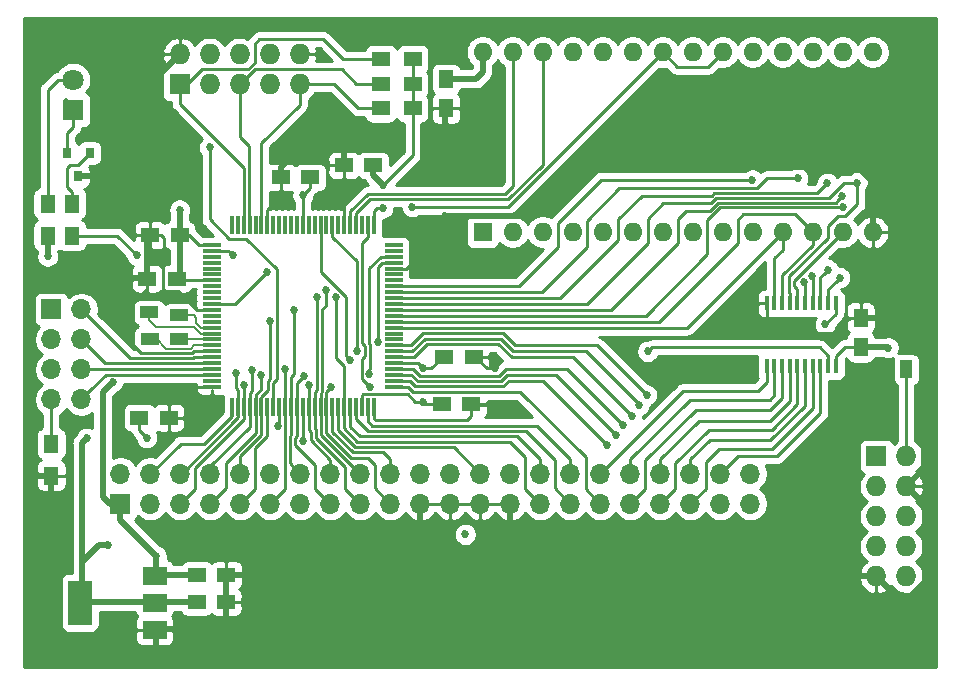
<source format=gbr>
G04 #@! TF.GenerationSoftware,KiCad,Pcbnew,5.1.5-52549c5~86~ubuntu19.10.1*
G04 #@! TF.CreationDate,2020-05-08T07:49:48-07:00*
G04 #@! TF.ProjectId,tipi,74697069-2e6b-4696-9361-645f70636258,2*
G04 #@! TF.SameCoordinates,Original*
G04 #@! TF.FileFunction,Copper,L1,Top*
G04 #@! TF.FilePolarity,Positive*
%FSLAX46Y46*%
G04 Gerber Fmt 4.6, Leading zero omitted, Abs format (unit mm)*
G04 Created by KiCad (PCBNEW 5.1.5-52549c5~86~ubuntu19.10.1) date 2020-05-08 07:49:48*
%MOMM*%
%LPD*%
G04 APERTURE LIST*
%ADD10R,1.500000X0.300000*%
%ADD11R,0.300000X1.500000*%
%ADD12R,1.600000X1.600000*%
%ADD13O,1.600000X1.600000*%
%ADD14R,1.500000X1.250000*%
%ADD15R,1.727200X1.727200*%
%ADD16O,1.727200X1.727200*%
%ADD17R,1.800000X1.800000*%
%ADD18C,1.800000*%
%ADD19R,1.700000X1.700000*%
%ADD20O,1.700000X1.700000*%
%ADD21R,0.800000X0.900000*%
%ADD22R,1.300000X1.500000*%
%ADD23R,0.406400X1.270000*%
%ADD24R,1.500000X1.300000*%
%ADD25R,1.250000X1.500000*%
%ADD26R,1.000000X1.500000*%
%ADD27R,1.500000X1.000000*%
%ADD28R,2.000000X3.800000*%
%ADD29R,2.000000X1.500000*%
%ADD30C,0.685800*%
%ADD31C,0.500000*%
%ADD32C,0.250000*%
%ADD33C,0.152400*%
%ADD34C,0.254000*%
G04 APERTURE END LIST*
D10*
X67597000Y-131064000D03*
X67597000Y-130564000D03*
X67597000Y-130064000D03*
X67597000Y-129564000D03*
X67597000Y-129064000D03*
X67597000Y-128564000D03*
X67597000Y-128064000D03*
X67597000Y-127564000D03*
X67597000Y-127064000D03*
X67597000Y-126564000D03*
X67597000Y-126064000D03*
X67597000Y-125564000D03*
X67597000Y-125064000D03*
X67597000Y-124564000D03*
X67597000Y-124064000D03*
X67597000Y-123564000D03*
X67597000Y-123064000D03*
X67597000Y-122564000D03*
X67597000Y-122064000D03*
X67597000Y-121564000D03*
X67597000Y-121064000D03*
X67597000Y-120564000D03*
X67597000Y-120064000D03*
X67597000Y-119564000D03*
X67597000Y-119064000D03*
D11*
X65897000Y-117364000D03*
X65397000Y-117364000D03*
X64897000Y-117364000D03*
X64397000Y-117364000D03*
X63897000Y-117364000D03*
X63397000Y-117364000D03*
X62897000Y-117364000D03*
X62397000Y-117364000D03*
X61897000Y-117364000D03*
X61397000Y-117364000D03*
X60897000Y-117364000D03*
X60397000Y-117364000D03*
X59897000Y-117364000D03*
X59397000Y-117364000D03*
X58897000Y-117364000D03*
X58397000Y-117364000D03*
X57897000Y-117364000D03*
X57397000Y-117364000D03*
X56897000Y-117364000D03*
X56397000Y-117364000D03*
X55897000Y-117364000D03*
X55397000Y-117364000D03*
X54897000Y-117364000D03*
X54397000Y-117364000D03*
X53897000Y-117364000D03*
D10*
X52197000Y-119064000D03*
X52197000Y-119564000D03*
X52197000Y-120064000D03*
X52197000Y-120564000D03*
X52197000Y-121064000D03*
X52197000Y-121564000D03*
X52197000Y-122064000D03*
X52197000Y-122564000D03*
X52197000Y-123064000D03*
X52197000Y-123564000D03*
X52197000Y-124064000D03*
X52197000Y-124564000D03*
X52197000Y-125064000D03*
X52197000Y-125564000D03*
X52197000Y-126064000D03*
X52197000Y-126564000D03*
X52197000Y-127064000D03*
X52197000Y-127564000D03*
X52197000Y-128064000D03*
X52197000Y-128564000D03*
X52197000Y-129064000D03*
X52197000Y-129564000D03*
X52197000Y-130064000D03*
X52197000Y-130564000D03*
X52197000Y-131064000D03*
D11*
X53897000Y-132764000D03*
X54397000Y-132764000D03*
X54897000Y-132764000D03*
X55397000Y-132764000D03*
X55897000Y-132764000D03*
X56397000Y-132764000D03*
X56897000Y-132764000D03*
X57397000Y-132764000D03*
X57897000Y-132764000D03*
X58397000Y-132764000D03*
X58897000Y-132764000D03*
X59397000Y-132764000D03*
X59897000Y-132764000D03*
X60397000Y-132764000D03*
X60897000Y-132764000D03*
X61397000Y-132764000D03*
X61897000Y-132764000D03*
X62397000Y-132764000D03*
X62897000Y-132764000D03*
X63397000Y-132764000D03*
X63897000Y-132764000D03*
X64397000Y-132764000D03*
X64897000Y-132764000D03*
X65397000Y-132764000D03*
X65897000Y-132764000D03*
D12*
X75120500Y-117983000D03*
D13*
X108140500Y-102743000D03*
X77660500Y-117983000D03*
X105600500Y-102743000D03*
X80200500Y-117983000D03*
X103060500Y-102743000D03*
X82740500Y-117983000D03*
X100520500Y-102743000D03*
X85280500Y-117983000D03*
X97980500Y-102743000D03*
X87820500Y-117983000D03*
X95440500Y-102743000D03*
X90360500Y-117983000D03*
X92900500Y-102743000D03*
X92900500Y-117983000D03*
X90360500Y-102743000D03*
X95440500Y-117983000D03*
X87820500Y-102743000D03*
X97980500Y-117983000D03*
X85280500Y-102743000D03*
X100520500Y-117983000D03*
X82740500Y-102743000D03*
X103060500Y-117983000D03*
X80200500Y-102743000D03*
X105600500Y-117983000D03*
X77660500Y-102743000D03*
X108140500Y-117983000D03*
X75120500Y-102743000D03*
D14*
X49212500Y-121920000D03*
X46712500Y-121920000D03*
X46057500Y-133687500D03*
X48557500Y-133687500D03*
D15*
X49466500Y-105473500D03*
D16*
X49466500Y-102933500D03*
X52006500Y-105473500D03*
X52006500Y-102933500D03*
X54546500Y-105473500D03*
X54546500Y-102933500D03*
X57086500Y-105473500D03*
X57086500Y-102933500D03*
X59626500Y-105473500D03*
X59626500Y-102933500D03*
D17*
X40449500Y-107632500D03*
D18*
X40449500Y-105092500D03*
D19*
X44450000Y-140970000D03*
D20*
X44450000Y-138430000D03*
X46990000Y-140970000D03*
X46990000Y-138430000D03*
X49530000Y-140970000D03*
X49530000Y-138430000D03*
X52070000Y-140970000D03*
X52070000Y-138430000D03*
X54610000Y-140970000D03*
X54610000Y-138430000D03*
X57150000Y-140970000D03*
X57150000Y-138430000D03*
X59690000Y-140970000D03*
X59690000Y-138430000D03*
X62230000Y-140970000D03*
X62230000Y-138430000D03*
X64770000Y-140970000D03*
X64770000Y-138430000D03*
X67310000Y-140970000D03*
X67310000Y-138430000D03*
X69850000Y-140970000D03*
X69850000Y-138430000D03*
X72390000Y-140970000D03*
X72390000Y-138430000D03*
X74930000Y-140970000D03*
X74930000Y-138430000D03*
X77470000Y-140970000D03*
X77470000Y-138430000D03*
X80010000Y-140970000D03*
X80010000Y-138430000D03*
X82550000Y-140970000D03*
X82550000Y-138430000D03*
X85090000Y-140970000D03*
X85090000Y-138430000D03*
X87630000Y-140970000D03*
X87630000Y-138430000D03*
X90170000Y-140970000D03*
X90170000Y-138430000D03*
X92710000Y-140970000D03*
X92710000Y-138430000D03*
X95250000Y-140970000D03*
X95250000Y-138430000D03*
X97790000Y-140970000D03*
X97790000Y-138430000D03*
D15*
X108458000Y-136969500D03*
D16*
X110998000Y-136969500D03*
X108458000Y-139509500D03*
X110998000Y-139509500D03*
X108458000Y-142049500D03*
X110998000Y-142049500D03*
X108458000Y-144589500D03*
X110998000Y-144589500D03*
X108458000Y-147129500D03*
X110998000Y-147129500D03*
D19*
X38608000Y-124523500D03*
D20*
X41148000Y-124523500D03*
X38608000Y-127063500D03*
X41148000Y-127063500D03*
X38608000Y-129603500D03*
X41148000Y-129603500D03*
X38608000Y-132143500D03*
X41148000Y-132143500D03*
D21*
X41844000Y-111268000D03*
X39944000Y-111268000D03*
X40894000Y-113268000D03*
D22*
X40322500Y-115570000D03*
X40322500Y-118270000D03*
X38290500Y-118270000D03*
X38290500Y-115570000D03*
D23*
X105016300Y-124015500D03*
X104381300Y-124015500D03*
X103720900Y-124015500D03*
X103060500Y-124015500D03*
X102425500Y-124015500D03*
X101765100Y-124015500D03*
X101104700Y-124015500D03*
X100469700Y-124015500D03*
X99809300Y-124015500D03*
X99174300Y-124015500D03*
X99174300Y-129349500D03*
X99809300Y-129349500D03*
X100469700Y-129349500D03*
X101104700Y-129349500D03*
X101765100Y-129349500D03*
X102425500Y-129349500D03*
X103060500Y-129349500D03*
X103720900Y-129349500D03*
X104381300Y-129349500D03*
X105016300Y-129349500D03*
D14*
X49466500Y-118237000D03*
X46966500Y-118237000D03*
D24*
X66484500Y-107505500D03*
X69184500Y-107505500D03*
X66484500Y-105410000D03*
X69184500Y-105410000D03*
X66515000Y-103314500D03*
X69215000Y-103314500D03*
D14*
X50927000Y-147002500D03*
X53427000Y-147002500D03*
X50903500Y-149288500D03*
X53403500Y-149288500D03*
X71858500Y-128524000D03*
X74358500Y-128524000D03*
X65873000Y-112331500D03*
X63373000Y-112331500D03*
X60539000Y-113347500D03*
X58039000Y-113347500D03*
X71668000Y-132524500D03*
X74168000Y-132524500D03*
D25*
X107124500Y-125222000D03*
X107124500Y-127722000D03*
X72009000Y-107505500D03*
X72009000Y-105005500D03*
D26*
X110998000Y-129603500D03*
D27*
X46926500Y-127000000D03*
X49403000Y-127000000D03*
X46863000Y-124777500D03*
X49403000Y-125031500D03*
D22*
X38608000Y-135890000D03*
X38608000Y-138590000D03*
D28*
X41046000Y-149352000D03*
D29*
X47346000Y-149352000D03*
X47346000Y-147052000D03*
X47346000Y-151652000D03*
D30*
X49473480Y-116107302D03*
X70104000Y-129521801D03*
X59897000Y-114864500D03*
X41592500Y-135445500D03*
X73653544Y-143571679D03*
X43370500Y-144462500D03*
X70098169Y-132321487D03*
X66675000Y-115951000D03*
X66675000Y-113982500D03*
X59880500Y-135699500D03*
X46672500Y-135382000D03*
X57785000Y-134431551D03*
X42815000Y-113268000D03*
X42719589Y-121856500D03*
X76195466Y-129521801D03*
X71945500Y-109601000D03*
X71945500Y-116586000D03*
X62357000Y-110172500D03*
X76200000Y-132588000D03*
X109296224Y-125066135D03*
X50165000Y-133667500D03*
X47498000Y-145415000D03*
X43811648Y-130669024D03*
X109466807Y-127767035D03*
X38290500Y-120015000D03*
X52003636Y-110802332D03*
X54919478Y-130913251D03*
X54273606Y-129882478D03*
X56356084Y-130053643D03*
X55567128Y-129676828D03*
X57090394Y-125523357D03*
X58381463Y-129582624D03*
X59168485Y-124533017D03*
X59994702Y-130124295D03*
X60418618Y-130960353D03*
X61081729Y-123463378D03*
X61869839Y-122910889D03*
X62314468Y-131125210D03*
X65535707Y-130029204D03*
X65569725Y-131063985D03*
X62673144Y-123483383D03*
X87011175Y-134347895D03*
X88387644Y-132597098D03*
X66235697Y-127239307D03*
X86398258Y-135146529D03*
X87759386Y-133531859D03*
X85650972Y-135960539D03*
X89000415Y-131757054D03*
X53975000Y-119951500D03*
X45847000Y-119951500D03*
X69151500Y-115824000D03*
X56896000Y-121348500D03*
X64469377Y-128063590D03*
X104140000Y-125793500D03*
X101815696Y-113410845D03*
X102968117Y-121669806D03*
X63927706Y-128840770D03*
X89090500Y-128079500D03*
X105570064Y-114930770D03*
X105367267Y-121828059D03*
X97964402Y-113550840D03*
X102298500Y-122174000D03*
X105600500Y-115887500D03*
X104314314Y-113834339D03*
X104348956Y-121148315D03*
X106833150Y-113782510D03*
D31*
X49466500Y-116114282D02*
X49473480Y-116107302D01*
X49466500Y-118237000D02*
X49466500Y-116114282D01*
D32*
X49212500Y-121920000D02*
X49212500Y-121944452D01*
X49212500Y-121944452D02*
X49332048Y-122064000D01*
X49332048Y-122064000D02*
X52197000Y-122064000D01*
X52197000Y-119064000D02*
X51119000Y-119064000D01*
X51119000Y-119064000D02*
X50292000Y-118237000D01*
X50292000Y-118237000D02*
X49466500Y-118237000D01*
D31*
X49466500Y-118237000D02*
X49466500Y-121666000D01*
D32*
X49466500Y-121666000D02*
X49212500Y-121920000D01*
X69184500Y-107505500D02*
X69184500Y-111473000D01*
X69184500Y-111473000D02*
X66675000Y-113982500D01*
X69184500Y-105410000D02*
X69184500Y-107505500D01*
X69215000Y-103314500D02*
X69215000Y-105379500D01*
X69215000Y-105379500D02*
X69184500Y-105410000D01*
X69673905Y-132321487D02*
X70098169Y-132321487D01*
X68800550Y-131688999D02*
X69433038Y-132321487D01*
X64897000Y-131764000D02*
X64972001Y-131688999D01*
X64897000Y-132764000D02*
X64897000Y-131764000D01*
X64972001Y-131688999D02*
X68800550Y-131688999D01*
X69433038Y-132321487D02*
X69673905Y-132321487D01*
X71733500Y-128524000D02*
X70735699Y-129521801D01*
X69804001Y-129221802D02*
X70104000Y-129521801D01*
X67597000Y-129064000D02*
X69646199Y-129064000D01*
X70528264Y-129521801D02*
X70104000Y-129521801D01*
X71858500Y-128524000D02*
X71733500Y-128524000D01*
X69646199Y-129064000D02*
X69804001Y-129221802D01*
X70735699Y-129521801D02*
X70528264Y-129521801D01*
D31*
X41198000Y-149288500D02*
X41198000Y-135840000D01*
X41198000Y-135840000D02*
X41592500Y-135445500D01*
X41198000Y-149288500D02*
X41198000Y-145888500D01*
X41198000Y-145888500D02*
X42624000Y-144462500D01*
X42624000Y-144462500D02*
X43370500Y-144462500D01*
D32*
X70098169Y-132321487D02*
X70301182Y-132524500D01*
X70301182Y-132524500D02*
X70555182Y-132524500D01*
X70555182Y-132524500D02*
X71668000Y-132524500D01*
X66167000Y-115951000D02*
X65897000Y-116221000D01*
X65897000Y-116221000D02*
X65897000Y-117364000D01*
X66675000Y-115951000D02*
X66167000Y-115951000D01*
D31*
X65873000Y-112331500D02*
X65873000Y-113180500D01*
X65873000Y-113180500D02*
X66675000Y-113982500D01*
D32*
X60539000Y-113347500D02*
X60539000Y-114222500D01*
X59897000Y-116364000D02*
X59897000Y-117364000D01*
X60539000Y-114222500D02*
X59897000Y-114864500D01*
X59897000Y-114864500D02*
X59897000Y-116364000D01*
X59897000Y-135683000D02*
X59880500Y-135699500D01*
X59897000Y-132764000D02*
X59897000Y-135683000D01*
X46057500Y-133687500D02*
X46057500Y-134767000D01*
X46057500Y-134767000D02*
X46672500Y-135382000D01*
D31*
X47498000Y-149288500D02*
X41198000Y-149288500D01*
X47498000Y-149288500D02*
X48848000Y-149288500D01*
X48848000Y-149288500D02*
X50903500Y-149288500D01*
X53403500Y-149288500D02*
X53403500Y-151130000D01*
X53403500Y-151130000D02*
X52959000Y-151574500D01*
X52959000Y-151574500D02*
X47504000Y-151574500D01*
X47504000Y-151574500D02*
X47498000Y-151568500D01*
X47498000Y-151568500D02*
X47498000Y-153289000D01*
X46990000Y-153797000D02*
X39377231Y-153797000D01*
X38608000Y-141351000D02*
X38608000Y-138590000D01*
X47498000Y-153289000D02*
X46990000Y-153797000D01*
X39377231Y-153797000D02*
X38608000Y-153027769D01*
X38608000Y-153027769D02*
X38608000Y-141351000D01*
X78549500Y-116586000D02*
X72430433Y-116586000D01*
X82710333Y-112425167D02*
X78549500Y-116586000D01*
X108140500Y-113724353D02*
X106841314Y-112425167D01*
X106841314Y-112425167D02*
X82710333Y-112425167D01*
X108140500Y-117983000D02*
X108140500Y-113724353D01*
X72430433Y-116586000D02*
X71945500Y-116586000D01*
D32*
X71945500Y-117070933D02*
X71945500Y-116586000D01*
X71945500Y-117715500D02*
X71945500Y-117070933D01*
X68597000Y-121064000D02*
X71945500Y-117715500D01*
X67597000Y-121064000D02*
X68597000Y-121064000D01*
D31*
X36703000Y-137835000D02*
X36703000Y-122809000D01*
X36703000Y-122809000D02*
X37655500Y-121856500D01*
X38608000Y-138590000D02*
X37458000Y-138590000D01*
X37458000Y-138590000D02*
X36703000Y-137835000D01*
D32*
X46712500Y-122795000D02*
X46712500Y-121920000D01*
X45537072Y-127506729D02*
X45537072Y-123970428D01*
X50533440Y-128192522D02*
X46222865Y-128192522D01*
X45537072Y-123970428D02*
X46712500Y-122795000D01*
X46222865Y-128192522D02*
X45537072Y-127506729D01*
X52197000Y-128064000D02*
X50661962Y-128064000D01*
X50661962Y-128064000D02*
X50533440Y-128192522D01*
X52197000Y-124564000D02*
X50905467Y-124564000D01*
X48125736Y-118434797D02*
X47927939Y-118237000D01*
X50905467Y-124564000D02*
X49327692Y-122986225D01*
X49327692Y-122986225D02*
X48264664Y-122986225D01*
X48264664Y-122986225D02*
X48042210Y-122763771D01*
X48042210Y-122763771D02*
X48042210Y-120038502D01*
X47927939Y-118237000D02*
X46966500Y-118237000D01*
X48042210Y-120038502D02*
X48125736Y-119954976D01*
X48125736Y-119954976D02*
X48125736Y-118434797D01*
D31*
X46712500Y-121920000D02*
X46712500Y-118491000D01*
X46712500Y-118491000D02*
X46966500Y-118237000D01*
X42719589Y-121856500D02*
X46649000Y-121856500D01*
X46649000Y-121856500D02*
X46712500Y-121920000D01*
D33*
X46799500Y-118404000D02*
X46966500Y-118237000D01*
D32*
X50165000Y-131762500D02*
X50165000Y-133667500D01*
X52197000Y-131064000D02*
X50863500Y-131064000D01*
X50863500Y-131064000D02*
X50165000Y-131762500D01*
X57897000Y-132764000D02*
X57897000Y-134319551D01*
X57897000Y-134319551D02*
X57785000Y-134431551D01*
D31*
X77470000Y-140970000D02*
X77470000Y-143622033D01*
X77470000Y-143622033D02*
X80977467Y-147129500D01*
X80977467Y-147129500D02*
X108458000Y-147129500D01*
X37655500Y-121856500D02*
X42719589Y-121856500D01*
X44005500Y-112077500D02*
X42815000Y-113268000D01*
X42815000Y-113268000D02*
X40894000Y-113268000D01*
X44005500Y-108394500D02*
X44005500Y-112077500D01*
X49466500Y-102933500D02*
X44005500Y-108394500D01*
D32*
X74483500Y-128524000D02*
X75481301Y-129521801D01*
X75481301Y-129521801D02*
X75771202Y-129521801D01*
X75771202Y-129521801D02*
X76195466Y-129521801D01*
X74358500Y-128524000D02*
X74483500Y-128524000D01*
D31*
X71945500Y-109601000D02*
X71945500Y-107569000D01*
X71945500Y-107569000D02*
X72009000Y-107505500D01*
X58039000Y-113347500D02*
X58039000Y-112472500D01*
X60339000Y-110172500D02*
X61932736Y-110172500D01*
X58039000Y-112472500D02*
X60339000Y-110172500D01*
X61932736Y-110172500D02*
X62357000Y-110172500D01*
X63373000Y-112331500D02*
X63373000Y-111188500D01*
X63373000Y-111188500D02*
X62357000Y-110172500D01*
D32*
X65897000Y-132764000D02*
X65897000Y-133764000D01*
X65897000Y-133764000D02*
X66054500Y-133921500D01*
X66054500Y-133921500D02*
X73782103Y-133921500D01*
X74168000Y-133535603D02*
X74168000Y-132524500D01*
X73782103Y-133921500D02*
X74168000Y-133535603D01*
X76200000Y-132588000D02*
X74231500Y-132588000D01*
X74231500Y-132588000D02*
X74168000Y-132524500D01*
D31*
X108458000Y-147129500D02*
X110086108Y-148757608D01*
X110086108Y-148757608D02*
X111430256Y-148757608D01*
X111430256Y-148757608D02*
X112558126Y-147629738D01*
X112558126Y-147629738D02*
X112558126Y-141069626D01*
X112558126Y-141069626D02*
X111861599Y-140373099D01*
X111861599Y-140373099D02*
X110998000Y-139509500D01*
X110998000Y-139509500D02*
X112509937Y-137997563D01*
X112509937Y-137997563D02*
X112509937Y-128279848D01*
X112509937Y-128279848D02*
X109596223Y-125366134D01*
X109596223Y-125366134D02*
X109296224Y-125066135D01*
D32*
X99174300Y-124015500D02*
X99174300Y-126225300D01*
X99174300Y-126225300D02*
X99504500Y-126555500D01*
X99504500Y-126555500D02*
X104902000Y-126555500D01*
X104902000Y-126555500D02*
X106235500Y-125222000D01*
X106235500Y-125222000D02*
X107124500Y-125222000D01*
D31*
X109140359Y-125222000D02*
X109296224Y-125066135D01*
X107124500Y-125222000D02*
X109140359Y-125222000D01*
D32*
X63373000Y-112331500D02*
X63373000Y-117340000D01*
X63373000Y-117340000D02*
X63397000Y-117364000D01*
X56897000Y-116077000D02*
X58039000Y-114935000D01*
X58039000Y-114935000D02*
X58039000Y-113347500D01*
X56897000Y-117364000D02*
X56897000Y-116077000D01*
X48557500Y-133687500D02*
X50145000Y-133687500D01*
X50145000Y-133687500D02*
X50165000Y-133667500D01*
X72390000Y-140970000D02*
X71187919Y-140970000D01*
X71187919Y-140970000D02*
X69850000Y-140970000D01*
X74930000Y-140970000D02*
X73727919Y-140970000D01*
X73727919Y-140970000D02*
X72390000Y-140970000D01*
X77470000Y-140970000D02*
X76267919Y-140970000D01*
X76267919Y-140970000D02*
X74930000Y-140970000D01*
D31*
X66357500Y-147002500D02*
X69850000Y-143510000D01*
X69850000Y-143510000D02*
X69850000Y-140970000D01*
X53427000Y-147002500D02*
X66357500Y-147002500D01*
X53427000Y-147002500D02*
X53427000Y-149265000D01*
X53427000Y-149265000D02*
X53403500Y-149288500D01*
X44450000Y-140970000D02*
X43543726Y-140970000D01*
X43543726Y-140970000D02*
X42953394Y-140379668D01*
X42953394Y-140379668D02*
X42953394Y-131527278D01*
X42953394Y-131527278D02*
X43511649Y-130969023D01*
X43511649Y-130969023D02*
X43811648Y-130669024D01*
X109421772Y-127722000D02*
X109466807Y-127767035D01*
X107124500Y-127722000D02*
X109421772Y-127722000D01*
X38290500Y-120015000D02*
X38290500Y-118270000D01*
X75120500Y-104457500D02*
X74572500Y-105005500D01*
X74572500Y-105005500D02*
X72009000Y-105005500D01*
X75120500Y-102743000D02*
X75120500Y-104457500D01*
X50927000Y-147002500D02*
X47504000Y-147002500D01*
X47504000Y-147002500D02*
X47498000Y-147008500D01*
X44450000Y-140970000D02*
X44450000Y-142367000D01*
X47498000Y-145415000D02*
X47498000Y-147008500D01*
X44450000Y-142367000D02*
X47498000Y-145415000D01*
D32*
X105016300Y-129349500D02*
X105016300Y-128464500D01*
X105016300Y-128464500D02*
X105758800Y-127722000D01*
X105758800Y-127722000D02*
X106249500Y-127722000D01*
X106249500Y-127722000D02*
X107124500Y-127722000D01*
X49466500Y-105473500D02*
X50101500Y-105473500D01*
X50101500Y-105473500D02*
X51371500Y-104203500D01*
X51371500Y-104203500D02*
X55245000Y-104203500D01*
X55245000Y-104203500D02*
X55816500Y-103632000D01*
X55816500Y-103632000D02*
X55816500Y-102044500D01*
X55816500Y-102044500D02*
X56216370Y-101644630D01*
X56216370Y-101644630D02*
X61639630Y-101644630D01*
X61639630Y-101644630D02*
X63309500Y-103314500D01*
X63309500Y-103314500D02*
X66515000Y-103314500D01*
X49466500Y-107112231D02*
X49466500Y-105473500D01*
X54897000Y-117364000D02*
X54897000Y-112542731D01*
X54897000Y-112542731D02*
X49466500Y-107112231D01*
X57397000Y-132764000D02*
X57397000Y-130723601D01*
X57397000Y-130723601D02*
X57715396Y-130405205D01*
X53626812Y-118525395D02*
X52003636Y-116902219D01*
X52003636Y-116902219D02*
X52003636Y-111287265D01*
X57715396Y-130405205D02*
X57715396Y-121115892D01*
X57715396Y-121115892D02*
X55124899Y-118525395D01*
X55124899Y-118525395D02*
X53626812Y-118525395D01*
X52003636Y-111287265D02*
X52003636Y-110802332D01*
X54546500Y-105473500D02*
X54611411Y-105473500D01*
X54611411Y-105473500D02*
X55877068Y-104207843D01*
X55877068Y-104207843D02*
X63225446Y-104207843D01*
X63225446Y-104207843D02*
X64427603Y-105410000D01*
X64427603Y-105410000D02*
X66484500Y-105410000D01*
X55397000Y-117364000D02*
X55372001Y-117339001D01*
X55372001Y-117339001D02*
X55372001Y-116353999D01*
X55372001Y-116353999D02*
X55347010Y-116329008D01*
X55347009Y-110717599D02*
X54564284Y-109934874D01*
X55347010Y-116329008D02*
X55347009Y-110717599D01*
X54564284Y-105491284D02*
X54546500Y-105473500D01*
X54564284Y-109934874D02*
X54564284Y-105491284D01*
X59626500Y-105473500D02*
X62547500Y-105473500D01*
X62547500Y-105473500D02*
X64579500Y-107505500D01*
X64579500Y-107505500D02*
X66484500Y-107505500D01*
X56397000Y-117364000D02*
X56397000Y-110454618D01*
X56397000Y-110454618D02*
X59626500Y-107225118D01*
X59626500Y-107225118D02*
X59626500Y-105473500D01*
X40449500Y-109093000D02*
X39944000Y-109598500D01*
X39944000Y-109598500D02*
X39944000Y-111268000D01*
X40449500Y-107632500D02*
X40449500Y-109093000D01*
X39944000Y-106873000D02*
X39751000Y-106680000D01*
X40449500Y-105092500D02*
X39130185Y-105092500D01*
X39130185Y-105092500D02*
X38290500Y-105932185D01*
X38290500Y-105932185D02*
X38290500Y-107073674D01*
X38290500Y-107073674D02*
X38290500Y-115570000D01*
X46990000Y-138430000D02*
X49541187Y-135878813D01*
X49541187Y-135878813D02*
X51542495Y-135878813D01*
X51542495Y-135878813D02*
X53897000Y-133524308D01*
X53897000Y-133524308D02*
X53897000Y-132764000D01*
X54897000Y-130935729D02*
X54919478Y-130913251D01*
X54897000Y-132764000D02*
X54897000Y-130935729D01*
X49530000Y-140970000D02*
X50788539Y-139711461D01*
X50788539Y-139711461D02*
X50788539Y-137913788D01*
X50788539Y-137913788D02*
X54897000Y-133805327D01*
X54897000Y-133805327D02*
X54897000Y-132764000D01*
X49530000Y-138430000D02*
X49635917Y-138430000D01*
X49635917Y-138430000D02*
X54397000Y-133668917D01*
X54397000Y-133668917D02*
X54397000Y-132764000D01*
X54273606Y-130306742D02*
X54273606Y-129882478D01*
X54273606Y-131180886D02*
X54273606Y-130306742D01*
X54397000Y-132764000D02*
X54397000Y-131304280D01*
X54397000Y-131304280D02*
X54273606Y-131180886D01*
X56356084Y-131301504D02*
X56356084Y-130538576D01*
X55897000Y-131760588D02*
X56356084Y-131301504D01*
X55897000Y-132764000D02*
X55897000Y-131760588D01*
X56356084Y-130538576D02*
X56356084Y-130053643D01*
X53373047Y-137515411D02*
X55897000Y-134991458D01*
X52070000Y-140970000D02*
X53373047Y-139666953D01*
X55897000Y-134991458D02*
X55897000Y-133764000D01*
X53373047Y-139666953D02*
X53373047Y-137515411D01*
X55897000Y-133764000D02*
X55897000Y-132764000D01*
X52070000Y-138430000D02*
X52070000Y-137769616D01*
X52070000Y-137769616D02*
X55397000Y-134442616D01*
X55397000Y-134442616D02*
X55397000Y-133764000D01*
X55397000Y-133764000D02*
X55397000Y-132764000D01*
X55567128Y-130161761D02*
X55567128Y-129676828D01*
X55397000Y-131611464D02*
X55567128Y-131441336D01*
X55397000Y-132764000D02*
X55397000Y-131611464D01*
X55567128Y-131441336D02*
X55567128Y-130161761D01*
X55870949Y-136290331D02*
X56897000Y-135264280D01*
X55870949Y-139709051D02*
X55870949Y-136290331D01*
X56897000Y-135264280D02*
X56897000Y-133764000D01*
X54610000Y-140970000D02*
X55870949Y-139709051D01*
X56897000Y-133764000D02*
X56897000Y-132764000D01*
X57105915Y-130445591D02*
X57105915Y-129850101D01*
X56944229Y-130607277D02*
X57105915Y-130445591D01*
X57105915Y-129850101D02*
X57090394Y-129834580D01*
X57090394Y-129834580D02*
X57090394Y-125947621D01*
X57090394Y-125947621D02*
X57090394Y-125523357D01*
X56944229Y-131349771D02*
X56944229Y-130607277D01*
X56397000Y-132764000D02*
X56397000Y-131897000D01*
X56397000Y-131897000D02*
X56944229Y-131349771D01*
X54610000Y-136914868D02*
X56397000Y-135127868D01*
X54610000Y-138430000D02*
X54610000Y-136914868D01*
X56397000Y-135127868D02*
X56397000Y-133764000D01*
X56397000Y-133764000D02*
X56397000Y-132764000D01*
X58397000Y-132764000D02*
X58397000Y-129598161D01*
X58397000Y-129598161D02*
X58381463Y-129582624D01*
X58397000Y-133764000D02*
X58397000Y-132764000D01*
X58410002Y-134983502D02*
X58410002Y-133777002D01*
X58355476Y-135038028D02*
X58410002Y-134983502D01*
X58355476Y-139764524D02*
X58355476Y-135038028D01*
X57150000Y-140970000D02*
X58355476Y-139764524D01*
X58410002Y-133777002D02*
X58397000Y-133764000D01*
X58897000Y-132764000D02*
X58897000Y-130244196D01*
X59168485Y-124957281D02*
X59168485Y-124533017D01*
X58897000Y-130244196D02*
X59168485Y-129972711D01*
X59168485Y-129972711D02*
X59168485Y-124957281D01*
X58897000Y-135132915D02*
X58897000Y-133764000D01*
X58897000Y-133764000D02*
X58897000Y-132764000D01*
X58805487Y-135224428D02*
X58897000Y-135132915D01*
X58805487Y-137545487D02*
X58805487Y-135224428D01*
X59690000Y-138430000D02*
X58805487Y-137545487D01*
X59651803Y-130467194D02*
X59994702Y-130124295D01*
X59397000Y-132764000D02*
X59397000Y-130721997D01*
X59397000Y-130721997D02*
X59651803Y-130467194D01*
X59255498Y-135410828D02*
X59397000Y-135269326D01*
X59255498Y-135999502D02*
X59255498Y-135410828D01*
X60952315Y-139692315D02*
X60952315Y-137696319D01*
X62230000Y-140970000D02*
X60952315Y-139692315D01*
X59397000Y-133764000D02*
X59397000Y-132764000D01*
X59397000Y-135269326D02*
X59397000Y-133764000D01*
X60952315Y-137696319D02*
X59255498Y-135999502D01*
X60397000Y-130981971D02*
X60418618Y-130960353D01*
X60397000Y-132764000D02*
X60397000Y-130981971D01*
X62230000Y-137249857D02*
X60569002Y-135588859D01*
X60569002Y-134891498D02*
X60397000Y-134719496D01*
X60397000Y-134719496D02*
X60397000Y-133764000D01*
X60569002Y-135588859D02*
X60569002Y-134891498D01*
X60397000Y-133764000D02*
X60397000Y-132764000D01*
X62230000Y-138430000D02*
X62230000Y-137249857D01*
X61081729Y-123948311D02*
X61081729Y-123463378D01*
X61081729Y-131309492D02*
X61081729Y-123948311D01*
X60897000Y-131494221D02*
X61081729Y-131309492D01*
X60897000Y-132764000D02*
X60897000Y-131494221D01*
X61019013Y-135402459D02*
X61019013Y-134705098D01*
X60897000Y-133764000D02*
X60897000Y-132764000D01*
X60897000Y-134583085D02*
X60897000Y-133764000D01*
X63494491Y-137877937D02*
X61019013Y-135402459D01*
X61019013Y-134705098D02*
X60897000Y-134583085D01*
X64770000Y-140970000D02*
X63494491Y-139694491D01*
X63494491Y-139694491D02*
X63494491Y-137877937D01*
X61397000Y-133764000D02*
X61397000Y-132764000D01*
X61397000Y-134446674D02*
X61397000Y-133764000D01*
X64770000Y-138430000D02*
X61469024Y-135129024D01*
X61469024Y-134518698D02*
X61397000Y-134446674D01*
X61469024Y-135129024D02*
X61469024Y-134518698D01*
X61869839Y-123395822D02*
X61869839Y-122910889D01*
X61869839Y-124175806D02*
X61869839Y-123395822D01*
X61397000Y-131593816D02*
X61494440Y-131496376D01*
X61494440Y-124551205D02*
X61869839Y-124175806D01*
X61494440Y-131496376D02*
X61494440Y-124551205D01*
X61397000Y-132764000D02*
X61397000Y-131593816D01*
X61897000Y-133764000D02*
X61897000Y-132764000D01*
X61897000Y-134987906D02*
X61897000Y-133764000D01*
X63980671Y-137071577D02*
X61897000Y-134987906D01*
X66023572Y-139683572D02*
X66023572Y-137666624D01*
X67310000Y-140970000D02*
X66023572Y-139683572D01*
X65428525Y-137071577D02*
X63980671Y-137071577D01*
X66023572Y-137666624D02*
X65428525Y-137071577D01*
X61971569Y-131468109D02*
X62314468Y-131125210D01*
X61897000Y-131542678D02*
X61971569Y-131468109D01*
X61897000Y-132764000D02*
X61897000Y-131542678D01*
X62397000Y-133764000D02*
X62397000Y-132764000D01*
X64147352Y-136621566D02*
X62397000Y-134871214D01*
X66703647Y-136621566D02*
X64147352Y-136621566D01*
X67310000Y-137227919D02*
X66703647Y-136621566D01*
X67310000Y-138430000D02*
X67310000Y-137227919D01*
X62397000Y-134871214D02*
X62397000Y-133764000D01*
X65535707Y-129604940D02*
X65535707Y-130029204D01*
X65535707Y-121003880D02*
X65535707Y-127410792D01*
X66475587Y-120064000D02*
X65535707Y-121003880D01*
X67597000Y-120064000D02*
X66475587Y-120064000D01*
X65591013Y-127466098D02*
X65591013Y-129549634D01*
X65591013Y-129549634D02*
X65535707Y-129604940D01*
X65535707Y-127410792D02*
X65591013Y-127466098D01*
X64876818Y-118884182D02*
X64876818Y-127390630D01*
X65397000Y-118364000D02*
X64876818Y-118884182D01*
X65397000Y-117364000D02*
X65397000Y-118364000D01*
X65125005Y-127638817D02*
X65125005Y-128458999D01*
X65226826Y-130721086D02*
X65569725Y-131063985D01*
X65125005Y-128458999D02*
X64902509Y-128681495D01*
X64876818Y-127390630D02*
X65125005Y-127638817D01*
X64902509Y-128681495D02*
X64902509Y-130396769D01*
X64902509Y-130396769D02*
X65226826Y-130721086D01*
X72671555Y-136171555D02*
X64333752Y-136171555D01*
X64333752Y-136171555D02*
X62897000Y-134734803D01*
X62897000Y-134734803D02*
X62897000Y-133764000D01*
X74930000Y-138430000D02*
X72671555Y-136171555D01*
X62897000Y-133764000D02*
X62897000Y-132764000D01*
X63397000Y-132764000D02*
X63397000Y-129345866D01*
X62673144Y-123968316D02*
X62673144Y-123483383D01*
X62673144Y-128622010D02*
X62673144Y-123968316D01*
X63397000Y-129345866D02*
X62673144Y-128622010D01*
X78735097Y-137041536D02*
X77415105Y-135721544D01*
X63397000Y-133764000D02*
X63397000Y-132764000D01*
X63397000Y-134598392D02*
X63397000Y-133764000D01*
X77415105Y-135721544D02*
X64520152Y-135721544D01*
X78735097Y-139695097D02*
X78735097Y-137041536D01*
X80010000Y-140970000D02*
X78735097Y-139695097D01*
X64520152Y-135721544D02*
X63397000Y-134598392D01*
X78053614Y-135271533D02*
X64706552Y-135271533D01*
X63897000Y-133764000D02*
X63897000Y-132764000D01*
X80010000Y-138430000D02*
X80010000Y-137227919D01*
X63897000Y-134461981D02*
X63897000Y-133764000D01*
X64706552Y-135271533D02*
X63897000Y-134461981D01*
X80010000Y-137227919D02*
X78053614Y-135271533D01*
X81256935Y-137254576D02*
X78823881Y-134821522D01*
X78823881Y-134821522D02*
X65454522Y-134821522D01*
X82550000Y-140970000D02*
X81256935Y-139676935D01*
X81256935Y-139676935D02*
X81256935Y-137254576D01*
X65454522Y-134821522D02*
X64397000Y-133764000D01*
X64397000Y-133764000D02*
X64397000Y-132764000D01*
X82550000Y-138430000D02*
X82550000Y-137227919D01*
X65791510Y-134371511D02*
X65397000Y-133977001D01*
X65397000Y-133977001D02*
X65397000Y-133764000D01*
X79693592Y-134371511D02*
X65791510Y-134371511D01*
X65397000Y-133764000D02*
X65397000Y-132764000D01*
X82550000Y-137227919D02*
X79693592Y-134371511D01*
X68811963Y-131064000D02*
X68597000Y-131064000D01*
X85090000Y-140970000D02*
X83830482Y-139710482D01*
X83830482Y-139710482D02*
X83830482Y-137052007D01*
X69244798Y-131496836D02*
X68811963Y-131064000D01*
X83830482Y-137052007D02*
X78275311Y-131496836D01*
X68597000Y-131064000D02*
X67597000Y-131064000D01*
X78275311Y-131496836D02*
X69244798Y-131496836D01*
X90170000Y-140970000D02*
X91449172Y-139690828D01*
X91449172Y-139690828D02*
X91449172Y-137507075D01*
X99587994Y-134695211D02*
X101765100Y-132518105D01*
X91449172Y-137507075D02*
X94261036Y-134695211D01*
X94261036Y-134695211D02*
X99587994Y-134695211D01*
X101765100Y-132518105D02*
X101765100Y-130234500D01*
X101765100Y-130234500D02*
X101765100Y-129349500D01*
X95250000Y-138430000D02*
X96737427Y-136942573D01*
X96737427Y-136942573D02*
X100061127Y-136942573D01*
X100061127Y-136942573D02*
X103720900Y-133282800D01*
X103720900Y-130234500D02*
X103720900Y-129349500D01*
X103720900Y-133282800D02*
X103720900Y-130234500D01*
X102425500Y-130234500D02*
X102425500Y-129349500D01*
X99484755Y-135598305D02*
X102425500Y-132657560D01*
X92710000Y-138430000D02*
X92710000Y-137227919D01*
X92710000Y-137227919D02*
X94339614Y-135598305D01*
X94339614Y-135598305D02*
X99484755Y-135598305D01*
X102425500Y-132657560D02*
X102425500Y-130234500D01*
X85090000Y-138430000D02*
X92102601Y-131417399D01*
X92102601Y-131417399D02*
X98396461Y-131417399D01*
X98396461Y-131417399D02*
X99174300Y-130639560D01*
X99174300Y-130639560D02*
X99174300Y-129349500D01*
X92710000Y-140970000D02*
X93992749Y-139687251D01*
X103060500Y-132891539D02*
X103060500Y-130234500D01*
X93992749Y-139687251D02*
X93992749Y-137473851D01*
X93992749Y-137473851D02*
X95122669Y-136343931D01*
X95122669Y-136343931D02*
X99608108Y-136343931D01*
X99608108Y-136343931D02*
X103060500Y-132891539D01*
X103060500Y-130234500D02*
X103060500Y-129349500D01*
X90170000Y-138430000D02*
X90170000Y-137227919D01*
X90170000Y-137227919D02*
X93468185Y-133929734D01*
X93468185Y-133929734D02*
X99410432Y-133929734D01*
X101104700Y-132235466D02*
X101104700Y-130234500D01*
X99410432Y-133929734D02*
X101104700Y-132235466D01*
X101104700Y-130234500D02*
X101104700Y-129349500D01*
X87630000Y-138430000D02*
X87630000Y-137227919D01*
X87630000Y-137227919D02*
X92704485Y-132153434D01*
X92704485Y-132153434D02*
X99431066Y-132153434D01*
X99809300Y-131775200D02*
X99809300Y-130234500D01*
X99431066Y-132153434D02*
X99809300Y-131775200D01*
X99809300Y-130234500D02*
X99809300Y-129349500D01*
X87630000Y-140970000D02*
X88909286Y-139690714D01*
X88909286Y-139690714D02*
X88909286Y-137292957D01*
X100469700Y-132001395D02*
X100469700Y-130234500D01*
X88909286Y-137292957D02*
X93195007Y-133007236D01*
X93195007Y-133007236D02*
X99463859Y-133007236D01*
X99463859Y-133007236D02*
X100469700Y-132001395D01*
X100469700Y-130234500D02*
X100469700Y-129349500D01*
X86711176Y-134047896D02*
X87011175Y-134347895D01*
X69803998Y-130146803D02*
X76495468Y-130146803D01*
X76495468Y-130146803D02*
X77078271Y-129564000D01*
X67597000Y-129564000D02*
X69221195Y-129564000D01*
X69221195Y-129564000D02*
X69803998Y-130146803D01*
X77078271Y-129564000D02*
X82227280Y-129564000D01*
X82227280Y-129564000D02*
X86711176Y-134047896D01*
X69164179Y-128064000D02*
X70239200Y-126988978D01*
X83854546Y-128064000D02*
X88087645Y-132297099D01*
X77711322Y-128064000D02*
X83854546Y-128064000D01*
X67597000Y-128064000D02*
X69164179Y-128064000D01*
X76636300Y-126988978D02*
X77711322Y-128064000D01*
X70239200Y-126988978D02*
X76636300Y-126988978D01*
X88087645Y-132297099D02*
X88387644Y-132597098D01*
X66235697Y-120925303D02*
X66235697Y-126754374D01*
X67597000Y-120564000D02*
X66597000Y-120564000D01*
X66235697Y-126754374D02*
X66235697Y-127239307D01*
X66597000Y-120564000D02*
X66235697Y-120925303D01*
X67597000Y-130064000D02*
X69084784Y-130064000D01*
X69084784Y-130064000D02*
X69617598Y-130596814D01*
X81315729Y-130064000D02*
X86098259Y-134846530D01*
X77214682Y-130064000D02*
X81315729Y-130064000D01*
X76681868Y-130596814D02*
X77214682Y-130064000D01*
X86098259Y-134846530D02*
X86398258Y-135146529D01*
X69617598Y-130596814D02*
X76681868Y-130596814D01*
X67597000Y-128564000D02*
X69300589Y-128564000D01*
X87459387Y-133231860D02*
X87759386Y-133531859D01*
X76449900Y-127438989D02*
X77574911Y-128564000D01*
X82791527Y-128564000D02*
X87459387Y-133231860D01*
X70425600Y-127438989D02*
X76449900Y-127438989D01*
X69300589Y-128564000D02*
X70425600Y-127438989D01*
X77574911Y-128564000D02*
X82791527Y-128564000D01*
X85350973Y-135660540D02*
X85650972Y-135960539D01*
X76868268Y-131046825D02*
X77351092Y-130564000D01*
X67597000Y-130564000D02*
X68948374Y-130564000D01*
X68948374Y-130564000D02*
X69431199Y-131046825D01*
X69431199Y-131046825D02*
X76868268Y-131046825D01*
X80254433Y-130564000D02*
X85350973Y-135660540D01*
X77351092Y-130564000D02*
X80254433Y-130564000D01*
X84807361Y-127564000D02*
X88700416Y-131457055D01*
X77847733Y-127564000D02*
X84807361Y-127564000D01*
X70052800Y-126538967D02*
X76822700Y-126538967D01*
X69027768Y-127564000D02*
X70052800Y-126538967D01*
X67597000Y-127564000D02*
X69027768Y-127564000D01*
X76822700Y-126538967D02*
X77847733Y-127564000D01*
X88700416Y-131457055D02*
X89000415Y-131757054D01*
X41997999Y-125373499D02*
X41148000Y-124523500D01*
X45293476Y-128668976D02*
X41997999Y-125373499D01*
X50716847Y-128564000D02*
X50611871Y-128668976D01*
X52197000Y-128564000D02*
X50716847Y-128564000D01*
X50611871Y-128668976D02*
X45293476Y-128668976D01*
X43155887Y-129071387D02*
X41997999Y-127913499D01*
X52197000Y-129064000D02*
X51197000Y-129064000D01*
X41997999Y-127913499D02*
X41148000Y-127063500D01*
X51197000Y-129064000D02*
X51189613Y-129071387D01*
X51189613Y-129071387D02*
X43155887Y-129071387D01*
X52197000Y-129564000D02*
X41187500Y-129564000D01*
X41187500Y-129564000D02*
X41148000Y-129603500D01*
X41997999Y-131293501D02*
X41148000Y-132143500D01*
X43247477Y-130044023D02*
X41997999Y-131293501D01*
X52197000Y-130064000D02*
X44131626Y-130064000D01*
X44131626Y-130064000D02*
X44111649Y-130044023D01*
X44111649Y-130044023D02*
X43247477Y-130044023D01*
X41844000Y-111268000D02*
X41844000Y-111318000D01*
X41844000Y-111318000D02*
X40849837Y-112312163D01*
X40849837Y-112312163D02*
X40186679Y-112312163D01*
X40186679Y-112312163D02*
X39941500Y-112557342D01*
X39941500Y-112557342D02*
X39941500Y-114173000D01*
X39941500Y-114173000D02*
X40322500Y-114554000D01*
X40322500Y-114554000D02*
X40322500Y-115570000D01*
X45847000Y-119951500D02*
X44165500Y-118270000D01*
X53587500Y-119564000D02*
X53975000Y-119951500D01*
X52197000Y-119564000D02*
X53587500Y-119564000D01*
X44165500Y-118270000D02*
X40322500Y-118270000D01*
X77268478Y-115835022D02*
X69162522Y-115835022D01*
X69162522Y-115835022D02*
X69151500Y-115824000D01*
X52197000Y-124064000D02*
X54180500Y-124064000D01*
X54180500Y-124064000D02*
X56896000Y-121348500D01*
X77268478Y-115835022D02*
X89560501Y-103542999D01*
X89560501Y-103542999D02*
X90360500Y-102743000D01*
X90360500Y-102743000D02*
X91616113Y-103998613D01*
X94640501Y-103542999D02*
X95440500Y-102743000D01*
X91616113Y-103998613D02*
X94184887Y-103998613D01*
X94184887Y-103998613D02*
X94640501Y-103542999D01*
X64397000Y-117364000D02*
X64397000Y-116364000D01*
X80200500Y-112259525D02*
X80200500Y-103874370D01*
X64397000Y-116364000D02*
X65562002Y-115198998D01*
X65562002Y-115198998D02*
X77261027Y-115198998D01*
X77261027Y-115198998D02*
X80200500Y-112259525D01*
X80200500Y-103874370D02*
X80200500Y-102743000D01*
X77660500Y-102743000D02*
X77660500Y-114071982D01*
X77660500Y-114071982D02*
X76983495Y-114748987D01*
X76983495Y-114748987D02*
X65375602Y-114748987D01*
X65375602Y-114748987D02*
X63897000Y-116227589D01*
X63897000Y-116227589D02*
X63897000Y-116364000D01*
X63897000Y-116364000D02*
X63897000Y-117364000D01*
X64470788Y-127577246D02*
X64469377Y-127578657D01*
X62397000Y-117364000D02*
X62397000Y-118364000D01*
X64470788Y-120437788D02*
X64470788Y-127577246D01*
X62397000Y-118364000D02*
X64470788Y-120437788D01*
X64469377Y-127578657D02*
X64469377Y-128063590D01*
X104140000Y-125793500D02*
X105016300Y-124917200D01*
X105016300Y-124917200D02*
X105016300Y-124015500D01*
X67597000Y-123064000D02*
X80120945Y-123064000D01*
X80120945Y-123064000D02*
X83985214Y-119199731D01*
X83985214Y-119199731D02*
X83985214Y-116994370D01*
X83985214Y-116994370D02*
X86707763Y-114271821D01*
X98346277Y-114271821D02*
X99207253Y-113410845D01*
X86707763Y-114271821D02*
X98346277Y-114271821D01*
X99207253Y-113410845D02*
X101330763Y-113410845D01*
X101330763Y-113410845D02*
X101815696Y-113410845D01*
X103060500Y-121762189D02*
X102968117Y-121669806D01*
X103060500Y-124015500D02*
X103060500Y-121762189D01*
X89433399Y-127736601D02*
X89090500Y-128079500D01*
X104381300Y-129349500D02*
X104381300Y-128464500D01*
X104381300Y-128464500D02*
X103653401Y-127736601D01*
X103653401Y-127736601D02*
X89433399Y-127736601D01*
X61397000Y-117364000D02*
X61397000Y-121317560D01*
X61397000Y-121317560D02*
X63525930Y-123446490D01*
X63525930Y-128438994D02*
X63584807Y-128497871D01*
X63525930Y-123446490D02*
X63525930Y-128438994D01*
X63584807Y-128497871D02*
X63927706Y-128840770D01*
X67597000Y-124564000D02*
X85949432Y-124564000D01*
X94407358Y-116161048D02*
X95083316Y-115485089D01*
X85949432Y-124564000D02*
X91655777Y-118857655D01*
X91655777Y-118857655D02*
X91655777Y-116878223D01*
X105015745Y-115485089D02*
X105227165Y-115273669D01*
X91655777Y-116878223D02*
X92372952Y-116161048D01*
X92372952Y-116161048D02*
X94407358Y-116161048D01*
X95083316Y-115485089D02*
X105015745Y-115485089D01*
X105227165Y-115273669D02*
X105570064Y-114930770D01*
X104381300Y-122814026D02*
X105024368Y-122170958D01*
X104381300Y-124015500D02*
X104381300Y-122814026D01*
X105024368Y-122170958D02*
X105367267Y-121828059D01*
X67597000Y-122564000D02*
X78181386Y-122564000D01*
X97479469Y-113550840D02*
X97964402Y-113550840D01*
X78181386Y-122564000D02*
X81487106Y-119258280D01*
X81487106Y-119258280D02*
X81487106Y-117199292D01*
X85135558Y-113550840D02*
X97479469Y-113550840D01*
X81487106Y-117199292D02*
X85135558Y-113550840D01*
X102425500Y-124015500D02*
X102425500Y-122301000D01*
X102425500Y-122301000D02*
X102298500Y-122174000D01*
X67597000Y-125064000D02*
X88931000Y-125064000D01*
X95250000Y-115887500D02*
X105600500Y-115887500D01*
X88931000Y-125064000D02*
X94157004Y-119837996D01*
X94157004Y-119837996D02*
X94157004Y-116980496D01*
X94157004Y-116980496D02*
X95250000Y-115887500D01*
X104800501Y-118782999D02*
X105600500Y-117983000D01*
X101765100Y-122812648D02*
X101487698Y-122535246D01*
X101487698Y-122535246D02*
X101487698Y-122095802D01*
X101765100Y-124015500D02*
X101765100Y-122812648D01*
X101487698Y-122095802D02*
X104800501Y-118782999D01*
X67597000Y-123564000D02*
X81699651Y-123564000D01*
X88591102Y-114906106D02*
X94524109Y-114906106D01*
X81699651Y-123564000D02*
X86590664Y-118672987D01*
X86590664Y-118672987D02*
X86590664Y-116906544D01*
X86590664Y-116906544D02*
X88591102Y-114906106D01*
X94524109Y-114906106D02*
X94749948Y-114680267D01*
X94749948Y-114680267D02*
X103468386Y-114680267D01*
X103971415Y-114177238D02*
X104314314Y-113834339D01*
X103468386Y-114680267D02*
X103971415Y-114177238D01*
X104006057Y-121491214D02*
X104348956Y-121148315D01*
X103720900Y-121776371D02*
X104006057Y-121491214D01*
X103720900Y-124015500D02*
X103720900Y-121776371D01*
X67597000Y-124064000D02*
X83919992Y-124064000D01*
X94461604Y-115537707D02*
X94916632Y-115082678D01*
X83919992Y-124064000D02*
X89109875Y-118874117D01*
X89109875Y-118874117D02*
X89109875Y-116861349D01*
X89109875Y-116861349D02*
X90433517Y-115537707D01*
X90433517Y-115537707D02*
X94461604Y-115537707D01*
X94916632Y-115082678D02*
X104441112Y-115082678D01*
X106348217Y-113782510D02*
X106833150Y-113782510D01*
X104441112Y-115082678D02*
X105741280Y-113782510D01*
X105741280Y-113782510D02*
X106348217Y-113782510D01*
X106833150Y-114267443D02*
X106833150Y-113782510D01*
X105175754Y-116634802D02*
X105834746Y-116634802D01*
X106833150Y-115636398D02*
X106833150Y-114267443D01*
X105834746Y-116634802D02*
X106833150Y-115636398D01*
X101104700Y-123130500D02*
X101085287Y-123111087D01*
X101085287Y-121713993D02*
X104348956Y-118450324D01*
X101085287Y-123111087D02*
X101085287Y-121713993D01*
X101104700Y-124015500D02*
X101104700Y-123130500D01*
X104348956Y-117461600D02*
X105175754Y-116634802D01*
X104348956Y-118450324D02*
X104348956Y-117461600D01*
X67597000Y-125564000D02*
X90082000Y-125564000D01*
X90082000Y-125564000D02*
X96734617Y-118911383D01*
X97204301Y-116459000D02*
X101536500Y-116459000D01*
X96734617Y-118911383D02*
X96734617Y-116928684D01*
X96734617Y-116928684D02*
X97204301Y-116459000D01*
X101536500Y-116459000D02*
X103060500Y-117983000D01*
X100469700Y-124015500D02*
X100469700Y-121650616D01*
X100469700Y-121650616D02*
X103060500Y-119059816D01*
X103060500Y-119059816D02*
X103060500Y-117983000D01*
X67597000Y-126064000D02*
X92439500Y-126064000D01*
X92439500Y-126064000D02*
X100520500Y-117983000D01*
X99809300Y-124015500D02*
X99809300Y-120184785D01*
X99809300Y-120184785D02*
X100520500Y-119473585D01*
X100520500Y-119473585D02*
X100520500Y-117983000D01*
X110998000Y-136969500D02*
X110998000Y-129603500D01*
D33*
X52197000Y-127564000D02*
X50661881Y-127564000D01*
X50661881Y-127564000D02*
X50386970Y-127838911D01*
X47511914Y-127000000D02*
X46926500Y-127000000D01*
X50386970Y-127838911D02*
X48350825Y-127838911D01*
X48350825Y-127838911D02*
X47511914Y-127000000D01*
X52197000Y-127064000D02*
X49467000Y-127064000D01*
X49467000Y-127064000D02*
X49403000Y-127000000D01*
X52197000Y-126564000D02*
X51294600Y-126564000D01*
X46863000Y-125429900D02*
X46863000Y-124777500D01*
X51294600Y-126564000D02*
X50724253Y-125993653D01*
X50724253Y-125993653D02*
X47426753Y-125993653D01*
X47426753Y-125993653D02*
X46863000Y-125429900D01*
X52197000Y-126064000D02*
X51294600Y-126064000D01*
X50671956Y-125031500D02*
X49403000Y-125031500D01*
X51294600Y-126064000D02*
X50863500Y-125632900D01*
X50863500Y-125632900D02*
X50863500Y-125223044D01*
X50863500Y-125223044D02*
X50671956Y-125031500D01*
D32*
X38608000Y-135890000D02*
X38608000Y-132143500D01*
D34*
G36*
X113538000Y-154813000D02*
G01*
X36322000Y-154813000D01*
X36322000Y-152402000D01*
X45707928Y-152402000D01*
X45720188Y-152526482D01*
X45756498Y-152646180D01*
X45815463Y-152756494D01*
X45894815Y-152853185D01*
X45991506Y-152932537D01*
X46101820Y-152991502D01*
X46221518Y-153027812D01*
X46346000Y-153040072D01*
X47184250Y-153037000D01*
X47343000Y-152878250D01*
X47343000Y-151655000D01*
X47349000Y-151655000D01*
X47349000Y-152878250D01*
X47507750Y-153037000D01*
X48346000Y-153040072D01*
X48470482Y-153027812D01*
X48590180Y-152991502D01*
X48700494Y-152932537D01*
X48797185Y-152853185D01*
X48876537Y-152756494D01*
X48935502Y-152646180D01*
X48971812Y-152526482D01*
X48984072Y-152402000D01*
X48981000Y-151813750D01*
X48822250Y-151655000D01*
X47349000Y-151655000D01*
X47343000Y-151655000D01*
X45869750Y-151655000D01*
X45711000Y-151813750D01*
X45707928Y-152402000D01*
X36322000Y-152402000D01*
X36322000Y-139340000D01*
X37319928Y-139340000D01*
X37332188Y-139464482D01*
X37368498Y-139584180D01*
X37427463Y-139694494D01*
X37506815Y-139791185D01*
X37603506Y-139870537D01*
X37713820Y-139929502D01*
X37833518Y-139965812D01*
X37958000Y-139978072D01*
X38446250Y-139975000D01*
X38605000Y-139816250D01*
X38605000Y-138593000D01*
X38611000Y-138593000D01*
X38611000Y-139816250D01*
X38769750Y-139975000D01*
X39258000Y-139978072D01*
X39382482Y-139965812D01*
X39502180Y-139929502D01*
X39612494Y-139870537D01*
X39709185Y-139791185D01*
X39788537Y-139694494D01*
X39847502Y-139584180D01*
X39883812Y-139464482D01*
X39896072Y-139340000D01*
X39893000Y-138751750D01*
X39734250Y-138593000D01*
X38611000Y-138593000D01*
X38605000Y-138593000D01*
X37481750Y-138593000D01*
X37323000Y-138751750D01*
X37319928Y-139340000D01*
X36322000Y-139340000D01*
X36322000Y-123673500D01*
X37119928Y-123673500D01*
X37119928Y-125373500D01*
X37132188Y-125497982D01*
X37168498Y-125617680D01*
X37227463Y-125727994D01*
X37306815Y-125824685D01*
X37403506Y-125904037D01*
X37513820Y-125963002D01*
X37586380Y-125985013D01*
X37454525Y-126116868D01*
X37292010Y-126360089D01*
X37180068Y-126630342D01*
X37123000Y-126917240D01*
X37123000Y-127209760D01*
X37180068Y-127496658D01*
X37292010Y-127766911D01*
X37454525Y-128010132D01*
X37661368Y-128216975D01*
X37835760Y-128333500D01*
X37661368Y-128450025D01*
X37454525Y-128656868D01*
X37292010Y-128900089D01*
X37180068Y-129170342D01*
X37123000Y-129457240D01*
X37123000Y-129749760D01*
X37180068Y-130036658D01*
X37292010Y-130306911D01*
X37454525Y-130550132D01*
X37661368Y-130756975D01*
X37835760Y-130873500D01*
X37661368Y-130990025D01*
X37454525Y-131196868D01*
X37292010Y-131440089D01*
X37180068Y-131710342D01*
X37123000Y-131997240D01*
X37123000Y-132289760D01*
X37180068Y-132576658D01*
X37292010Y-132846911D01*
X37454525Y-133090132D01*
X37661368Y-133296975D01*
X37848001Y-133421679D01*
X37848000Y-134512762D01*
X37833518Y-134514188D01*
X37713820Y-134550498D01*
X37603506Y-134609463D01*
X37506815Y-134688815D01*
X37427463Y-134785506D01*
X37368498Y-134895820D01*
X37332188Y-135015518D01*
X37319928Y-135140000D01*
X37319928Y-136640000D01*
X37332188Y-136764482D01*
X37368498Y-136884180D01*
X37427463Y-136994494D01*
X37506815Y-137091185D01*
X37603506Y-137170537D01*
X37713820Y-137229502D01*
X37748427Y-137240000D01*
X37713820Y-137250498D01*
X37603506Y-137309463D01*
X37506815Y-137388815D01*
X37427463Y-137485506D01*
X37368498Y-137595820D01*
X37332188Y-137715518D01*
X37319928Y-137840000D01*
X37323000Y-138428250D01*
X37481750Y-138587000D01*
X38605000Y-138587000D01*
X38605000Y-138567000D01*
X38611000Y-138567000D01*
X38611000Y-138587000D01*
X39734250Y-138587000D01*
X39893000Y-138428250D01*
X39896072Y-137840000D01*
X39883812Y-137715518D01*
X39847502Y-137595820D01*
X39788537Y-137485506D01*
X39709185Y-137388815D01*
X39612494Y-137309463D01*
X39502180Y-137250498D01*
X39467573Y-137240000D01*
X39502180Y-137229502D01*
X39612494Y-137170537D01*
X39709185Y-137091185D01*
X39788537Y-136994494D01*
X39847502Y-136884180D01*
X39883812Y-136764482D01*
X39896072Y-136640000D01*
X39896072Y-135140000D01*
X39883812Y-135015518D01*
X39847502Y-134895820D01*
X39788537Y-134785506D01*
X39709185Y-134688815D01*
X39612494Y-134609463D01*
X39502180Y-134550498D01*
X39382482Y-134514188D01*
X39368000Y-134512762D01*
X39368000Y-133421678D01*
X39554632Y-133296975D01*
X39761475Y-133090132D01*
X39878000Y-132915740D01*
X39994525Y-133090132D01*
X40201368Y-133296975D01*
X40444589Y-133459490D01*
X40714842Y-133571432D01*
X41001740Y-133628500D01*
X41294260Y-133628500D01*
X41581158Y-133571432D01*
X41851411Y-133459490D01*
X42068395Y-133314506D01*
X42068395Y-134587372D01*
X42055710Y-134578896D01*
X41877743Y-134505180D01*
X41688815Y-134467600D01*
X41496185Y-134467600D01*
X41307257Y-134505180D01*
X41129290Y-134578896D01*
X40969125Y-134685915D01*
X40832915Y-134822125D01*
X40725896Y-134982290D01*
X40670575Y-135115847D01*
X40602952Y-135183470D01*
X40569184Y-135211183D01*
X40541471Y-135244951D01*
X40541468Y-135244954D01*
X40458590Y-135345941D01*
X40376412Y-135499687D01*
X40325805Y-135666510D01*
X40308719Y-135840000D01*
X40313001Y-135883479D01*
X40313000Y-145845028D01*
X40308719Y-145888500D01*
X40313000Y-145931972D01*
X40313000Y-146813928D01*
X40046000Y-146813928D01*
X39921518Y-146826188D01*
X39801820Y-146862498D01*
X39691506Y-146921463D01*
X39594815Y-147000815D01*
X39515463Y-147097506D01*
X39456498Y-147207820D01*
X39420188Y-147327518D01*
X39407928Y-147452000D01*
X39407928Y-151252000D01*
X39420188Y-151376482D01*
X39456498Y-151496180D01*
X39515463Y-151606494D01*
X39594815Y-151703185D01*
X39691506Y-151782537D01*
X39801820Y-151841502D01*
X39921518Y-151877812D01*
X40046000Y-151890072D01*
X42046000Y-151890072D01*
X42170482Y-151877812D01*
X42290180Y-151841502D01*
X42400494Y-151782537D01*
X42497185Y-151703185D01*
X42576537Y-151606494D01*
X42635502Y-151496180D01*
X42671812Y-151376482D01*
X42684072Y-151252000D01*
X42684072Y-150173500D01*
X45714970Y-150173500D01*
X45720188Y-150226482D01*
X45756498Y-150346180D01*
X45815463Y-150456494D01*
X45852809Y-150502000D01*
X45815463Y-150547506D01*
X45756498Y-150657820D01*
X45720188Y-150777518D01*
X45707928Y-150902000D01*
X45711000Y-151490250D01*
X45869750Y-151649000D01*
X47343000Y-151649000D01*
X47343000Y-151629000D01*
X47349000Y-151629000D01*
X47349000Y-151649000D01*
X48822250Y-151649000D01*
X48981000Y-151490250D01*
X48984072Y-150902000D01*
X48971812Y-150777518D01*
X48935502Y-150657820D01*
X48876537Y-150547506D01*
X48839191Y-150502000D01*
X48876537Y-150456494D01*
X48935502Y-150346180D01*
X48971812Y-150226482D01*
X48977030Y-150173500D01*
X49572454Y-150173500D01*
X49622963Y-150267994D01*
X49702315Y-150364685D01*
X49799006Y-150444037D01*
X49909320Y-150503002D01*
X50029018Y-150539312D01*
X50153500Y-150551572D01*
X51653500Y-150551572D01*
X51777982Y-150539312D01*
X51897680Y-150503002D01*
X52007994Y-150444037D01*
X52104685Y-150364685D01*
X52153500Y-150305204D01*
X52202315Y-150364685D01*
X52299006Y-150444037D01*
X52409320Y-150503002D01*
X52529018Y-150539312D01*
X52653500Y-150551572D01*
X53241750Y-150548500D01*
X53400500Y-150389750D01*
X53400500Y-149291500D01*
X53406500Y-149291500D01*
X53406500Y-150389750D01*
X53565250Y-150548500D01*
X54153500Y-150551572D01*
X54277982Y-150539312D01*
X54397680Y-150503002D01*
X54507994Y-150444037D01*
X54604685Y-150364685D01*
X54684037Y-150267994D01*
X54743002Y-150157680D01*
X54779312Y-150037982D01*
X54791572Y-149913500D01*
X54788500Y-149450250D01*
X54629750Y-149291500D01*
X53406500Y-149291500D01*
X53400500Y-149291500D01*
X53380500Y-149291500D01*
X53380500Y-149285500D01*
X53400500Y-149285500D01*
X53400500Y-149265500D01*
X53406500Y-149265500D01*
X53406500Y-149285500D01*
X54629750Y-149285500D01*
X54788500Y-149126750D01*
X54791572Y-148663500D01*
X54779312Y-148539018D01*
X54743002Y-148419320D01*
X54684037Y-148309006D01*
X54604685Y-148212315D01*
X54535020Y-148155143D01*
X54628185Y-148078685D01*
X54707537Y-147981994D01*
X54766502Y-147871680D01*
X54802812Y-147751982D01*
X54815072Y-147627500D01*
X54813344Y-147366895D01*
X106978323Y-147366895D01*
X107053068Y-147651004D01*
X107181804Y-147915072D01*
X107359583Y-148148951D01*
X107579574Y-148343653D01*
X107833322Y-148491696D01*
X108111076Y-148587390D01*
X108220605Y-148609177D01*
X108455000Y-148469347D01*
X108455000Y-147132500D01*
X107118153Y-147132500D01*
X106978323Y-147366895D01*
X54813344Y-147366895D01*
X54812000Y-147164250D01*
X54653250Y-147005500D01*
X53430000Y-147005500D01*
X53430000Y-147025500D01*
X53424000Y-147025500D01*
X53424000Y-147005500D01*
X53404000Y-147005500D01*
X53404000Y-146999500D01*
X53424000Y-146999500D01*
X53424000Y-145901250D01*
X53430000Y-145901250D01*
X53430000Y-146999500D01*
X54653250Y-146999500D01*
X54812000Y-146840750D01*
X54815072Y-146377500D01*
X54802812Y-146253018D01*
X54766502Y-146133320D01*
X54707537Y-146023006D01*
X54628185Y-145926315D01*
X54531494Y-145846963D01*
X54421180Y-145787998D01*
X54301482Y-145751688D01*
X54177000Y-145739428D01*
X53588750Y-145742500D01*
X53430000Y-145901250D01*
X53424000Y-145901250D01*
X53265250Y-145742500D01*
X52677000Y-145739428D01*
X52552518Y-145751688D01*
X52432820Y-145787998D01*
X52322506Y-145846963D01*
X52225815Y-145926315D01*
X52177000Y-145985796D01*
X52128185Y-145926315D01*
X52031494Y-145846963D01*
X51921180Y-145787998D01*
X51801482Y-145751688D01*
X51677000Y-145739428D01*
X50177000Y-145739428D01*
X50052518Y-145751688D01*
X49932820Y-145787998D01*
X49822506Y-145846963D01*
X49725815Y-145926315D01*
X49646463Y-146023006D01*
X49595954Y-146117500D01*
X48953606Y-146117500D01*
X48935502Y-146057820D01*
X48876537Y-145947506D01*
X48797185Y-145850815D01*
X48700494Y-145771463D01*
X48590180Y-145712498D01*
X48470482Y-145676188D01*
X48443631Y-145673543D01*
X48475900Y-145511315D01*
X48475900Y-145318685D01*
X48438320Y-145129757D01*
X48364604Y-144951790D01*
X48257585Y-144791625D01*
X48121375Y-144655415D01*
X47961210Y-144548396D01*
X47827655Y-144493076D01*
X46809943Y-143475364D01*
X72675644Y-143475364D01*
X72675644Y-143667994D01*
X72713224Y-143856922D01*
X72786940Y-144034889D01*
X72893959Y-144195054D01*
X73030169Y-144331264D01*
X73190334Y-144438283D01*
X73368301Y-144511999D01*
X73557229Y-144549579D01*
X73749859Y-144549579D01*
X73938787Y-144511999D01*
X74116754Y-144438283D01*
X74276919Y-144331264D01*
X74413129Y-144195054D01*
X74520148Y-144034889D01*
X74593864Y-143856922D01*
X74631444Y-143667994D01*
X74631444Y-143475364D01*
X74593864Y-143286436D01*
X74520148Y-143108469D01*
X74413129Y-142948304D01*
X74276919Y-142812094D01*
X74116754Y-142705075D01*
X73938787Y-142631359D01*
X73749859Y-142593779D01*
X73557229Y-142593779D01*
X73368301Y-142631359D01*
X73190334Y-142705075D01*
X73030169Y-142812094D01*
X72893959Y-142948304D01*
X72786940Y-143108469D01*
X72713224Y-143286436D01*
X72675644Y-143475364D01*
X46809943Y-143475364D01*
X45671313Y-142336734D01*
X45751185Y-142271185D01*
X45830537Y-142174494D01*
X45889502Y-142064180D01*
X45911513Y-141991620D01*
X46043368Y-142123475D01*
X46286589Y-142285990D01*
X46556842Y-142397932D01*
X46843740Y-142455000D01*
X47136260Y-142455000D01*
X47423158Y-142397932D01*
X47693411Y-142285990D01*
X47936632Y-142123475D01*
X48143475Y-141916632D01*
X48260000Y-141742240D01*
X48376525Y-141916632D01*
X48583368Y-142123475D01*
X48826589Y-142285990D01*
X49096842Y-142397932D01*
X49383740Y-142455000D01*
X49676260Y-142455000D01*
X49963158Y-142397932D01*
X50233411Y-142285990D01*
X50476632Y-142123475D01*
X50683475Y-141916632D01*
X50800000Y-141742240D01*
X50916525Y-141916632D01*
X51123368Y-142123475D01*
X51366589Y-142285990D01*
X51636842Y-142397932D01*
X51923740Y-142455000D01*
X52216260Y-142455000D01*
X52503158Y-142397932D01*
X52773411Y-142285990D01*
X53016632Y-142123475D01*
X53223475Y-141916632D01*
X53340000Y-141742240D01*
X53456525Y-141916632D01*
X53663368Y-142123475D01*
X53906589Y-142285990D01*
X54176842Y-142397932D01*
X54463740Y-142455000D01*
X54756260Y-142455000D01*
X55043158Y-142397932D01*
X55313411Y-142285990D01*
X55556632Y-142123475D01*
X55763475Y-141916632D01*
X55880000Y-141742240D01*
X55996525Y-141916632D01*
X56203368Y-142123475D01*
X56446589Y-142285990D01*
X56716842Y-142397932D01*
X57003740Y-142455000D01*
X57296260Y-142455000D01*
X57583158Y-142397932D01*
X57853411Y-142285990D01*
X58096632Y-142123475D01*
X58303475Y-141916632D01*
X58420000Y-141742240D01*
X58536525Y-141916632D01*
X58743368Y-142123475D01*
X58986589Y-142285990D01*
X59256842Y-142397932D01*
X59543740Y-142455000D01*
X59836260Y-142455000D01*
X60123158Y-142397932D01*
X60393411Y-142285990D01*
X60636632Y-142123475D01*
X60843475Y-141916632D01*
X60960000Y-141742240D01*
X61076525Y-141916632D01*
X61283368Y-142123475D01*
X61526589Y-142285990D01*
X61796842Y-142397932D01*
X62083740Y-142455000D01*
X62376260Y-142455000D01*
X62663158Y-142397932D01*
X62933411Y-142285990D01*
X63176632Y-142123475D01*
X63383475Y-141916632D01*
X63500000Y-141742240D01*
X63616525Y-141916632D01*
X63823368Y-142123475D01*
X64066589Y-142285990D01*
X64336842Y-142397932D01*
X64623740Y-142455000D01*
X64916260Y-142455000D01*
X65203158Y-142397932D01*
X65473411Y-142285990D01*
X65716632Y-142123475D01*
X65923475Y-141916632D01*
X66040000Y-141742240D01*
X66156525Y-141916632D01*
X66363368Y-142123475D01*
X66606589Y-142285990D01*
X66876842Y-142397932D01*
X67163740Y-142455000D01*
X67456260Y-142455000D01*
X67743158Y-142397932D01*
X68013411Y-142285990D01*
X68256632Y-142123475D01*
X68463475Y-141916632D01*
X68581367Y-141740194D01*
X68585400Y-141748467D01*
X68761570Y-141980220D01*
X68979568Y-142173151D01*
X69231016Y-142319846D01*
X69506251Y-142414667D01*
X69614732Y-142436245D01*
X69847000Y-142296247D01*
X69847000Y-140973000D01*
X69853000Y-140973000D01*
X69853000Y-142296247D01*
X70085268Y-142436245D01*
X70193749Y-142414667D01*
X70468984Y-142319846D01*
X70720432Y-142173151D01*
X70938430Y-141980220D01*
X71114600Y-141748467D01*
X71120000Y-141737391D01*
X71125400Y-141748467D01*
X71301570Y-141980220D01*
X71519568Y-142173151D01*
X71771016Y-142319846D01*
X72046251Y-142414667D01*
X72154732Y-142436245D01*
X72387000Y-142296247D01*
X72387000Y-140973000D01*
X72393000Y-140973000D01*
X72393000Y-142296247D01*
X72625268Y-142436245D01*
X72733749Y-142414667D01*
X73008984Y-142319846D01*
X73260432Y-142173151D01*
X73478430Y-141980220D01*
X73654600Y-141748467D01*
X73660000Y-141737391D01*
X73665400Y-141748467D01*
X73841570Y-141980220D01*
X74059568Y-142173151D01*
X74311016Y-142319846D01*
X74586251Y-142414667D01*
X74694732Y-142436245D01*
X74927000Y-142296247D01*
X74927000Y-140973000D01*
X74933000Y-140973000D01*
X74933000Y-142296247D01*
X75165268Y-142436245D01*
X75273749Y-142414667D01*
X75548984Y-142319846D01*
X75800432Y-142173151D01*
X76018430Y-141980220D01*
X76194600Y-141748467D01*
X76200000Y-141737391D01*
X76205400Y-141748467D01*
X76381570Y-141980220D01*
X76599568Y-142173151D01*
X76851016Y-142319846D01*
X77126251Y-142414667D01*
X77234732Y-142436245D01*
X77467000Y-142296247D01*
X77467000Y-140973000D01*
X74933000Y-140973000D01*
X74927000Y-140973000D01*
X72393000Y-140973000D01*
X72387000Y-140973000D01*
X69853000Y-140973000D01*
X69847000Y-140973000D01*
X69827000Y-140973000D01*
X69827000Y-140967000D01*
X69847000Y-140967000D01*
X69847000Y-140947000D01*
X69853000Y-140947000D01*
X69853000Y-140967000D01*
X72387000Y-140967000D01*
X72387000Y-140947000D01*
X72393000Y-140947000D01*
X72393000Y-140967000D01*
X74927000Y-140967000D01*
X74927000Y-140947000D01*
X74933000Y-140947000D01*
X74933000Y-140967000D01*
X77467000Y-140967000D01*
X77467000Y-140947000D01*
X77473000Y-140947000D01*
X77473000Y-140967000D01*
X77493000Y-140967000D01*
X77493000Y-140973000D01*
X77473000Y-140973000D01*
X77473000Y-142296247D01*
X77705268Y-142436245D01*
X77813749Y-142414667D01*
X78088984Y-142319846D01*
X78340432Y-142173151D01*
X78558430Y-141980220D01*
X78734600Y-141748467D01*
X78738633Y-141740194D01*
X78856525Y-141916632D01*
X79063368Y-142123475D01*
X79306589Y-142285990D01*
X79576842Y-142397932D01*
X79863740Y-142455000D01*
X80156260Y-142455000D01*
X80443158Y-142397932D01*
X80713411Y-142285990D01*
X80956632Y-142123475D01*
X81163475Y-141916632D01*
X81280000Y-141742240D01*
X81396525Y-141916632D01*
X81603368Y-142123475D01*
X81846589Y-142285990D01*
X82116842Y-142397932D01*
X82403740Y-142455000D01*
X82696260Y-142455000D01*
X82983158Y-142397932D01*
X83253411Y-142285990D01*
X83496632Y-142123475D01*
X83703475Y-141916632D01*
X83820000Y-141742240D01*
X83936525Y-141916632D01*
X84143368Y-142123475D01*
X84386589Y-142285990D01*
X84656842Y-142397932D01*
X84943740Y-142455000D01*
X85236260Y-142455000D01*
X85523158Y-142397932D01*
X85793411Y-142285990D01*
X86036632Y-142123475D01*
X86243475Y-141916632D01*
X86360000Y-141742240D01*
X86476525Y-141916632D01*
X86683368Y-142123475D01*
X86926589Y-142285990D01*
X87196842Y-142397932D01*
X87483740Y-142455000D01*
X87776260Y-142455000D01*
X88063158Y-142397932D01*
X88333411Y-142285990D01*
X88576632Y-142123475D01*
X88783475Y-141916632D01*
X88900000Y-141742240D01*
X89016525Y-141916632D01*
X89223368Y-142123475D01*
X89466589Y-142285990D01*
X89736842Y-142397932D01*
X90023740Y-142455000D01*
X90316260Y-142455000D01*
X90603158Y-142397932D01*
X90873411Y-142285990D01*
X91116632Y-142123475D01*
X91323475Y-141916632D01*
X91440000Y-141742240D01*
X91556525Y-141916632D01*
X91763368Y-142123475D01*
X92006589Y-142285990D01*
X92276842Y-142397932D01*
X92563740Y-142455000D01*
X92856260Y-142455000D01*
X93143158Y-142397932D01*
X93413411Y-142285990D01*
X93656632Y-142123475D01*
X93863475Y-141916632D01*
X93980000Y-141742240D01*
X94096525Y-141916632D01*
X94303368Y-142123475D01*
X94546589Y-142285990D01*
X94816842Y-142397932D01*
X95103740Y-142455000D01*
X95396260Y-142455000D01*
X95683158Y-142397932D01*
X95953411Y-142285990D01*
X96196632Y-142123475D01*
X96403475Y-141916632D01*
X96520000Y-141742240D01*
X96636525Y-141916632D01*
X96843368Y-142123475D01*
X97086589Y-142285990D01*
X97356842Y-142397932D01*
X97643740Y-142455000D01*
X97936260Y-142455000D01*
X98223158Y-142397932D01*
X98493411Y-142285990D01*
X98736632Y-142123475D01*
X98943475Y-141916632D01*
X99105990Y-141673411D01*
X99217932Y-141403158D01*
X99275000Y-141116260D01*
X99275000Y-140823740D01*
X99217932Y-140536842D01*
X99105990Y-140266589D01*
X98943475Y-140023368D01*
X98736632Y-139816525D01*
X98562240Y-139700000D01*
X98736632Y-139583475D01*
X98943475Y-139376632D01*
X99105990Y-139133411D01*
X99217932Y-138863158D01*
X99275000Y-138576260D01*
X99275000Y-138283740D01*
X99217932Y-137996842D01*
X99105990Y-137726589D01*
X99089943Y-137702573D01*
X100023805Y-137702573D01*
X100061127Y-137706249D01*
X100098449Y-137702573D01*
X100098460Y-137702573D01*
X100210113Y-137691576D01*
X100353374Y-137648119D01*
X100485403Y-137577547D01*
X100601128Y-137482574D01*
X100624931Y-137453570D01*
X104231904Y-133846598D01*
X104260901Y-133822801D01*
X104355874Y-133707076D01*
X104426446Y-133575047D01*
X104469903Y-133431786D01*
X104480900Y-133320133D01*
X104480900Y-133320132D01*
X104484577Y-133282800D01*
X104480900Y-133245467D01*
X104480900Y-130622572D01*
X104584500Y-130622572D01*
X104698800Y-130611315D01*
X104813100Y-130622572D01*
X105219500Y-130622572D01*
X105343982Y-130610312D01*
X105463680Y-130574002D01*
X105573994Y-130515037D01*
X105670685Y-130435685D01*
X105750037Y-130338994D01*
X105809002Y-130228680D01*
X105845312Y-130108982D01*
X105857572Y-129984500D01*
X105857572Y-128714500D01*
X105856095Y-128699506D01*
X105893572Y-128662030D01*
X105909998Y-128716180D01*
X105968963Y-128826494D01*
X106048315Y-128923185D01*
X106145006Y-129002537D01*
X106255320Y-129061502D01*
X106375018Y-129097812D01*
X106499500Y-129110072D01*
X107749500Y-129110072D01*
X107873982Y-129097812D01*
X107993680Y-129061502D01*
X108103994Y-129002537D01*
X108200685Y-128923185D01*
X108280037Y-128826494D01*
X108339002Y-128716180D01*
X108372121Y-128607000D01*
X108963729Y-128607000D01*
X109003597Y-128633639D01*
X109181564Y-128707355D01*
X109370492Y-128744935D01*
X109563122Y-128744935D01*
X109752050Y-128707355D01*
X109896968Y-128647328D01*
X109872188Y-128729018D01*
X109859928Y-128853500D01*
X109859928Y-130353500D01*
X109872188Y-130477982D01*
X109908498Y-130597680D01*
X109967463Y-130707994D01*
X110046815Y-130804685D01*
X110143506Y-130884037D01*
X110238001Y-130934546D01*
X110238000Y-135674965D01*
X110042698Y-135805461D01*
X109928636Y-135919523D01*
X109911102Y-135861720D01*
X109852137Y-135751406D01*
X109772785Y-135654715D01*
X109676094Y-135575363D01*
X109565780Y-135516398D01*
X109446082Y-135480088D01*
X109321600Y-135467828D01*
X107594400Y-135467828D01*
X107469918Y-135480088D01*
X107350220Y-135516398D01*
X107239906Y-135575363D01*
X107143215Y-135654715D01*
X107063863Y-135751406D01*
X107004898Y-135861720D01*
X106968588Y-135981418D01*
X106956328Y-136105900D01*
X106956328Y-137833100D01*
X106968588Y-137957582D01*
X107004898Y-138077280D01*
X107063863Y-138187594D01*
X107143215Y-138284285D01*
X107239906Y-138363637D01*
X107350220Y-138422602D01*
X107408023Y-138440136D01*
X107293961Y-138554198D01*
X107129958Y-138799647D01*
X107016990Y-139072375D01*
X106959400Y-139361901D01*
X106959400Y-139657099D01*
X107016990Y-139946625D01*
X107129958Y-140219353D01*
X107293961Y-140464802D01*
X107502698Y-140673539D01*
X107661281Y-140779500D01*
X107502698Y-140885461D01*
X107293961Y-141094198D01*
X107129958Y-141339647D01*
X107016990Y-141612375D01*
X106959400Y-141901901D01*
X106959400Y-142197099D01*
X107016990Y-142486625D01*
X107129958Y-142759353D01*
X107293961Y-143004802D01*
X107502698Y-143213539D01*
X107661281Y-143319500D01*
X107502698Y-143425461D01*
X107293961Y-143634198D01*
X107129958Y-143879647D01*
X107016990Y-144152375D01*
X106959400Y-144441901D01*
X106959400Y-144737099D01*
X107016990Y-145026625D01*
X107129958Y-145299353D01*
X107293961Y-145544802D01*
X107502698Y-145753539D01*
X107667814Y-145863866D01*
X107579574Y-145915347D01*
X107359583Y-146110049D01*
X107181804Y-146343928D01*
X107053068Y-146607996D01*
X106978323Y-146892105D01*
X107118153Y-147126500D01*
X108455000Y-147126500D01*
X108455000Y-147106500D01*
X108461000Y-147106500D01*
X108461000Y-147126500D01*
X108481000Y-147126500D01*
X108481000Y-147132500D01*
X108461000Y-147132500D01*
X108461000Y-148469347D01*
X108695395Y-148609177D01*
X108804924Y-148587390D01*
X109082678Y-148491696D01*
X109336426Y-148343653D01*
X109556417Y-148148951D01*
X109726935Y-147924625D01*
X109833961Y-148084802D01*
X110042698Y-148293539D01*
X110288147Y-148457542D01*
X110560875Y-148570510D01*
X110850401Y-148628100D01*
X111145599Y-148628100D01*
X111435125Y-148570510D01*
X111707853Y-148457542D01*
X111953302Y-148293539D01*
X112162039Y-148084802D01*
X112326042Y-147839353D01*
X112439010Y-147566625D01*
X112496600Y-147277099D01*
X112496600Y-146981901D01*
X112439010Y-146692375D01*
X112326042Y-146419647D01*
X112162039Y-146174198D01*
X111953302Y-145965461D01*
X111794719Y-145859500D01*
X111953302Y-145753539D01*
X112162039Y-145544802D01*
X112326042Y-145299353D01*
X112439010Y-145026625D01*
X112496600Y-144737099D01*
X112496600Y-144441901D01*
X112439010Y-144152375D01*
X112326042Y-143879647D01*
X112162039Y-143634198D01*
X111953302Y-143425461D01*
X111794719Y-143319500D01*
X111953302Y-143213539D01*
X112162039Y-143004802D01*
X112326042Y-142759353D01*
X112439010Y-142486625D01*
X112496600Y-142197099D01*
X112496600Y-141901901D01*
X112439010Y-141612375D01*
X112326042Y-141339647D01*
X112162039Y-141094198D01*
X111953302Y-140885461D01*
X111788186Y-140775134D01*
X111876426Y-140723653D01*
X112096417Y-140528951D01*
X112274196Y-140295072D01*
X112402932Y-140031004D01*
X112477677Y-139746895D01*
X112337847Y-139512500D01*
X111001000Y-139512500D01*
X111001000Y-139532500D01*
X110995000Y-139532500D01*
X110995000Y-139512500D01*
X110975000Y-139512500D01*
X110975000Y-139506500D01*
X110995000Y-139506500D01*
X110995000Y-139486500D01*
X111001000Y-139486500D01*
X111001000Y-139506500D01*
X112337847Y-139506500D01*
X112477677Y-139272105D01*
X112402932Y-138987996D01*
X112274196Y-138723928D01*
X112096417Y-138490049D01*
X111876426Y-138295347D01*
X111788186Y-138243866D01*
X111953302Y-138133539D01*
X112162039Y-137924802D01*
X112326042Y-137679353D01*
X112439010Y-137406625D01*
X112496600Y-137117099D01*
X112496600Y-136821901D01*
X112439010Y-136532375D01*
X112326042Y-136259647D01*
X112162039Y-136014198D01*
X111953302Y-135805461D01*
X111758000Y-135674965D01*
X111758000Y-130934546D01*
X111852494Y-130884037D01*
X111949185Y-130804685D01*
X112028537Y-130707994D01*
X112087502Y-130597680D01*
X112123812Y-130477982D01*
X112136072Y-130353500D01*
X112136072Y-128853500D01*
X112123812Y-128729018D01*
X112087502Y-128609320D01*
X112028537Y-128499006D01*
X111949185Y-128402315D01*
X111852494Y-128322963D01*
X111742180Y-128263998D01*
X111622482Y-128227688D01*
X111498000Y-128215428D01*
X110498000Y-128215428D01*
X110373518Y-128227688D01*
X110325358Y-128242297D01*
X110333411Y-128230245D01*
X110407127Y-128052278D01*
X110444707Y-127863350D01*
X110444707Y-127670720D01*
X110407127Y-127481792D01*
X110333411Y-127303825D01*
X110226392Y-127143660D01*
X110090182Y-127007450D01*
X109930017Y-126900431D01*
X109752050Y-126826715D01*
X109563122Y-126789135D01*
X109370492Y-126789135D01*
X109181564Y-126826715D01*
X109156734Y-126837000D01*
X108372121Y-126837000D01*
X108339002Y-126727820D01*
X108280037Y-126617506D01*
X108200685Y-126520815D01*
X108141204Y-126472000D01*
X108200685Y-126423185D01*
X108280037Y-126326494D01*
X108339002Y-126216180D01*
X108375312Y-126096482D01*
X108387572Y-125972000D01*
X108384500Y-125383750D01*
X108225750Y-125225000D01*
X107127500Y-125225000D01*
X107127500Y-125245000D01*
X107121500Y-125245000D01*
X107121500Y-125225000D01*
X106023250Y-125225000D01*
X105864500Y-125383750D01*
X105861428Y-125972000D01*
X105873688Y-126096482D01*
X105909998Y-126216180D01*
X105968963Y-126326494D01*
X106048315Y-126423185D01*
X106107796Y-126472000D01*
X106048315Y-126520815D01*
X105968963Y-126617506D01*
X105909998Y-126727820D01*
X105873688Y-126847518D01*
X105862413Y-126962000D01*
X105796133Y-126962000D01*
X105758800Y-126958323D01*
X105721467Y-126962000D01*
X105609814Y-126972997D01*
X105466553Y-127016454D01*
X105334524Y-127087026D01*
X105218799Y-127181999D01*
X105195001Y-127210998D01*
X104698800Y-127707199D01*
X104217204Y-127225603D01*
X104193402Y-127196600D01*
X104077677Y-127101627D01*
X103945648Y-127031055D01*
X103802387Y-126987598D01*
X103690734Y-126976601D01*
X103690723Y-126976601D01*
X103653401Y-126972925D01*
X103616079Y-126976601D01*
X89470721Y-126976601D01*
X89433398Y-126972925D01*
X89396075Y-126976601D01*
X89396066Y-126976601D01*
X89284413Y-126987598D01*
X89141152Y-127031055D01*
X89009174Y-127101600D01*
X88994185Y-127101600D01*
X88805257Y-127139180D01*
X88627290Y-127212896D01*
X88467125Y-127319915D01*
X88330915Y-127456125D01*
X88223896Y-127616290D01*
X88150180Y-127794257D01*
X88112600Y-127983185D01*
X88112600Y-128175815D01*
X88150180Y-128364743D01*
X88223896Y-128542710D01*
X88330915Y-128702875D01*
X88467125Y-128839085D01*
X88627290Y-128946104D01*
X88805257Y-129019820D01*
X88994185Y-129057400D01*
X89186815Y-129057400D01*
X89375743Y-129019820D01*
X89553710Y-128946104D01*
X89713875Y-128839085D01*
X89850085Y-128702875D01*
X89957104Y-128542710D01*
X89976203Y-128496601D01*
X98373626Y-128496601D01*
X98345288Y-128590018D01*
X98333028Y-128714500D01*
X98333028Y-129984500D01*
X98345288Y-130108982D01*
X98381598Y-130228680D01*
X98414300Y-130289861D01*
X98414300Y-130324757D01*
X98081659Y-130657399D01*
X92139923Y-130657399D01*
X92102600Y-130653723D01*
X92065277Y-130657399D01*
X92065268Y-130657399D01*
X91953615Y-130668396D01*
X91810354Y-130711853D01*
X91678325Y-130782425D01*
X91667523Y-130791290D01*
X91591597Y-130853600D01*
X91591593Y-130853604D01*
X91562600Y-130877398D01*
X91538806Y-130906391D01*
X88717487Y-133727711D01*
X88737286Y-133628174D01*
X88737286Y-133510743D01*
X88850854Y-133463702D01*
X89011019Y-133356683D01*
X89147229Y-133220473D01*
X89254248Y-133060308D01*
X89327964Y-132882341D01*
X89365544Y-132693413D01*
X89365544Y-132664284D01*
X89463625Y-132623658D01*
X89623790Y-132516639D01*
X89760000Y-132380429D01*
X89867019Y-132220264D01*
X89940735Y-132042297D01*
X89978315Y-131853369D01*
X89978315Y-131660739D01*
X89940735Y-131471811D01*
X89867019Y-131293844D01*
X89760000Y-131133679D01*
X89623790Y-130997469D01*
X89463625Y-130890450D01*
X89285658Y-130816734D01*
X89097463Y-130779300D01*
X85371165Y-127053003D01*
X85347362Y-127023999D01*
X85231637Y-126929026D01*
X85099608Y-126858454D01*
X84986026Y-126824000D01*
X92402178Y-126824000D01*
X92439500Y-126827676D01*
X92476822Y-126824000D01*
X92476833Y-126824000D01*
X92588486Y-126813003D01*
X92731747Y-126769546D01*
X92863776Y-126698974D01*
X92979501Y-126604001D01*
X93003304Y-126574997D01*
X99049301Y-120529001D01*
X99049300Y-122782250D01*
X99012550Y-122745500D01*
X98971100Y-122742428D01*
X98846618Y-122754688D01*
X98726920Y-122790998D01*
X98616606Y-122849963D01*
X98519915Y-122929315D01*
X98440563Y-123026006D01*
X98381598Y-123136320D01*
X98345288Y-123256018D01*
X98333028Y-123380500D01*
X98336100Y-123853750D01*
X98494850Y-124012500D01*
X98968028Y-124012500D01*
X98968028Y-124018500D01*
X98494850Y-124018500D01*
X98336100Y-124177250D01*
X98333028Y-124650500D01*
X98345288Y-124774982D01*
X98381598Y-124894680D01*
X98440563Y-125004994D01*
X98519915Y-125101685D01*
X98616606Y-125181037D01*
X98726920Y-125240002D01*
X98846618Y-125276312D01*
X98971100Y-125288572D01*
X99012550Y-125285500D01*
X99171300Y-125126750D01*
X99171300Y-125115132D01*
X99177300Y-125120056D01*
X99177300Y-125126750D01*
X99336050Y-125285500D01*
X99377500Y-125288572D01*
X99491800Y-125277315D01*
X99606100Y-125288572D01*
X100012500Y-125288572D01*
X100136982Y-125276312D01*
X100139500Y-125275548D01*
X100142018Y-125276312D01*
X100266500Y-125288572D01*
X100672900Y-125288572D01*
X100787200Y-125277315D01*
X100901500Y-125288572D01*
X101307900Y-125288572D01*
X101432382Y-125276312D01*
X101434900Y-125275548D01*
X101437418Y-125276312D01*
X101561900Y-125288572D01*
X101968300Y-125288572D01*
X102092782Y-125276312D01*
X102095300Y-125275548D01*
X102097818Y-125276312D01*
X102222300Y-125288572D01*
X102628700Y-125288572D01*
X102743000Y-125277315D01*
X102857300Y-125288572D01*
X103263700Y-125288572D01*
X103303918Y-125284611D01*
X103273396Y-125330290D01*
X103199680Y-125508257D01*
X103162100Y-125697185D01*
X103162100Y-125889815D01*
X103199680Y-126078743D01*
X103273396Y-126256710D01*
X103380415Y-126416875D01*
X103516625Y-126553085D01*
X103676790Y-126660104D01*
X103854757Y-126733820D01*
X104043685Y-126771400D01*
X104236315Y-126771400D01*
X104425243Y-126733820D01*
X104603210Y-126660104D01*
X104763375Y-126553085D01*
X104899585Y-126416875D01*
X105006604Y-126256710D01*
X105080320Y-126078743D01*
X105117754Y-125890547D01*
X105527304Y-125480998D01*
X105556301Y-125457201D01*
X105651274Y-125341476D01*
X105721846Y-125209447D01*
X105765303Y-125066186D01*
X105776140Y-124956160D01*
X105809002Y-124894680D01*
X105845312Y-124774982D01*
X105857572Y-124650500D01*
X105857572Y-124472000D01*
X105861428Y-124472000D01*
X105864500Y-125060250D01*
X106023250Y-125219000D01*
X107121500Y-125219000D01*
X107121500Y-123995750D01*
X107127500Y-123995750D01*
X107127500Y-125219000D01*
X108225750Y-125219000D01*
X108384500Y-125060250D01*
X108387572Y-124472000D01*
X108375312Y-124347518D01*
X108339002Y-124227820D01*
X108280037Y-124117506D01*
X108200685Y-124020815D01*
X108103994Y-123941463D01*
X107993680Y-123882498D01*
X107873982Y-123846188D01*
X107749500Y-123833928D01*
X107286250Y-123837000D01*
X107127500Y-123995750D01*
X107121500Y-123995750D01*
X106962750Y-123837000D01*
X106499500Y-123833928D01*
X106375018Y-123846188D01*
X106255320Y-123882498D01*
X106145006Y-123941463D01*
X106048315Y-124020815D01*
X105968963Y-124117506D01*
X105909998Y-124227820D01*
X105873688Y-124347518D01*
X105861428Y-124472000D01*
X105857572Y-124472000D01*
X105857572Y-123380500D01*
X105845312Y-123256018D01*
X105809002Y-123136320D01*
X105750037Y-123026006D01*
X105670685Y-122929315D01*
X105573994Y-122849963D01*
X105484052Y-122801887D01*
X105652510Y-122768379D01*
X105830477Y-122694663D01*
X105990642Y-122587644D01*
X106126852Y-122451434D01*
X106233871Y-122291269D01*
X106307587Y-122113302D01*
X106345167Y-121924374D01*
X106345167Y-121731744D01*
X106307587Y-121542816D01*
X106233871Y-121364849D01*
X106126852Y-121204684D01*
X105990642Y-121068474D01*
X105830477Y-120961455D01*
X105652510Y-120887739D01*
X105463582Y-120850159D01*
X105283927Y-120850159D01*
X105215560Y-120685105D01*
X105108541Y-120524940D01*
X104972331Y-120388730D01*
X104812166Y-120281711D01*
X104634199Y-120207995D01*
X104480816Y-120177485D01*
X105276614Y-119381688D01*
X105459165Y-119418000D01*
X105741835Y-119418000D01*
X106019074Y-119362853D01*
X106280227Y-119254680D01*
X106515259Y-119097637D01*
X106715137Y-118897759D01*
X106872180Y-118662727D01*
X106877206Y-118650594D01*
X106918531Y-118735342D01*
X107088785Y-118959280D01*
X107299456Y-119145700D01*
X107542448Y-119287439D01*
X107808423Y-119379049D01*
X107913054Y-119399861D01*
X108137500Y-119259246D01*
X108137500Y-117986000D01*
X108143500Y-117986000D01*
X108143500Y-119259246D01*
X108367946Y-119399861D01*
X108472577Y-119379049D01*
X108738552Y-119287439D01*
X108981544Y-119145700D01*
X109192215Y-118959280D01*
X109362469Y-118735342D01*
X109485764Y-118482492D01*
X109557361Y-118210446D01*
X109416747Y-117986000D01*
X108143500Y-117986000D01*
X108137500Y-117986000D01*
X108117500Y-117986000D01*
X108117500Y-117980000D01*
X108137500Y-117980000D01*
X108137500Y-116706754D01*
X108143500Y-116706754D01*
X108143500Y-117980000D01*
X109416747Y-117980000D01*
X109557361Y-117755554D01*
X109485764Y-117483508D01*
X109362469Y-117230658D01*
X109192215Y-117006720D01*
X108981544Y-116820300D01*
X108738552Y-116678561D01*
X108472577Y-116586951D01*
X108367946Y-116566139D01*
X108143500Y-116706754D01*
X108137500Y-116706754D01*
X107913054Y-116566139D01*
X107808423Y-116586951D01*
X107542448Y-116678561D01*
X107299456Y-116820300D01*
X107088785Y-117006720D01*
X106918531Y-117230658D01*
X106877206Y-117315406D01*
X106872180Y-117303273D01*
X106715137Y-117068241D01*
X106595623Y-116948727D01*
X107344159Y-116200192D01*
X107373151Y-116176399D01*
X107396945Y-116147406D01*
X107396949Y-116147402D01*
X107458817Y-116072015D01*
X107468124Y-116060674D01*
X107538696Y-115928645D01*
X107582153Y-115785384D01*
X107593150Y-115673731D01*
X107593150Y-115673722D01*
X107596826Y-115636399D01*
X107593150Y-115599076D01*
X107593150Y-114405264D01*
X107699754Y-114245720D01*
X107773470Y-114067753D01*
X107811050Y-113878825D01*
X107811050Y-113686195D01*
X107773470Y-113497267D01*
X107699754Y-113319300D01*
X107592735Y-113159135D01*
X107456525Y-113022925D01*
X107296360Y-112915906D01*
X107118393Y-112842190D01*
X106929465Y-112804610D01*
X106736835Y-112804610D01*
X106547907Y-112842190D01*
X106369940Y-112915906D01*
X106210396Y-113022510D01*
X105778602Y-113022510D01*
X105741279Y-113018834D01*
X105703956Y-113022510D01*
X105703947Y-113022510D01*
X105592294Y-113033507D01*
X105449033Y-113076964D01*
X105317004Y-113147536D01*
X105201279Y-113242509D01*
X105177481Y-113271507D01*
X105139638Y-113309350D01*
X105073899Y-113210964D01*
X104937689Y-113074754D01*
X104777524Y-112967735D01*
X104599557Y-112894019D01*
X104410629Y-112856439D01*
X104217999Y-112856439D01*
X104029071Y-112894019D01*
X103851104Y-112967735D01*
X103690939Y-113074754D01*
X103554729Y-113210964D01*
X103447710Y-113371129D01*
X103373994Y-113549096D01*
X103336560Y-113737292D01*
X103153585Y-113920267D01*
X102651422Y-113920267D01*
X102682300Y-113874055D01*
X102756016Y-113696088D01*
X102793596Y-113507160D01*
X102793596Y-113314530D01*
X102756016Y-113125602D01*
X102682300Y-112947635D01*
X102575281Y-112787470D01*
X102439071Y-112651260D01*
X102278906Y-112544241D01*
X102100939Y-112470525D01*
X101912011Y-112432945D01*
X101719381Y-112432945D01*
X101530453Y-112470525D01*
X101352486Y-112544241D01*
X101192942Y-112650845D01*
X99244576Y-112650845D01*
X99207253Y-112647169D01*
X99169930Y-112650845D01*
X99169920Y-112650845D01*
X99058267Y-112661842D01*
X98915006Y-112705299D01*
X98782976Y-112775871D01*
X98725348Y-112823166D01*
X98667315Y-112870793D01*
X98587777Y-112791255D01*
X98427612Y-112684236D01*
X98249645Y-112610520D01*
X98060717Y-112572940D01*
X97868087Y-112572940D01*
X97679159Y-112610520D01*
X97501192Y-112684236D01*
X97341648Y-112790840D01*
X85172880Y-112790840D01*
X85135557Y-112787164D01*
X85098234Y-112790840D01*
X85098225Y-112790840D01*
X84986572Y-112801837D01*
X84843311Y-112845294D01*
X84711282Y-112915866D01*
X84595557Y-113010839D01*
X84571759Y-113039837D01*
X80976104Y-116635493D01*
X80947106Y-116659291D01*
X80923308Y-116688289D01*
X80923307Y-116688290D01*
X80895843Y-116721754D01*
X80880227Y-116711320D01*
X80619074Y-116603147D01*
X80341835Y-116548000D01*
X80059165Y-116548000D01*
X79781926Y-116603147D01*
X79520773Y-116711320D01*
X79285741Y-116868363D01*
X79085863Y-117068241D01*
X78930500Y-117300759D01*
X78775137Y-117068241D01*
X78575259Y-116868363D01*
X78340227Y-116711320D01*
X78079074Y-116603147D01*
X77801835Y-116548000D01*
X77536225Y-116548000D01*
X77560725Y-116540568D01*
X77692754Y-116469996D01*
X77808479Y-116375023D01*
X77832282Y-116346019D01*
X90036614Y-104141688D01*
X90219165Y-104178000D01*
X90501835Y-104178000D01*
X90684386Y-104141688D01*
X91052314Y-104509616D01*
X91076112Y-104538614D01*
X91105110Y-104562412D01*
X91191836Y-104633587D01*
X91256637Y-104668224D01*
X91323866Y-104704159D01*
X91467127Y-104747616D01*
X91578780Y-104758613D01*
X91578790Y-104758613D01*
X91616113Y-104762289D01*
X91653436Y-104758613D01*
X94147565Y-104758613D01*
X94184887Y-104762289D01*
X94222209Y-104758613D01*
X94222220Y-104758613D01*
X94333873Y-104747616D01*
X94477134Y-104704159D01*
X94609163Y-104633587D01*
X94724888Y-104538614D01*
X94748690Y-104509611D01*
X95116614Y-104141688D01*
X95299165Y-104178000D01*
X95581835Y-104178000D01*
X95859074Y-104122853D01*
X96120227Y-104014680D01*
X96355259Y-103857637D01*
X96555137Y-103657759D01*
X96710500Y-103425241D01*
X96865863Y-103657759D01*
X97065741Y-103857637D01*
X97300773Y-104014680D01*
X97561926Y-104122853D01*
X97839165Y-104178000D01*
X98121835Y-104178000D01*
X98399074Y-104122853D01*
X98660227Y-104014680D01*
X98895259Y-103857637D01*
X99095137Y-103657759D01*
X99250500Y-103425241D01*
X99405863Y-103657759D01*
X99605741Y-103857637D01*
X99840773Y-104014680D01*
X100101926Y-104122853D01*
X100379165Y-104178000D01*
X100661835Y-104178000D01*
X100939074Y-104122853D01*
X101200227Y-104014680D01*
X101435259Y-103857637D01*
X101635137Y-103657759D01*
X101790500Y-103425241D01*
X101945863Y-103657759D01*
X102145741Y-103857637D01*
X102380773Y-104014680D01*
X102641926Y-104122853D01*
X102919165Y-104178000D01*
X103201835Y-104178000D01*
X103479074Y-104122853D01*
X103740227Y-104014680D01*
X103975259Y-103857637D01*
X104175137Y-103657759D01*
X104330500Y-103425241D01*
X104485863Y-103657759D01*
X104685741Y-103857637D01*
X104920773Y-104014680D01*
X105181926Y-104122853D01*
X105459165Y-104178000D01*
X105741835Y-104178000D01*
X106019074Y-104122853D01*
X106280227Y-104014680D01*
X106515259Y-103857637D01*
X106715137Y-103657759D01*
X106870500Y-103425241D01*
X107025863Y-103657759D01*
X107225741Y-103857637D01*
X107460773Y-104014680D01*
X107721926Y-104122853D01*
X107999165Y-104178000D01*
X108281835Y-104178000D01*
X108559074Y-104122853D01*
X108820227Y-104014680D01*
X109055259Y-103857637D01*
X109255137Y-103657759D01*
X109412180Y-103422727D01*
X109520353Y-103161574D01*
X109575500Y-102884335D01*
X109575500Y-102601665D01*
X109520353Y-102324426D01*
X109412180Y-102063273D01*
X109255137Y-101828241D01*
X109055259Y-101628363D01*
X108820227Y-101471320D01*
X108559074Y-101363147D01*
X108281835Y-101308000D01*
X107999165Y-101308000D01*
X107721926Y-101363147D01*
X107460773Y-101471320D01*
X107225741Y-101628363D01*
X107025863Y-101828241D01*
X106870500Y-102060759D01*
X106715137Y-101828241D01*
X106515259Y-101628363D01*
X106280227Y-101471320D01*
X106019074Y-101363147D01*
X105741835Y-101308000D01*
X105459165Y-101308000D01*
X105181926Y-101363147D01*
X104920773Y-101471320D01*
X104685741Y-101628363D01*
X104485863Y-101828241D01*
X104330500Y-102060759D01*
X104175137Y-101828241D01*
X103975259Y-101628363D01*
X103740227Y-101471320D01*
X103479074Y-101363147D01*
X103201835Y-101308000D01*
X102919165Y-101308000D01*
X102641926Y-101363147D01*
X102380773Y-101471320D01*
X102145741Y-101628363D01*
X101945863Y-101828241D01*
X101790500Y-102060759D01*
X101635137Y-101828241D01*
X101435259Y-101628363D01*
X101200227Y-101471320D01*
X100939074Y-101363147D01*
X100661835Y-101308000D01*
X100379165Y-101308000D01*
X100101926Y-101363147D01*
X99840773Y-101471320D01*
X99605741Y-101628363D01*
X99405863Y-101828241D01*
X99250500Y-102060759D01*
X99095137Y-101828241D01*
X98895259Y-101628363D01*
X98660227Y-101471320D01*
X98399074Y-101363147D01*
X98121835Y-101308000D01*
X97839165Y-101308000D01*
X97561926Y-101363147D01*
X97300773Y-101471320D01*
X97065741Y-101628363D01*
X96865863Y-101828241D01*
X96710500Y-102060759D01*
X96555137Y-101828241D01*
X96355259Y-101628363D01*
X96120227Y-101471320D01*
X95859074Y-101363147D01*
X95581835Y-101308000D01*
X95299165Y-101308000D01*
X95021926Y-101363147D01*
X94760773Y-101471320D01*
X94525741Y-101628363D01*
X94325863Y-101828241D01*
X94170500Y-102060759D01*
X94015137Y-101828241D01*
X93815259Y-101628363D01*
X93580227Y-101471320D01*
X93319074Y-101363147D01*
X93041835Y-101308000D01*
X92759165Y-101308000D01*
X92481926Y-101363147D01*
X92220773Y-101471320D01*
X91985741Y-101628363D01*
X91785863Y-101828241D01*
X91630500Y-102060759D01*
X91475137Y-101828241D01*
X91275259Y-101628363D01*
X91040227Y-101471320D01*
X90779074Y-101363147D01*
X90501835Y-101308000D01*
X90219165Y-101308000D01*
X89941926Y-101363147D01*
X89680773Y-101471320D01*
X89445741Y-101628363D01*
X89245863Y-101828241D01*
X89090500Y-102060759D01*
X88935137Y-101828241D01*
X88735259Y-101628363D01*
X88500227Y-101471320D01*
X88239074Y-101363147D01*
X87961835Y-101308000D01*
X87679165Y-101308000D01*
X87401926Y-101363147D01*
X87140773Y-101471320D01*
X86905741Y-101628363D01*
X86705863Y-101828241D01*
X86550500Y-102060759D01*
X86395137Y-101828241D01*
X86195259Y-101628363D01*
X85960227Y-101471320D01*
X85699074Y-101363147D01*
X85421835Y-101308000D01*
X85139165Y-101308000D01*
X84861926Y-101363147D01*
X84600773Y-101471320D01*
X84365741Y-101628363D01*
X84165863Y-101828241D01*
X84010500Y-102060759D01*
X83855137Y-101828241D01*
X83655259Y-101628363D01*
X83420227Y-101471320D01*
X83159074Y-101363147D01*
X82881835Y-101308000D01*
X82599165Y-101308000D01*
X82321926Y-101363147D01*
X82060773Y-101471320D01*
X81825741Y-101628363D01*
X81625863Y-101828241D01*
X81470500Y-102060759D01*
X81315137Y-101828241D01*
X81115259Y-101628363D01*
X80880227Y-101471320D01*
X80619074Y-101363147D01*
X80341835Y-101308000D01*
X80059165Y-101308000D01*
X79781926Y-101363147D01*
X79520773Y-101471320D01*
X79285741Y-101628363D01*
X79085863Y-101828241D01*
X78930500Y-102060759D01*
X78775137Y-101828241D01*
X78575259Y-101628363D01*
X78340227Y-101471320D01*
X78079074Y-101363147D01*
X77801835Y-101308000D01*
X77519165Y-101308000D01*
X77241926Y-101363147D01*
X76980773Y-101471320D01*
X76745741Y-101628363D01*
X76545863Y-101828241D01*
X76390500Y-102060759D01*
X76235137Y-101828241D01*
X76035259Y-101628363D01*
X75800227Y-101471320D01*
X75539074Y-101363147D01*
X75261835Y-101308000D01*
X74979165Y-101308000D01*
X74701926Y-101363147D01*
X74440773Y-101471320D01*
X74205741Y-101628363D01*
X74005863Y-101828241D01*
X73848820Y-102063273D01*
X73740647Y-102324426D01*
X73685500Y-102601665D01*
X73685500Y-102884335D01*
X73740647Y-103161574D01*
X73848820Y-103422727D01*
X74005863Y-103657759D01*
X74205741Y-103857637D01*
X74235501Y-103877522D01*
X74235501Y-104090921D01*
X74205922Y-104120500D01*
X73256621Y-104120500D01*
X73223502Y-104011320D01*
X73164537Y-103901006D01*
X73085185Y-103804315D01*
X72988494Y-103724963D01*
X72878180Y-103665998D01*
X72758482Y-103629688D01*
X72634000Y-103617428D01*
X71384000Y-103617428D01*
X71259518Y-103629688D01*
X71139820Y-103665998D01*
X71029506Y-103724963D01*
X70932815Y-103804315D01*
X70853463Y-103901006D01*
X70794498Y-104011320D01*
X70758188Y-104131018D01*
X70745928Y-104255500D01*
X70745928Y-105755500D01*
X70758188Y-105879982D01*
X70794498Y-105999680D01*
X70853463Y-106109994D01*
X70932815Y-106206685D01*
X70992296Y-106255500D01*
X70932815Y-106304315D01*
X70853463Y-106401006D01*
X70794498Y-106511320D01*
X70758188Y-106631018D01*
X70745928Y-106755500D01*
X70749000Y-107343750D01*
X70907750Y-107502500D01*
X72006000Y-107502500D01*
X72006000Y-107482500D01*
X72012000Y-107482500D01*
X72012000Y-107502500D01*
X73110250Y-107502500D01*
X73269000Y-107343750D01*
X73272072Y-106755500D01*
X73259812Y-106631018D01*
X73223502Y-106511320D01*
X73164537Y-106401006D01*
X73085185Y-106304315D01*
X73025704Y-106255500D01*
X73085185Y-106206685D01*
X73164537Y-106109994D01*
X73223502Y-105999680D01*
X73256621Y-105890500D01*
X74529031Y-105890500D01*
X74572500Y-105894781D01*
X74615969Y-105890500D01*
X74615977Y-105890500D01*
X74745990Y-105877695D01*
X74912813Y-105827089D01*
X75066559Y-105744911D01*
X75201317Y-105634317D01*
X75229034Y-105600544D01*
X75715544Y-105114034D01*
X75749317Y-105086317D01*
X75859911Y-104951559D01*
X75942089Y-104797813D01*
X75992695Y-104630990D01*
X76005500Y-104500977D01*
X76005500Y-104500967D01*
X76009781Y-104457501D01*
X76005500Y-104414034D01*
X76005500Y-103877521D01*
X76035259Y-103857637D01*
X76235137Y-103657759D01*
X76390500Y-103425241D01*
X76545863Y-103657759D01*
X76745741Y-103857637D01*
X76900500Y-103961043D01*
X76900501Y-113757179D01*
X76668694Y-113988987D01*
X67743314Y-113988987D01*
X69695503Y-112036799D01*
X69724501Y-112013001D01*
X69798882Y-111922368D01*
X69819474Y-111897277D01*
X69890046Y-111765247D01*
X69897014Y-111742275D01*
X69933503Y-111621986D01*
X69944500Y-111510333D01*
X69944500Y-111510323D01*
X69948176Y-111473000D01*
X69944500Y-111435677D01*
X69944500Y-108792587D01*
X70058982Y-108781312D01*
X70178680Y-108745002D01*
X70288994Y-108686037D01*
X70385685Y-108606685D01*
X70465037Y-108509994D01*
X70524002Y-108399680D01*
X70560312Y-108279982D01*
X70562723Y-108255500D01*
X70745928Y-108255500D01*
X70758188Y-108379982D01*
X70794498Y-108499680D01*
X70853463Y-108609994D01*
X70932815Y-108706685D01*
X71029506Y-108786037D01*
X71139820Y-108845002D01*
X71259518Y-108881312D01*
X71384000Y-108893572D01*
X71847250Y-108890500D01*
X72006000Y-108731750D01*
X72006000Y-107508500D01*
X72012000Y-107508500D01*
X72012000Y-108731750D01*
X72170750Y-108890500D01*
X72634000Y-108893572D01*
X72758482Y-108881312D01*
X72878180Y-108845002D01*
X72988494Y-108786037D01*
X73085185Y-108706685D01*
X73164537Y-108609994D01*
X73223502Y-108499680D01*
X73259812Y-108379982D01*
X73272072Y-108255500D01*
X73269000Y-107667250D01*
X73110250Y-107508500D01*
X72012000Y-107508500D01*
X72006000Y-107508500D01*
X70907750Y-107508500D01*
X70749000Y-107667250D01*
X70745928Y-108255500D01*
X70562723Y-108255500D01*
X70572572Y-108155500D01*
X70572572Y-106855500D01*
X70560312Y-106731018D01*
X70524002Y-106611320D01*
X70465037Y-106501006D01*
X70429538Y-106457750D01*
X70465037Y-106414494D01*
X70524002Y-106304180D01*
X70560312Y-106184482D01*
X70572572Y-106060000D01*
X70572572Y-104760000D01*
X70560312Y-104635518D01*
X70524002Y-104515820D01*
X70465037Y-104405506D01*
X70444788Y-104380832D01*
X70495537Y-104318994D01*
X70554502Y-104208680D01*
X70590812Y-104088982D01*
X70603072Y-103964500D01*
X70603072Y-102664500D01*
X70590812Y-102540018D01*
X70554502Y-102420320D01*
X70495537Y-102310006D01*
X70416185Y-102213315D01*
X70319494Y-102133963D01*
X70209180Y-102074998D01*
X70089482Y-102038688D01*
X69965000Y-102026428D01*
X68465000Y-102026428D01*
X68340518Y-102038688D01*
X68220820Y-102074998D01*
X68110506Y-102133963D01*
X68013815Y-102213315D01*
X67934463Y-102310006D01*
X67875498Y-102420320D01*
X67865000Y-102454927D01*
X67854502Y-102420320D01*
X67795537Y-102310006D01*
X67716185Y-102213315D01*
X67619494Y-102133963D01*
X67509180Y-102074998D01*
X67389482Y-102038688D01*
X67265000Y-102026428D01*
X65765000Y-102026428D01*
X65640518Y-102038688D01*
X65520820Y-102074998D01*
X65410506Y-102133963D01*
X65313815Y-102213315D01*
X65234463Y-102310006D01*
X65175498Y-102420320D01*
X65139188Y-102540018D01*
X65137762Y-102554500D01*
X63624302Y-102554500D01*
X62203434Y-101133633D01*
X62179631Y-101104629D01*
X62063906Y-101009656D01*
X61931877Y-100939084D01*
X61788616Y-100895627D01*
X61676963Y-100884630D01*
X61676952Y-100884630D01*
X61639630Y-100880954D01*
X61602308Y-100884630D01*
X56253703Y-100884630D01*
X56216370Y-100880953D01*
X56179037Y-100884630D01*
X56067384Y-100895627D01*
X55924123Y-100939084D01*
X55792094Y-101009656D01*
X55676369Y-101104629D01*
X55652566Y-101133633D01*
X55305498Y-101480701D01*
X55276500Y-101504499D01*
X55252702Y-101533497D01*
X55252701Y-101533498D01*
X55209553Y-101586073D01*
X54983625Y-101492490D01*
X54694099Y-101434900D01*
X54398901Y-101434900D01*
X54109375Y-101492490D01*
X53836647Y-101605458D01*
X53591198Y-101769461D01*
X53382461Y-101978198D01*
X53276500Y-102136781D01*
X53170539Y-101978198D01*
X52961802Y-101769461D01*
X52716353Y-101605458D01*
X52443625Y-101492490D01*
X52154099Y-101434900D01*
X51858901Y-101434900D01*
X51569375Y-101492490D01*
X51296647Y-101605458D01*
X51051198Y-101769461D01*
X50842461Y-101978198D01*
X50732134Y-102143314D01*
X50680653Y-102055074D01*
X50485951Y-101835083D01*
X50252072Y-101657304D01*
X49988004Y-101528568D01*
X49703895Y-101453823D01*
X49469500Y-101593653D01*
X49469500Y-102930500D01*
X49489500Y-102930500D01*
X49489500Y-102936500D01*
X49469500Y-102936500D01*
X49469500Y-102956500D01*
X49463500Y-102956500D01*
X49463500Y-102936500D01*
X48126653Y-102936500D01*
X47986823Y-103170895D01*
X48008610Y-103280424D01*
X48104304Y-103558178D01*
X48252347Y-103811926D01*
X48420317Y-104001713D01*
X48358720Y-104020398D01*
X48248406Y-104079363D01*
X48151715Y-104158715D01*
X48072363Y-104255406D01*
X48013398Y-104365720D01*
X47977088Y-104485418D01*
X47964828Y-104609900D01*
X47964828Y-106337100D01*
X47977088Y-106461582D01*
X48013398Y-106581280D01*
X48072363Y-106691594D01*
X48151715Y-106788285D01*
X48248406Y-106867637D01*
X48358720Y-106926602D01*
X48478418Y-106962912D01*
X48602900Y-106975172D01*
X48706500Y-106975172D01*
X48706500Y-107074908D01*
X48702824Y-107112231D01*
X48706500Y-107149553D01*
X48706500Y-107149563D01*
X48717497Y-107261216D01*
X48751741Y-107374104D01*
X48760954Y-107404477D01*
X48831526Y-107536507D01*
X48836718Y-107542833D01*
X48926499Y-107652232D01*
X48955503Y-107676035D01*
X51351238Y-110071770D01*
X51244051Y-110178957D01*
X51137032Y-110339122D01*
X51063316Y-110517089D01*
X51025736Y-110706017D01*
X51025736Y-110898647D01*
X51063316Y-111087575D01*
X51137032Y-111265542D01*
X51243637Y-111425087D01*
X51243636Y-116864896D01*
X51239960Y-116902219D01*
X51243636Y-116939541D01*
X51243636Y-116939551D01*
X51254633Y-117051204D01*
X51290473Y-117169354D01*
X51298090Y-117194465D01*
X51368662Y-117326495D01*
X51390382Y-117352960D01*
X51463635Y-117442220D01*
X51492639Y-117466023D01*
X52302543Y-118275928D01*
X51447000Y-118275928D01*
X51409430Y-118279628D01*
X50855803Y-117726002D01*
X50854572Y-117724502D01*
X50854572Y-117612000D01*
X50842312Y-117487518D01*
X50806002Y-117367820D01*
X50747037Y-117257506D01*
X50667685Y-117160815D01*
X50570994Y-117081463D01*
X50460680Y-117022498D01*
X50351500Y-116989379D01*
X50351500Y-116542951D01*
X50413800Y-116392545D01*
X50451380Y-116203617D01*
X50451380Y-116010987D01*
X50413800Y-115822059D01*
X50340084Y-115644092D01*
X50233065Y-115483927D01*
X50096855Y-115347717D01*
X49936690Y-115240698D01*
X49758723Y-115166982D01*
X49569795Y-115129402D01*
X49377165Y-115129402D01*
X49188237Y-115166982D01*
X49010270Y-115240698D01*
X48850105Y-115347717D01*
X48713895Y-115483927D01*
X48606876Y-115644092D01*
X48533160Y-115822059D01*
X48495580Y-116010987D01*
X48495580Y-116203617D01*
X48533160Y-116392545D01*
X48581501Y-116509251D01*
X48581501Y-116989378D01*
X48472320Y-117022498D01*
X48362006Y-117081463D01*
X48265315Y-117160815D01*
X48216500Y-117220296D01*
X48167685Y-117160815D01*
X48070994Y-117081463D01*
X47960680Y-117022498D01*
X47840982Y-116986188D01*
X47716500Y-116973928D01*
X47128250Y-116977000D01*
X46969500Y-117135750D01*
X46969500Y-118234000D01*
X46989500Y-118234000D01*
X46989500Y-118240000D01*
X46969500Y-118240000D01*
X46969500Y-119338250D01*
X47128250Y-119497000D01*
X47716500Y-119500072D01*
X47840982Y-119487812D01*
X47960680Y-119451502D01*
X48070994Y-119392537D01*
X48167685Y-119313185D01*
X48216500Y-119253704D01*
X48265315Y-119313185D01*
X48362006Y-119392537D01*
X48472320Y-119451502D01*
X48581500Y-119484622D01*
X48581501Y-120656928D01*
X48462500Y-120656928D01*
X48338018Y-120669188D01*
X48218320Y-120705498D01*
X48108006Y-120764463D01*
X48011315Y-120843815D01*
X47962500Y-120903296D01*
X47913685Y-120843815D01*
X47816994Y-120764463D01*
X47706680Y-120705498D01*
X47586982Y-120669188D01*
X47462500Y-120656928D01*
X46874250Y-120660000D01*
X46715500Y-120818750D01*
X46715500Y-121917000D01*
X46735500Y-121917000D01*
X46735500Y-121923000D01*
X46715500Y-121923000D01*
X46715500Y-123021250D01*
X46874250Y-123180000D01*
X47462500Y-123183072D01*
X47586982Y-123170812D01*
X47706680Y-123134502D01*
X47816994Y-123075537D01*
X47913685Y-122996185D01*
X47962500Y-122936704D01*
X48011315Y-122996185D01*
X48108006Y-123075537D01*
X48218320Y-123134502D01*
X48338018Y-123170812D01*
X48462500Y-123183072D01*
X49962500Y-123183072D01*
X50086982Y-123170812D01*
X50206680Y-123134502D01*
X50316994Y-123075537D01*
X50413685Y-122996185D01*
X50493037Y-122899494D01*
X50533390Y-122824000D01*
X50817792Y-122824000D01*
X50808928Y-122914000D01*
X50808928Y-123214000D01*
X50818777Y-123314000D01*
X50808928Y-123414000D01*
X50808928Y-123714000D01*
X50818777Y-123814000D01*
X50808928Y-123914000D01*
X50808928Y-124214000D01*
X50819169Y-124317981D01*
X50817927Y-124332578D01*
X50811376Y-124330591D01*
X50753911Y-124324931D01*
X50742502Y-124287320D01*
X50683537Y-124177006D01*
X50604185Y-124080315D01*
X50507494Y-124000963D01*
X50397180Y-123941998D01*
X50277482Y-123905688D01*
X50153000Y-123893428D01*
X48653000Y-123893428D01*
X48528518Y-123905688D01*
X48408820Y-123941998D01*
X48298506Y-124000963D01*
X48213779Y-124070496D01*
X48202502Y-124033320D01*
X48143537Y-123923006D01*
X48064185Y-123826315D01*
X47967494Y-123746963D01*
X47857180Y-123687998D01*
X47737482Y-123651688D01*
X47613000Y-123639428D01*
X46113000Y-123639428D01*
X45988518Y-123651688D01*
X45868820Y-123687998D01*
X45758506Y-123746963D01*
X45661815Y-123826315D01*
X45582463Y-123923006D01*
X45523498Y-124033320D01*
X45487188Y-124153018D01*
X45474928Y-124277500D01*
X45474928Y-125277500D01*
X45487188Y-125401982D01*
X45523498Y-125521680D01*
X45582463Y-125631994D01*
X45661815Y-125728685D01*
X45758506Y-125808037D01*
X45868820Y-125867002D01*
X45972264Y-125898381D01*
X45932320Y-125910498D01*
X45822006Y-125969463D01*
X45725315Y-126048815D01*
X45645963Y-126145506D01*
X45586998Y-126255820D01*
X45550688Y-126375518D01*
X45538428Y-126500000D01*
X45538428Y-127500000D01*
X45550688Y-127624482D01*
X45586998Y-127744180D01*
X45645963Y-127854494D01*
X45690675Y-127908976D01*
X45608278Y-127908976D01*
X42589209Y-124889908D01*
X42633000Y-124669760D01*
X42633000Y-124377240D01*
X42575932Y-124090342D01*
X42463990Y-123820089D01*
X42301475Y-123576868D01*
X42094632Y-123370025D01*
X41851411Y-123207510D01*
X41581158Y-123095568D01*
X41294260Y-123038500D01*
X41001740Y-123038500D01*
X40714842Y-123095568D01*
X40444589Y-123207510D01*
X40201368Y-123370025D01*
X40069513Y-123501880D01*
X40047502Y-123429320D01*
X39988537Y-123319006D01*
X39909185Y-123222315D01*
X39812494Y-123142963D01*
X39702180Y-123083998D01*
X39582482Y-123047688D01*
X39458000Y-123035428D01*
X37758000Y-123035428D01*
X37633518Y-123047688D01*
X37513820Y-123083998D01*
X37403506Y-123142963D01*
X37306815Y-123222315D01*
X37227463Y-123319006D01*
X37168498Y-123429320D01*
X37132188Y-123549018D01*
X37119928Y-123673500D01*
X36322000Y-123673500D01*
X36322000Y-122545000D01*
X45324428Y-122545000D01*
X45336688Y-122669482D01*
X45372998Y-122789180D01*
X45431963Y-122899494D01*
X45511315Y-122996185D01*
X45608006Y-123075537D01*
X45718320Y-123134502D01*
X45838018Y-123170812D01*
X45962500Y-123183072D01*
X46550750Y-123180000D01*
X46709500Y-123021250D01*
X46709500Y-121923000D01*
X45486250Y-121923000D01*
X45327500Y-122081750D01*
X45324428Y-122545000D01*
X36322000Y-122545000D01*
X36322000Y-114820000D01*
X37002428Y-114820000D01*
X37002428Y-116320000D01*
X37014688Y-116444482D01*
X37050998Y-116564180D01*
X37109963Y-116674494D01*
X37189315Y-116771185D01*
X37286006Y-116850537D01*
X37396320Y-116909502D01*
X37430927Y-116920000D01*
X37396320Y-116930498D01*
X37286006Y-116989463D01*
X37189315Y-117068815D01*
X37109963Y-117165506D01*
X37050998Y-117275820D01*
X37014688Y-117395518D01*
X37002428Y-117520000D01*
X37002428Y-119020000D01*
X37014688Y-119144482D01*
X37050998Y-119264180D01*
X37109963Y-119374494D01*
X37189315Y-119471185D01*
X37286006Y-119550537D01*
X37396320Y-119609502D01*
X37399581Y-119610491D01*
X37350180Y-119729757D01*
X37312600Y-119918685D01*
X37312600Y-120111315D01*
X37350180Y-120300243D01*
X37423896Y-120478210D01*
X37530915Y-120638375D01*
X37667125Y-120774585D01*
X37827290Y-120881604D01*
X38005257Y-120955320D01*
X38194185Y-120992900D01*
X38386815Y-120992900D01*
X38575743Y-120955320D01*
X38753710Y-120881604D01*
X38913875Y-120774585D01*
X39050085Y-120638375D01*
X39157104Y-120478210D01*
X39230820Y-120300243D01*
X39268400Y-120111315D01*
X39268400Y-119918685D01*
X39230820Y-119729757D01*
X39181419Y-119610491D01*
X39184680Y-119609502D01*
X39294994Y-119550537D01*
X39306500Y-119541094D01*
X39318006Y-119550537D01*
X39428320Y-119609502D01*
X39548018Y-119645812D01*
X39672500Y-119658072D01*
X40972500Y-119658072D01*
X41096982Y-119645812D01*
X41216680Y-119609502D01*
X41326994Y-119550537D01*
X41423685Y-119471185D01*
X41503037Y-119374494D01*
X41562002Y-119264180D01*
X41598312Y-119144482D01*
X41609587Y-119030000D01*
X43850699Y-119030000D01*
X44869246Y-120048547D01*
X44906680Y-120236743D01*
X44980396Y-120414710D01*
X45087415Y-120574875D01*
X45223625Y-120711085D01*
X45383790Y-120818104D01*
X45494710Y-120864048D01*
X45431963Y-120940506D01*
X45372998Y-121050820D01*
X45336688Y-121170518D01*
X45324428Y-121295000D01*
X45327500Y-121758250D01*
X45486250Y-121917000D01*
X46709500Y-121917000D01*
X46709500Y-120818750D01*
X46550750Y-120660000D01*
X46521612Y-120659848D01*
X46606585Y-120574875D01*
X46713604Y-120414710D01*
X46787320Y-120236743D01*
X46824900Y-120047815D01*
X46824900Y-119855185D01*
X46787320Y-119666257D01*
X46717401Y-119497456D01*
X46804750Y-119497000D01*
X46963500Y-119338250D01*
X46963500Y-118240000D01*
X45740250Y-118240000D01*
X45581500Y-118398750D01*
X45580100Y-118609799D01*
X44729304Y-117759003D01*
X44705501Y-117729999D01*
X44589776Y-117635026D01*
X44546699Y-117612000D01*
X45578428Y-117612000D01*
X45581500Y-118075250D01*
X45740250Y-118234000D01*
X46963500Y-118234000D01*
X46963500Y-117135750D01*
X46804750Y-116977000D01*
X46216500Y-116973928D01*
X46092018Y-116986188D01*
X45972320Y-117022498D01*
X45862006Y-117081463D01*
X45765315Y-117160815D01*
X45685963Y-117257506D01*
X45626998Y-117367820D01*
X45590688Y-117487518D01*
X45578428Y-117612000D01*
X44546699Y-117612000D01*
X44457747Y-117564454D01*
X44314486Y-117520997D01*
X44202833Y-117510000D01*
X44202822Y-117510000D01*
X44165500Y-117506324D01*
X44128178Y-117510000D01*
X41609587Y-117510000D01*
X41598312Y-117395518D01*
X41562002Y-117275820D01*
X41503037Y-117165506D01*
X41423685Y-117068815D01*
X41326994Y-116989463D01*
X41216680Y-116930498D01*
X41182073Y-116920000D01*
X41216680Y-116909502D01*
X41326994Y-116850537D01*
X41423685Y-116771185D01*
X41503037Y-116674494D01*
X41562002Y-116564180D01*
X41598312Y-116444482D01*
X41610572Y-116320000D01*
X41610572Y-114820000D01*
X41598312Y-114695518D01*
X41562002Y-114575820D01*
X41503037Y-114465506D01*
X41423685Y-114368815D01*
X41395926Y-114346034D01*
X41418482Y-114343812D01*
X41538180Y-114307502D01*
X41648494Y-114248537D01*
X41745185Y-114169185D01*
X41824537Y-114072494D01*
X41883502Y-113962180D01*
X41919812Y-113842482D01*
X41932072Y-113718000D01*
X41929000Y-113429750D01*
X41770250Y-113271000D01*
X40897000Y-113271000D01*
X40897000Y-113291000D01*
X40891000Y-113291000D01*
X40891000Y-113271000D01*
X40871000Y-113271000D01*
X40871000Y-113265000D01*
X40891000Y-113265000D01*
X40891000Y-113245000D01*
X40897000Y-113245000D01*
X40897000Y-113265000D01*
X41770250Y-113265000D01*
X41929000Y-113106250D01*
X41932072Y-112818000D01*
X41919812Y-112693518D01*
X41883502Y-112573820D01*
X41824537Y-112463506D01*
X41801440Y-112435362D01*
X41880729Y-112356072D01*
X42244000Y-112356072D01*
X42368482Y-112343812D01*
X42488180Y-112307502D01*
X42598494Y-112248537D01*
X42695185Y-112169185D01*
X42774537Y-112072494D01*
X42833502Y-111962180D01*
X42869812Y-111842482D01*
X42882072Y-111718000D01*
X42882072Y-110818000D01*
X42869812Y-110693518D01*
X42833502Y-110573820D01*
X42774537Y-110463506D01*
X42695185Y-110366815D01*
X42598494Y-110287463D01*
X42488180Y-110228498D01*
X42368482Y-110192188D01*
X42244000Y-110179928D01*
X41444000Y-110179928D01*
X41319518Y-110192188D01*
X41199820Y-110228498D01*
X41089506Y-110287463D01*
X40992815Y-110366815D01*
X40913463Y-110463506D01*
X40894000Y-110499918D01*
X40874537Y-110463506D01*
X40795185Y-110366815D01*
X40704000Y-110291982D01*
X40704000Y-109913301D01*
X40960497Y-109656804D01*
X40989501Y-109633001D01*
X41049531Y-109559854D01*
X41084474Y-109517277D01*
X41155046Y-109385247D01*
X41159345Y-109371075D01*
X41198503Y-109241986D01*
X41205537Y-109170572D01*
X41349500Y-109170572D01*
X41473982Y-109158312D01*
X41593680Y-109122002D01*
X41703994Y-109063037D01*
X41800685Y-108983685D01*
X41880037Y-108886994D01*
X41939002Y-108776680D01*
X41975312Y-108656982D01*
X41987572Y-108532500D01*
X41987572Y-106732500D01*
X41975312Y-106608018D01*
X41939002Y-106488320D01*
X41880037Y-106378006D01*
X41800685Y-106281315D01*
X41703994Y-106201963D01*
X41593680Y-106142998D01*
X41575373Y-106137444D01*
X41641812Y-106071005D01*
X41809799Y-105819595D01*
X41925511Y-105540243D01*
X41984500Y-105243684D01*
X41984500Y-104941316D01*
X41925511Y-104644757D01*
X41809799Y-104365405D01*
X41641812Y-104113995D01*
X41428005Y-103900188D01*
X41176595Y-103732201D01*
X40897243Y-103616489D01*
X40600684Y-103557500D01*
X40298316Y-103557500D01*
X40001757Y-103616489D01*
X39722405Y-103732201D01*
X39470995Y-103900188D01*
X39257188Y-104113995D01*
X39112478Y-104330568D01*
X39092862Y-104332500D01*
X39092852Y-104332500D01*
X38981199Y-104343497D01*
X38837938Y-104386954D01*
X38705908Y-104457526D01*
X38631980Y-104518198D01*
X38590184Y-104552499D01*
X38566386Y-104581497D01*
X37779502Y-105368382D01*
X37750499Y-105392184D01*
X37699809Y-105453951D01*
X37655526Y-105507909D01*
X37638243Y-105540243D01*
X37584954Y-105639939D01*
X37541497Y-105783200D01*
X37530500Y-105894853D01*
X37530500Y-105894863D01*
X37526824Y-105932185D01*
X37530500Y-105969508D01*
X37530501Y-107036332D01*
X37530500Y-107036342D01*
X37530501Y-114192762D01*
X37516018Y-114194188D01*
X37396320Y-114230498D01*
X37286006Y-114289463D01*
X37189315Y-114368815D01*
X37109963Y-114465506D01*
X37050998Y-114575820D01*
X37014688Y-114695518D01*
X37002428Y-114820000D01*
X36322000Y-114820000D01*
X36322000Y-102696105D01*
X47986823Y-102696105D01*
X48126653Y-102930500D01*
X49463500Y-102930500D01*
X49463500Y-101593653D01*
X49229105Y-101453823D01*
X48944996Y-101528568D01*
X48680928Y-101657304D01*
X48447049Y-101835083D01*
X48252347Y-102055074D01*
X48104304Y-102308822D01*
X48008610Y-102586576D01*
X47986823Y-102696105D01*
X36322000Y-102696105D01*
X36322000Y-99822000D01*
X113538000Y-99822000D01*
X113538000Y-154813000D01*
G37*
X113538000Y-154813000D02*
X36322000Y-154813000D01*
X36322000Y-152402000D01*
X45707928Y-152402000D01*
X45720188Y-152526482D01*
X45756498Y-152646180D01*
X45815463Y-152756494D01*
X45894815Y-152853185D01*
X45991506Y-152932537D01*
X46101820Y-152991502D01*
X46221518Y-153027812D01*
X46346000Y-153040072D01*
X47184250Y-153037000D01*
X47343000Y-152878250D01*
X47343000Y-151655000D01*
X47349000Y-151655000D01*
X47349000Y-152878250D01*
X47507750Y-153037000D01*
X48346000Y-153040072D01*
X48470482Y-153027812D01*
X48590180Y-152991502D01*
X48700494Y-152932537D01*
X48797185Y-152853185D01*
X48876537Y-152756494D01*
X48935502Y-152646180D01*
X48971812Y-152526482D01*
X48984072Y-152402000D01*
X48981000Y-151813750D01*
X48822250Y-151655000D01*
X47349000Y-151655000D01*
X47343000Y-151655000D01*
X45869750Y-151655000D01*
X45711000Y-151813750D01*
X45707928Y-152402000D01*
X36322000Y-152402000D01*
X36322000Y-139340000D01*
X37319928Y-139340000D01*
X37332188Y-139464482D01*
X37368498Y-139584180D01*
X37427463Y-139694494D01*
X37506815Y-139791185D01*
X37603506Y-139870537D01*
X37713820Y-139929502D01*
X37833518Y-139965812D01*
X37958000Y-139978072D01*
X38446250Y-139975000D01*
X38605000Y-139816250D01*
X38605000Y-138593000D01*
X38611000Y-138593000D01*
X38611000Y-139816250D01*
X38769750Y-139975000D01*
X39258000Y-139978072D01*
X39382482Y-139965812D01*
X39502180Y-139929502D01*
X39612494Y-139870537D01*
X39709185Y-139791185D01*
X39788537Y-139694494D01*
X39847502Y-139584180D01*
X39883812Y-139464482D01*
X39896072Y-139340000D01*
X39893000Y-138751750D01*
X39734250Y-138593000D01*
X38611000Y-138593000D01*
X38605000Y-138593000D01*
X37481750Y-138593000D01*
X37323000Y-138751750D01*
X37319928Y-139340000D01*
X36322000Y-139340000D01*
X36322000Y-123673500D01*
X37119928Y-123673500D01*
X37119928Y-125373500D01*
X37132188Y-125497982D01*
X37168498Y-125617680D01*
X37227463Y-125727994D01*
X37306815Y-125824685D01*
X37403506Y-125904037D01*
X37513820Y-125963002D01*
X37586380Y-125985013D01*
X37454525Y-126116868D01*
X37292010Y-126360089D01*
X37180068Y-126630342D01*
X37123000Y-126917240D01*
X37123000Y-127209760D01*
X37180068Y-127496658D01*
X37292010Y-127766911D01*
X37454525Y-128010132D01*
X37661368Y-128216975D01*
X37835760Y-128333500D01*
X37661368Y-128450025D01*
X37454525Y-128656868D01*
X37292010Y-128900089D01*
X37180068Y-129170342D01*
X37123000Y-129457240D01*
X37123000Y-129749760D01*
X37180068Y-130036658D01*
X37292010Y-130306911D01*
X37454525Y-130550132D01*
X37661368Y-130756975D01*
X37835760Y-130873500D01*
X37661368Y-130990025D01*
X37454525Y-131196868D01*
X37292010Y-131440089D01*
X37180068Y-131710342D01*
X37123000Y-131997240D01*
X37123000Y-132289760D01*
X37180068Y-132576658D01*
X37292010Y-132846911D01*
X37454525Y-133090132D01*
X37661368Y-133296975D01*
X37848001Y-133421679D01*
X37848000Y-134512762D01*
X37833518Y-134514188D01*
X37713820Y-134550498D01*
X37603506Y-134609463D01*
X37506815Y-134688815D01*
X37427463Y-134785506D01*
X37368498Y-134895820D01*
X37332188Y-135015518D01*
X37319928Y-135140000D01*
X37319928Y-136640000D01*
X37332188Y-136764482D01*
X37368498Y-136884180D01*
X37427463Y-136994494D01*
X37506815Y-137091185D01*
X37603506Y-137170537D01*
X37713820Y-137229502D01*
X37748427Y-137240000D01*
X37713820Y-137250498D01*
X37603506Y-137309463D01*
X37506815Y-137388815D01*
X37427463Y-137485506D01*
X37368498Y-137595820D01*
X37332188Y-137715518D01*
X37319928Y-137840000D01*
X37323000Y-138428250D01*
X37481750Y-138587000D01*
X38605000Y-138587000D01*
X38605000Y-138567000D01*
X38611000Y-138567000D01*
X38611000Y-138587000D01*
X39734250Y-138587000D01*
X39893000Y-138428250D01*
X39896072Y-137840000D01*
X39883812Y-137715518D01*
X39847502Y-137595820D01*
X39788537Y-137485506D01*
X39709185Y-137388815D01*
X39612494Y-137309463D01*
X39502180Y-137250498D01*
X39467573Y-137240000D01*
X39502180Y-137229502D01*
X39612494Y-137170537D01*
X39709185Y-137091185D01*
X39788537Y-136994494D01*
X39847502Y-136884180D01*
X39883812Y-136764482D01*
X39896072Y-136640000D01*
X39896072Y-135140000D01*
X39883812Y-135015518D01*
X39847502Y-134895820D01*
X39788537Y-134785506D01*
X39709185Y-134688815D01*
X39612494Y-134609463D01*
X39502180Y-134550498D01*
X39382482Y-134514188D01*
X39368000Y-134512762D01*
X39368000Y-133421678D01*
X39554632Y-133296975D01*
X39761475Y-133090132D01*
X39878000Y-132915740D01*
X39994525Y-133090132D01*
X40201368Y-133296975D01*
X40444589Y-133459490D01*
X40714842Y-133571432D01*
X41001740Y-133628500D01*
X41294260Y-133628500D01*
X41581158Y-133571432D01*
X41851411Y-133459490D01*
X42068395Y-133314506D01*
X42068395Y-134587372D01*
X42055710Y-134578896D01*
X41877743Y-134505180D01*
X41688815Y-134467600D01*
X41496185Y-134467600D01*
X41307257Y-134505180D01*
X41129290Y-134578896D01*
X40969125Y-134685915D01*
X40832915Y-134822125D01*
X40725896Y-134982290D01*
X40670575Y-135115847D01*
X40602952Y-135183470D01*
X40569184Y-135211183D01*
X40541471Y-135244951D01*
X40541468Y-135244954D01*
X40458590Y-135345941D01*
X40376412Y-135499687D01*
X40325805Y-135666510D01*
X40308719Y-135840000D01*
X40313001Y-135883479D01*
X40313000Y-145845028D01*
X40308719Y-145888500D01*
X40313000Y-145931972D01*
X40313000Y-146813928D01*
X40046000Y-146813928D01*
X39921518Y-146826188D01*
X39801820Y-146862498D01*
X39691506Y-146921463D01*
X39594815Y-147000815D01*
X39515463Y-147097506D01*
X39456498Y-147207820D01*
X39420188Y-147327518D01*
X39407928Y-147452000D01*
X39407928Y-151252000D01*
X39420188Y-151376482D01*
X39456498Y-151496180D01*
X39515463Y-151606494D01*
X39594815Y-151703185D01*
X39691506Y-151782537D01*
X39801820Y-151841502D01*
X39921518Y-151877812D01*
X40046000Y-151890072D01*
X42046000Y-151890072D01*
X42170482Y-151877812D01*
X42290180Y-151841502D01*
X42400494Y-151782537D01*
X42497185Y-151703185D01*
X42576537Y-151606494D01*
X42635502Y-151496180D01*
X42671812Y-151376482D01*
X42684072Y-151252000D01*
X42684072Y-150173500D01*
X45714970Y-150173500D01*
X45720188Y-150226482D01*
X45756498Y-150346180D01*
X45815463Y-150456494D01*
X45852809Y-150502000D01*
X45815463Y-150547506D01*
X45756498Y-150657820D01*
X45720188Y-150777518D01*
X45707928Y-150902000D01*
X45711000Y-151490250D01*
X45869750Y-151649000D01*
X47343000Y-151649000D01*
X47343000Y-151629000D01*
X47349000Y-151629000D01*
X47349000Y-151649000D01*
X48822250Y-151649000D01*
X48981000Y-151490250D01*
X48984072Y-150902000D01*
X48971812Y-150777518D01*
X48935502Y-150657820D01*
X48876537Y-150547506D01*
X48839191Y-150502000D01*
X48876537Y-150456494D01*
X48935502Y-150346180D01*
X48971812Y-150226482D01*
X48977030Y-150173500D01*
X49572454Y-150173500D01*
X49622963Y-150267994D01*
X49702315Y-150364685D01*
X49799006Y-150444037D01*
X49909320Y-150503002D01*
X50029018Y-150539312D01*
X50153500Y-150551572D01*
X51653500Y-150551572D01*
X51777982Y-150539312D01*
X51897680Y-150503002D01*
X52007994Y-150444037D01*
X52104685Y-150364685D01*
X52153500Y-150305204D01*
X52202315Y-150364685D01*
X52299006Y-150444037D01*
X52409320Y-150503002D01*
X52529018Y-150539312D01*
X52653500Y-150551572D01*
X53241750Y-150548500D01*
X53400500Y-150389750D01*
X53400500Y-149291500D01*
X53406500Y-149291500D01*
X53406500Y-150389750D01*
X53565250Y-150548500D01*
X54153500Y-150551572D01*
X54277982Y-150539312D01*
X54397680Y-150503002D01*
X54507994Y-150444037D01*
X54604685Y-150364685D01*
X54684037Y-150267994D01*
X54743002Y-150157680D01*
X54779312Y-150037982D01*
X54791572Y-149913500D01*
X54788500Y-149450250D01*
X54629750Y-149291500D01*
X53406500Y-149291500D01*
X53400500Y-149291500D01*
X53380500Y-149291500D01*
X53380500Y-149285500D01*
X53400500Y-149285500D01*
X53400500Y-149265500D01*
X53406500Y-149265500D01*
X53406500Y-149285500D01*
X54629750Y-149285500D01*
X54788500Y-149126750D01*
X54791572Y-148663500D01*
X54779312Y-148539018D01*
X54743002Y-148419320D01*
X54684037Y-148309006D01*
X54604685Y-148212315D01*
X54535020Y-148155143D01*
X54628185Y-148078685D01*
X54707537Y-147981994D01*
X54766502Y-147871680D01*
X54802812Y-147751982D01*
X54815072Y-147627500D01*
X54813344Y-147366895D01*
X106978323Y-147366895D01*
X107053068Y-147651004D01*
X107181804Y-147915072D01*
X107359583Y-148148951D01*
X107579574Y-148343653D01*
X107833322Y-148491696D01*
X108111076Y-148587390D01*
X108220605Y-148609177D01*
X108455000Y-148469347D01*
X108455000Y-147132500D01*
X107118153Y-147132500D01*
X106978323Y-147366895D01*
X54813344Y-147366895D01*
X54812000Y-147164250D01*
X54653250Y-147005500D01*
X53430000Y-147005500D01*
X53430000Y-147025500D01*
X53424000Y-147025500D01*
X53424000Y-147005500D01*
X53404000Y-147005500D01*
X53404000Y-146999500D01*
X53424000Y-146999500D01*
X53424000Y-145901250D01*
X53430000Y-145901250D01*
X53430000Y-146999500D01*
X54653250Y-146999500D01*
X54812000Y-146840750D01*
X54815072Y-146377500D01*
X54802812Y-146253018D01*
X54766502Y-146133320D01*
X54707537Y-146023006D01*
X54628185Y-145926315D01*
X54531494Y-145846963D01*
X54421180Y-145787998D01*
X54301482Y-145751688D01*
X54177000Y-145739428D01*
X53588750Y-145742500D01*
X53430000Y-145901250D01*
X53424000Y-145901250D01*
X53265250Y-145742500D01*
X52677000Y-145739428D01*
X52552518Y-145751688D01*
X52432820Y-145787998D01*
X52322506Y-145846963D01*
X52225815Y-145926315D01*
X52177000Y-145985796D01*
X52128185Y-145926315D01*
X52031494Y-145846963D01*
X51921180Y-145787998D01*
X51801482Y-145751688D01*
X51677000Y-145739428D01*
X50177000Y-145739428D01*
X50052518Y-145751688D01*
X49932820Y-145787998D01*
X49822506Y-145846963D01*
X49725815Y-145926315D01*
X49646463Y-146023006D01*
X49595954Y-146117500D01*
X48953606Y-146117500D01*
X48935502Y-146057820D01*
X48876537Y-145947506D01*
X48797185Y-145850815D01*
X48700494Y-145771463D01*
X48590180Y-145712498D01*
X48470482Y-145676188D01*
X48443631Y-145673543D01*
X48475900Y-145511315D01*
X48475900Y-145318685D01*
X48438320Y-145129757D01*
X48364604Y-144951790D01*
X48257585Y-144791625D01*
X48121375Y-144655415D01*
X47961210Y-144548396D01*
X47827655Y-144493076D01*
X46809943Y-143475364D01*
X72675644Y-143475364D01*
X72675644Y-143667994D01*
X72713224Y-143856922D01*
X72786940Y-144034889D01*
X72893959Y-144195054D01*
X73030169Y-144331264D01*
X73190334Y-144438283D01*
X73368301Y-144511999D01*
X73557229Y-144549579D01*
X73749859Y-144549579D01*
X73938787Y-144511999D01*
X74116754Y-144438283D01*
X74276919Y-144331264D01*
X74413129Y-144195054D01*
X74520148Y-144034889D01*
X74593864Y-143856922D01*
X74631444Y-143667994D01*
X74631444Y-143475364D01*
X74593864Y-143286436D01*
X74520148Y-143108469D01*
X74413129Y-142948304D01*
X74276919Y-142812094D01*
X74116754Y-142705075D01*
X73938787Y-142631359D01*
X73749859Y-142593779D01*
X73557229Y-142593779D01*
X73368301Y-142631359D01*
X73190334Y-142705075D01*
X73030169Y-142812094D01*
X72893959Y-142948304D01*
X72786940Y-143108469D01*
X72713224Y-143286436D01*
X72675644Y-143475364D01*
X46809943Y-143475364D01*
X45671313Y-142336734D01*
X45751185Y-142271185D01*
X45830537Y-142174494D01*
X45889502Y-142064180D01*
X45911513Y-141991620D01*
X46043368Y-142123475D01*
X46286589Y-142285990D01*
X46556842Y-142397932D01*
X46843740Y-142455000D01*
X47136260Y-142455000D01*
X47423158Y-142397932D01*
X47693411Y-142285990D01*
X47936632Y-142123475D01*
X48143475Y-141916632D01*
X48260000Y-141742240D01*
X48376525Y-141916632D01*
X48583368Y-142123475D01*
X48826589Y-142285990D01*
X49096842Y-142397932D01*
X49383740Y-142455000D01*
X49676260Y-142455000D01*
X49963158Y-142397932D01*
X50233411Y-142285990D01*
X50476632Y-142123475D01*
X50683475Y-141916632D01*
X50800000Y-141742240D01*
X50916525Y-141916632D01*
X51123368Y-142123475D01*
X51366589Y-142285990D01*
X51636842Y-142397932D01*
X51923740Y-142455000D01*
X52216260Y-142455000D01*
X52503158Y-142397932D01*
X52773411Y-142285990D01*
X53016632Y-142123475D01*
X53223475Y-141916632D01*
X53340000Y-141742240D01*
X53456525Y-141916632D01*
X53663368Y-142123475D01*
X53906589Y-142285990D01*
X54176842Y-142397932D01*
X54463740Y-142455000D01*
X54756260Y-142455000D01*
X55043158Y-142397932D01*
X55313411Y-142285990D01*
X55556632Y-142123475D01*
X55763475Y-141916632D01*
X55880000Y-141742240D01*
X55996525Y-141916632D01*
X56203368Y-142123475D01*
X56446589Y-142285990D01*
X56716842Y-142397932D01*
X57003740Y-142455000D01*
X57296260Y-142455000D01*
X57583158Y-142397932D01*
X57853411Y-142285990D01*
X58096632Y-142123475D01*
X58303475Y-141916632D01*
X58420000Y-141742240D01*
X58536525Y-141916632D01*
X58743368Y-142123475D01*
X58986589Y-142285990D01*
X59256842Y-142397932D01*
X59543740Y-142455000D01*
X59836260Y-142455000D01*
X60123158Y-142397932D01*
X60393411Y-142285990D01*
X60636632Y-142123475D01*
X60843475Y-141916632D01*
X60960000Y-141742240D01*
X61076525Y-141916632D01*
X61283368Y-142123475D01*
X61526589Y-142285990D01*
X61796842Y-142397932D01*
X62083740Y-142455000D01*
X62376260Y-142455000D01*
X62663158Y-142397932D01*
X62933411Y-142285990D01*
X63176632Y-142123475D01*
X63383475Y-141916632D01*
X63500000Y-141742240D01*
X63616525Y-141916632D01*
X63823368Y-142123475D01*
X64066589Y-142285990D01*
X64336842Y-142397932D01*
X64623740Y-142455000D01*
X64916260Y-142455000D01*
X65203158Y-142397932D01*
X65473411Y-142285990D01*
X65716632Y-142123475D01*
X65923475Y-141916632D01*
X66040000Y-141742240D01*
X66156525Y-141916632D01*
X66363368Y-142123475D01*
X66606589Y-142285990D01*
X66876842Y-142397932D01*
X67163740Y-142455000D01*
X67456260Y-142455000D01*
X67743158Y-142397932D01*
X68013411Y-142285990D01*
X68256632Y-142123475D01*
X68463475Y-141916632D01*
X68581367Y-141740194D01*
X68585400Y-141748467D01*
X68761570Y-141980220D01*
X68979568Y-142173151D01*
X69231016Y-142319846D01*
X69506251Y-142414667D01*
X69614732Y-142436245D01*
X69847000Y-142296247D01*
X69847000Y-140973000D01*
X69853000Y-140973000D01*
X69853000Y-142296247D01*
X70085268Y-142436245D01*
X70193749Y-142414667D01*
X70468984Y-142319846D01*
X70720432Y-142173151D01*
X70938430Y-141980220D01*
X71114600Y-141748467D01*
X71120000Y-141737391D01*
X71125400Y-141748467D01*
X71301570Y-141980220D01*
X71519568Y-142173151D01*
X71771016Y-142319846D01*
X72046251Y-142414667D01*
X72154732Y-142436245D01*
X72387000Y-142296247D01*
X72387000Y-140973000D01*
X72393000Y-140973000D01*
X72393000Y-142296247D01*
X72625268Y-142436245D01*
X72733749Y-142414667D01*
X73008984Y-142319846D01*
X73260432Y-142173151D01*
X73478430Y-141980220D01*
X73654600Y-141748467D01*
X73660000Y-141737391D01*
X73665400Y-141748467D01*
X73841570Y-141980220D01*
X74059568Y-142173151D01*
X74311016Y-142319846D01*
X74586251Y-142414667D01*
X74694732Y-142436245D01*
X74927000Y-142296247D01*
X74927000Y-140973000D01*
X74933000Y-140973000D01*
X74933000Y-142296247D01*
X75165268Y-142436245D01*
X75273749Y-142414667D01*
X75548984Y-142319846D01*
X75800432Y-142173151D01*
X76018430Y-141980220D01*
X76194600Y-141748467D01*
X76200000Y-141737391D01*
X76205400Y-141748467D01*
X76381570Y-141980220D01*
X76599568Y-142173151D01*
X76851016Y-142319846D01*
X77126251Y-142414667D01*
X77234732Y-142436245D01*
X77467000Y-142296247D01*
X77467000Y-140973000D01*
X74933000Y-140973000D01*
X74927000Y-140973000D01*
X72393000Y-140973000D01*
X72387000Y-140973000D01*
X69853000Y-140973000D01*
X69847000Y-140973000D01*
X69827000Y-140973000D01*
X69827000Y-140967000D01*
X69847000Y-140967000D01*
X69847000Y-140947000D01*
X69853000Y-140947000D01*
X69853000Y-140967000D01*
X72387000Y-140967000D01*
X72387000Y-140947000D01*
X72393000Y-140947000D01*
X72393000Y-140967000D01*
X74927000Y-140967000D01*
X74927000Y-140947000D01*
X74933000Y-140947000D01*
X74933000Y-140967000D01*
X77467000Y-140967000D01*
X77467000Y-140947000D01*
X77473000Y-140947000D01*
X77473000Y-140967000D01*
X77493000Y-140967000D01*
X77493000Y-140973000D01*
X77473000Y-140973000D01*
X77473000Y-142296247D01*
X77705268Y-142436245D01*
X77813749Y-142414667D01*
X78088984Y-142319846D01*
X78340432Y-142173151D01*
X78558430Y-141980220D01*
X78734600Y-141748467D01*
X78738633Y-141740194D01*
X78856525Y-141916632D01*
X79063368Y-142123475D01*
X79306589Y-142285990D01*
X79576842Y-142397932D01*
X79863740Y-142455000D01*
X80156260Y-142455000D01*
X80443158Y-142397932D01*
X80713411Y-142285990D01*
X80956632Y-142123475D01*
X81163475Y-141916632D01*
X81280000Y-141742240D01*
X81396525Y-141916632D01*
X81603368Y-142123475D01*
X81846589Y-142285990D01*
X82116842Y-142397932D01*
X82403740Y-142455000D01*
X82696260Y-142455000D01*
X82983158Y-142397932D01*
X83253411Y-142285990D01*
X83496632Y-142123475D01*
X83703475Y-141916632D01*
X83820000Y-141742240D01*
X83936525Y-141916632D01*
X84143368Y-142123475D01*
X84386589Y-142285990D01*
X84656842Y-142397932D01*
X84943740Y-142455000D01*
X85236260Y-142455000D01*
X85523158Y-142397932D01*
X85793411Y-142285990D01*
X86036632Y-142123475D01*
X86243475Y-141916632D01*
X86360000Y-141742240D01*
X86476525Y-141916632D01*
X86683368Y-142123475D01*
X86926589Y-142285990D01*
X87196842Y-142397932D01*
X87483740Y-142455000D01*
X87776260Y-142455000D01*
X88063158Y-142397932D01*
X88333411Y-142285990D01*
X88576632Y-142123475D01*
X88783475Y-141916632D01*
X88900000Y-141742240D01*
X89016525Y-141916632D01*
X89223368Y-142123475D01*
X89466589Y-142285990D01*
X89736842Y-142397932D01*
X90023740Y-142455000D01*
X90316260Y-142455000D01*
X90603158Y-142397932D01*
X90873411Y-142285990D01*
X91116632Y-142123475D01*
X91323475Y-141916632D01*
X91440000Y-141742240D01*
X91556525Y-141916632D01*
X91763368Y-142123475D01*
X92006589Y-142285990D01*
X92276842Y-142397932D01*
X92563740Y-142455000D01*
X92856260Y-142455000D01*
X93143158Y-142397932D01*
X93413411Y-142285990D01*
X93656632Y-142123475D01*
X93863475Y-141916632D01*
X93980000Y-141742240D01*
X94096525Y-141916632D01*
X94303368Y-142123475D01*
X94546589Y-142285990D01*
X94816842Y-142397932D01*
X95103740Y-142455000D01*
X95396260Y-142455000D01*
X95683158Y-142397932D01*
X95953411Y-142285990D01*
X96196632Y-142123475D01*
X96403475Y-141916632D01*
X96520000Y-141742240D01*
X96636525Y-141916632D01*
X96843368Y-142123475D01*
X97086589Y-142285990D01*
X97356842Y-142397932D01*
X97643740Y-142455000D01*
X97936260Y-142455000D01*
X98223158Y-142397932D01*
X98493411Y-142285990D01*
X98736632Y-142123475D01*
X98943475Y-141916632D01*
X99105990Y-141673411D01*
X99217932Y-141403158D01*
X99275000Y-141116260D01*
X99275000Y-140823740D01*
X99217932Y-140536842D01*
X99105990Y-140266589D01*
X98943475Y-140023368D01*
X98736632Y-139816525D01*
X98562240Y-139700000D01*
X98736632Y-139583475D01*
X98943475Y-139376632D01*
X99105990Y-139133411D01*
X99217932Y-138863158D01*
X99275000Y-138576260D01*
X99275000Y-138283740D01*
X99217932Y-137996842D01*
X99105990Y-137726589D01*
X99089943Y-137702573D01*
X100023805Y-137702573D01*
X100061127Y-137706249D01*
X100098449Y-137702573D01*
X100098460Y-137702573D01*
X100210113Y-137691576D01*
X100353374Y-137648119D01*
X100485403Y-137577547D01*
X100601128Y-137482574D01*
X100624931Y-137453570D01*
X104231904Y-133846598D01*
X104260901Y-133822801D01*
X104355874Y-133707076D01*
X104426446Y-133575047D01*
X104469903Y-133431786D01*
X104480900Y-133320133D01*
X104480900Y-133320132D01*
X104484577Y-133282800D01*
X104480900Y-133245467D01*
X104480900Y-130622572D01*
X104584500Y-130622572D01*
X104698800Y-130611315D01*
X104813100Y-130622572D01*
X105219500Y-130622572D01*
X105343982Y-130610312D01*
X105463680Y-130574002D01*
X105573994Y-130515037D01*
X105670685Y-130435685D01*
X105750037Y-130338994D01*
X105809002Y-130228680D01*
X105845312Y-130108982D01*
X105857572Y-129984500D01*
X105857572Y-128714500D01*
X105856095Y-128699506D01*
X105893572Y-128662030D01*
X105909998Y-128716180D01*
X105968963Y-128826494D01*
X106048315Y-128923185D01*
X106145006Y-129002537D01*
X106255320Y-129061502D01*
X106375018Y-129097812D01*
X106499500Y-129110072D01*
X107749500Y-129110072D01*
X107873982Y-129097812D01*
X107993680Y-129061502D01*
X108103994Y-129002537D01*
X108200685Y-128923185D01*
X108280037Y-128826494D01*
X108339002Y-128716180D01*
X108372121Y-128607000D01*
X108963729Y-128607000D01*
X109003597Y-128633639D01*
X109181564Y-128707355D01*
X109370492Y-128744935D01*
X109563122Y-128744935D01*
X109752050Y-128707355D01*
X109896968Y-128647328D01*
X109872188Y-128729018D01*
X109859928Y-128853500D01*
X109859928Y-130353500D01*
X109872188Y-130477982D01*
X109908498Y-130597680D01*
X109967463Y-130707994D01*
X110046815Y-130804685D01*
X110143506Y-130884037D01*
X110238001Y-130934546D01*
X110238000Y-135674965D01*
X110042698Y-135805461D01*
X109928636Y-135919523D01*
X109911102Y-135861720D01*
X109852137Y-135751406D01*
X109772785Y-135654715D01*
X109676094Y-135575363D01*
X109565780Y-135516398D01*
X109446082Y-135480088D01*
X109321600Y-135467828D01*
X107594400Y-135467828D01*
X107469918Y-135480088D01*
X107350220Y-135516398D01*
X107239906Y-135575363D01*
X107143215Y-135654715D01*
X107063863Y-135751406D01*
X107004898Y-135861720D01*
X106968588Y-135981418D01*
X106956328Y-136105900D01*
X106956328Y-137833100D01*
X106968588Y-137957582D01*
X107004898Y-138077280D01*
X107063863Y-138187594D01*
X107143215Y-138284285D01*
X107239906Y-138363637D01*
X107350220Y-138422602D01*
X107408023Y-138440136D01*
X107293961Y-138554198D01*
X107129958Y-138799647D01*
X107016990Y-139072375D01*
X106959400Y-139361901D01*
X106959400Y-139657099D01*
X107016990Y-139946625D01*
X107129958Y-140219353D01*
X107293961Y-140464802D01*
X107502698Y-140673539D01*
X107661281Y-140779500D01*
X107502698Y-140885461D01*
X107293961Y-141094198D01*
X107129958Y-141339647D01*
X107016990Y-141612375D01*
X106959400Y-141901901D01*
X106959400Y-142197099D01*
X107016990Y-142486625D01*
X107129958Y-142759353D01*
X107293961Y-143004802D01*
X107502698Y-143213539D01*
X107661281Y-143319500D01*
X107502698Y-143425461D01*
X107293961Y-143634198D01*
X107129958Y-143879647D01*
X107016990Y-144152375D01*
X106959400Y-144441901D01*
X106959400Y-144737099D01*
X107016990Y-145026625D01*
X107129958Y-145299353D01*
X107293961Y-145544802D01*
X107502698Y-145753539D01*
X107667814Y-145863866D01*
X107579574Y-145915347D01*
X107359583Y-146110049D01*
X107181804Y-146343928D01*
X107053068Y-146607996D01*
X106978323Y-146892105D01*
X107118153Y-147126500D01*
X108455000Y-147126500D01*
X108455000Y-147106500D01*
X108461000Y-147106500D01*
X108461000Y-147126500D01*
X108481000Y-147126500D01*
X108481000Y-147132500D01*
X108461000Y-147132500D01*
X108461000Y-148469347D01*
X108695395Y-148609177D01*
X108804924Y-148587390D01*
X109082678Y-148491696D01*
X109336426Y-148343653D01*
X109556417Y-148148951D01*
X109726935Y-147924625D01*
X109833961Y-148084802D01*
X110042698Y-148293539D01*
X110288147Y-148457542D01*
X110560875Y-148570510D01*
X110850401Y-148628100D01*
X111145599Y-148628100D01*
X111435125Y-148570510D01*
X111707853Y-148457542D01*
X111953302Y-148293539D01*
X112162039Y-148084802D01*
X112326042Y-147839353D01*
X112439010Y-147566625D01*
X112496600Y-147277099D01*
X112496600Y-146981901D01*
X112439010Y-146692375D01*
X112326042Y-146419647D01*
X112162039Y-146174198D01*
X111953302Y-145965461D01*
X111794719Y-145859500D01*
X111953302Y-145753539D01*
X112162039Y-145544802D01*
X112326042Y-145299353D01*
X112439010Y-145026625D01*
X112496600Y-144737099D01*
X112496600Y-144441901D01*
X112439010Y-144152375D01*
X112326042Y-143879647D01*
X112162039Y-143634198D01*
X111953302Y-143425461D01*
X111794719Y-143319500D01*
X111953302Y-143213539D01*
X112162039Y-143004802D01*
X112326042Y-142759353D01*
X112439010Y-142486625D01*
X112496600Y-142197099D01*
X112496600Y-141901901D01*
X112439010Y-141612375D01*
X112326042Y-141339647D01*
X112162039Y-141094198D01*
X111953302Y-140885461D01*
X111788186Y-140775134D01*
X111876426Y-140723653D01*
X112096417Y-140528951D01*
X112274196Y-140295072D01*
X112402932Y-140031004D01*
X112477677Y-139746895D01*
X112337847Y-139512500D01*
X111001000Y-139512500D01*
X111001000Y-139532500D01*
X110995000Y-139532500D01*
X110995000Y-139512500D01*
X110975000Y-139512500D01*
X110975000Y-139506500D01*
X110995000Y-139506500D01*
X110995000Y-139486500D01*
X111001000Y-139486500D01*
X111001000Y-139506500D01*
X112337847Y-139506500D01*
X112477677Y-139272105D01*
X112402932Y-138987996D01*
X112274196Y-138723928D01*
X112096417Y-138490049D01*
X111876426Y-138295347D01*
X111788186Y-138243866D01*
X111953302Y-138133539D01*
X112162039Y-137924802D01*
X112326042Y-137679353D01*
X112439010Y-137406625D01*
X112496600Y-137117099D01*
X112496600Y-136821901D01*
X112439010Y-136532375D01*
X112326042Y-136259647D01*
X112162039Y-136014198D01*
X111953302Y-135805461D01*
X111758000Y-135674965D01*
X111758000Y-130934546D01*
X111852494Y-130884037D01*
X111949185Y-130804685D01*
X112028537Y-130707994D01*
X112087502Y-130597680D01*
X112123812Y-130477982D01*
X112136072Y-130353500D01*
X112136072Y-128853500D01*
X112123812Y-128729018D01*
X112087502Y-128609320D01*
X112028537Y-128499006D01*
X111949185Y-128402315D01*
X111852494Y-128322963D01*
X111742180Y-128263998D01*
X111622482Y-128227688D01*
X111498000Y-128215428D01*
X110498000Y-128215428D01*
X110373518Y-128227688D01*
X110325358Y-128242297D01*
X110333411Y-128230245D01*
X110407127Y-128052278D01*
X110444707Y-127863350D01*
X110444707Y-127670720D01*
X110407127Y-127481792D01*
X110333411Y-127303825D01*
X110226392Y-127143660D01*
X110090182Y-127007450D01*
X109930017Y-126900431D01*
X109752050Y-126826715D01*
X109563122Y-126789135D01*
X109370492Y-126789135D01*
X109181564Y-126826715D01*
X109156734Y-126837000D01*
X108372121Y-126837000D01*
X108339002Y-126727820D01*
X108280037Y-126617506D01*
X108200685Y-126520815D01*
X108141204Y-126472000D01*
X108200685Y-126423185D01*
X108280037Y-126326494D01*
X108339002Y-126216180D01*
X108375312Y-126096482D01*
X108387572Y-125972000D01*
X108384500Y-125383750D01*
X108225750Y-125225000D01*
X107127500Y-125225000D01*
X107127500Y-125245000D01*
X107121500Y-125245000D01*
X107121500Y-125225000D01*
X106023250Y-125225000D01*
X105864500Y-125383750D01*
X105861428Y-125972000D01*
X105873688Y-126096482D01*
X105909998Y-126216180D01*
X105968963Y-126326494D01*
X106048315Y-126423185D01*
X106107796Y-126472000D01*
X106048315Y-126520815D01*
X105968963Y-126617506D01*
X105909998Y-126727820D01*
X105873688Y-126847518D01*
X105862413Y-126962000D01*
X105796133Y-126962000D01*
X105758800Y-126958323D01*
X105721467Y-126962000D01*
X105609814Y-126972997D01*
X105466553Y-127016454D01*
X105334524Y-127087026D01*
X105218799Y-127181999D01*
X105195001Y-127210998D01*
X104698800Y-127707199D01*
X104217204Y-127225603D01*
X104193402Y-127196600D01*
X104077677Y-127101627D01*
X103945648Y-127031055D01*
X103802387Y-126987598D01*
X103690734Y-126976601D01*
X103690723Y-126976601D01*
X103653401Y-126972925D01*
X103616079Y-126976601D01*
X89470721Y-126976601D01*
X89433398Y-126972925D01*
X89396075Y-126976601D01*
X89396066Y-126976601D01*
X89284413Y-126987598D01*
X89141152Y-127031055D01*
X89009174Y-127101600D01*
X88994185Y-127101600D01*
X88805257Y-127139180D01*
X88627290Y-127212896D01*
X88467125Y-127319915D01*
X88330915Y-127456125D01*
X88223896Y-127616290D01*
X88150180Y-127794257D01*
X88112600Y-127983185D01*
X88112600Y-128175815D01*
X88150180Y-128364743D01*
X88223896Y-128542710D01*
X88330915Y-128702875D01*
X88467125Y-128839085D01*
X88627290Y-128946104D01*
X88805257Y-129019820D01*
X88994185Y-129057400D01*
X89186815Y-129057400D01*
X89375743Y-129019820D01*
X89553710Y-128946104D01*
X89713875Y-128839085D01*
X89850085Y-128702875D01*
X89957104Y-128542710D01*
X89976203Y-128496601D01*
X98373626Y-128496601D01*
X98345288Y-128590018D01*
X98333028Y-128714500D01*
X98333028Y-129984500D01*
X98345288Y-130108982D01*
X98381598Y-130228680D01*
X98414300Y-130289861D01*
X98414300Y-130324757D01*
X98081659Y-130657399D01*
X92139923Y-130657399D01*
X92102600Y-130653723D01*
X92065277Y-130657399D01*
X92065268Y-130657399D01*
X91953615Y-130668396D01*
X91810354Y-130711853D01*
X91678325Y-130782425D01*
X91667523Y-130791290D01*
X91591597Y-130853600D01*
X91591593Y-130853604D01*
X91562600Y-130877398D01*
X91538806Y-130906391D01*
X88717487Y-133727711D01*
X88737286Y-133628174D01*
X88737286Y-133510743D01*
X88850854Y-133463702D01*
X89011019Y-133356683D01*
X89147229Y-133220473D01*
X89254248Y-133060308D01*
X89327964Y-132882341D01*
X89365544Y-132693413D01*
X89365544Y-132664284D01*
X89463625Y-132623658D01*
X89623790Y-132516639D01*
X89760000Y-132380429D01*
X89867019Y-132220264D01*
X89940735Y-132042297D01*
X89978315Y-131853369D01*
X89978315Y-131660739D01*
X89940735Y-131471811D01*
X89867019Y-131293844D01*
X89760000Y-131133679D01*
X89623790Y-130997469D01*
X89463625Y-130890450D01*
X89285658Y-130816734D01*
X89097463Y-130779300D01*
X85371165Y-127053003D01*
X85347362Y-127023999D01*
X85231637Y-126929026D01*
X85099608Y-126858454D01*
X84986026Y-126824000D01*
X92402178Y-126824000D01*
X92439500Y-126827676D01*
X92476822Y-126824000D01*
X92476833Y-126824000D01*
X92588486Y-126813003D01*
X92731747Y-126769546D01*
X92863776Y-126698974D01*
X92979501Y-126604001D01*
X93003304Y-126574997D01*
X99049301Y-120529001D01*
X99049300Y-122782250D01*
X99012550Y-122745500D01*
X98971100Y-122742428D01*
X98846618Y-122754688D01*
X98726920Y-122790998D01*
X98616606Y-122849963D01*
X98519915Y-122929315D01*
X98440563Y-123026006D01*
X98381598Y-123136320D01*
X98345288Y-123256018D01*
X98333028Y-123380500D01*
X98336100Y-123853750D01*
X98494850Y-124012500D01*
X98968028Y-124012500D01*
X98968028Y-124018500D01*
X98494850Y-124018500D01*
X98336100Y-124177250D01*
X98333028Y-124650500D01*
X98345288Y-124774982D01*
X98381598Y-124894680D01*
X98440563Y-125004994D01*
X98519915Y-125101685D01*
X98616606Y-125181037D01*
X98726920Y-125240002D01*
X98846618Y-125276312D01*
X98971100Y-125288572D01*
X99012550Y-125285500D01*
X99171300Y-125126750D01*
X99171300Y-125115132D01*
X99177300Y-125120056D01*
X99177300Y-125126750D01*
X99336050Y-125285500D01*
X99377500Y-125288572D01*
X99491800Y-125277315D01*
X99606100Y-125288572D01*
X100012500Y-125288572D01*
X100136982Y-125276312D01*
X100139500Y-125275548D01*
X100142018Y-125276312D01*
X100266500Y-125288572D01*
X100672900Y-125288572D01*
X100787200Y-125277315D01*
X100901500Y-125288572D01*
X101307900Y-125288572D01*
X101432382Y-125276312D01*
X101434900Y-125275548D01*
X101437418Y-125276312D01*
X101561900Y-125288572D01*
X101968300Y-125288572D01*
X102092782Y-125276312D01*
X102095300Y-125275548D01*
X102097818Y-125276312D01*
X102222300Y-125288572D01*
X102628700Y-125288572D01*
X102743000Y-125277315D01*
X102857300Y-125288572D01*
X103263700Y-125288572D01*
X103303918Y-125284611D01*
X103273396Y-125330290D01*
X103199680Y-125508257D01*
X103162100Y-125697185D01*
X103162100Y-125889815D01*
X103199680Y-126078743D01*
X103273396Y-126256710D01*
X103380415Y-126416875D01*
X103516625Y-126553085D01*
X103676790Y-126660104D01*
X103854757Y-126733820D01*
X104043685Y-126771400D01*
X104236315Y-126771400D01*
X104425243Y-126733820D01*
X104603210Y-126660104D01*
X104763375Y-126553085D01*
X104899585Y-126416875D01*
X105006604Y-126256710D01*
X105080320Y-126078743D01*
X105117754Y-125890547D01*
X105527304Y-125480998D01*
X105556301Y-125457201D01*
X105651274Y-125341476D01*
X105721846Y-125209447D01*
X105765303Y-125066186D01*
X105776140Y-124956160D01*
X105809002Y-124894680D01*
X105845312Y-124774982D01*
X105857572Y-124650500D01*
X105857572Y-124472000D01*
X105861428Y-124472000D01*
X105864500Y-125060250D01*
X106023250Y-125219000D01*
X107121500Y-125219000D01*
X107121500Y-123995750D01*
X107127500Y-123995750D01*
X107127500Y-125219000D01*
X108225750Y-125219000D01*
X108384500Y-125060250D01*
X108387572Y-124472000D01*
X108375312Y-124347518D01*
X108339002Y-124227820D01*
X108280037Y-124117506D01*
X108200685Y-124020815D01*
X108103994Y-123941463D01*
X107993680Y-123882498D01*
X107873982Y-123846188D01*
X107749500Y-123833928D01*
X107286250Y-123837000D01*
X107127500Y-123995750D01*
X107121500Y-123995750D01*
X106962750Y-123837000D01*
X106499500Y-123833928D01*
X106375018Y-123846188D01*
X106255320Y-123882498D01*
X106145006Y-123941463D01*
X106048315Y-124020815D01*
X105968963Y-124117506D01*
X105909998Y-124227820D01*
X105873688Y-124347518D01*
X105861428Y-124472000D01*
X105857572Y-124472000D01*
X105857572Y-123380500D01*
X105845312Y-123256018D01*
X105809002Y-123136320D01*
X105750037Y-123026006D01*
X105670685Y-122929315D01*
X105573994Y-122849963D01*
X105484052Y-122801887D01*
X105652510Y-122768379D01*
X105830477Y-122694663D01*
X105990642Y-122587644D01*
X106126852Y-122451434D01*
X106233871Y-122291269D01*
X106307587Y-122113302D01*
X106345167Y-121924374D01*
X106345167Y-121731744D01*
X106307587Y-121542816D01*
X106233871Y-121364849D01*
X106126852Y-121204684D01*
X105990642Y-121068474D01*
X105830477Y-120961455D01*
X105652510Y-120887739D01*
X105463582Y-120850159D01*
X105283927Y-120850159D01*
X105215560Y-120685105D01*
X105108541Y-120524940D01*
X104972331Y-120388730D01*
X104812166Y-120281711D01*
X104634199Y-120207995D01*
X104480816Y-120177485D01*
X105276614Y-119381688D01*
X105459165Y-119418000D01*
X105741835Y-119418000D01*
X106019074Y-119362853D01*
X106280227Y-119254680D01*
X106515259Y-119097637D01*
X106715137Y-118897759D01*
X106872180Y-118662727D01*
X106877206Y-118650594D01*
X106918531Y-118735342D01*
X107088785Y-118959280D01*
X107299456Y-119145700D01*
X107542448Y-119287439D01*
X107808423Y-119379049D01*
X107913054Y-119399861D01*
X108137500Y-119259246D01*
X108137500Y-117986000D01*
X108143500Y-117986000D01*
X108143500Y-119259246D01*
X108367946Y-119399861D01*
X108472577Y-119379049D01*
X108738552Y-119287439D01*
X108981544Y-119145700D01*
X109192215Y-118959280D01*
X109362469Y-118735342D01*
X109485764Y-118482492D01*
X109557361Y-118210446D01*
X109416747Y-117986000D01*
X108143500Y-117986000D01*
X108137500Y-117986000D01*
X108117500Y-117986000D01*
X108117500Y-117980000D01*
X108137500Y-117980000D01*
X108137500Y-116706754D01*
X108143500Y-116706754D01*
X108143500Y-117980000D01*
X109416747Y-117980000D01*
X109557361Y-117755554D01*
X109485764Y-117483508D01*
X109362469Y-117230658D01*
X109192215Y-117006720D01*
X108981544Y-116820300D01*
X108738552Y-116678561D01*
X108472577Y-116586951D01*
X108367946Y-116566139D01*
X108143500Y-116706754D01*
X108137500Y-116706754D01*
X107913054Y-116566139D01*
X107808423Y-116586951D01*
X107542448Y-116678561D01*
X107299456Y-116820300D01*
X107088785Y-117006720D01*
X106918531Y-117230658D01*
X106877206Y-117315406D01*
X106872180Y-117303273D01*
X106715137Y-117068241D01*
X106595623Y-116948727D01*
X107344159Y-116200192D01*
X107373151Y-116176399D01*
X107396945Y-116147406D01*
X107396949Y-116147402D01*
X107458817Y-116072015D01*
X107468124Y-116060674D01*
X107538696Y-115928645D01*
X107582153Y-115785384D01*
X107593150Y-115673731D01*
X107593150Y-115673722D01*
X107596826Y-115636399D01*
X107593150Y-115599076D01*
X107593150Y-114405264D01*
X107699754Y-114245720D01*
X107773470Y-114067753D01*
X107811050Y-113878825D01*
X107811050Y-113686195D01*
X107773470Y-113497267D01*
X107699754Y-113319300D01*
X107592735Y-113159135D01*
X107456525Y-113022925D01*
X107296360Y-112915906D01*
X107118393Y-112842190D01*
X106929465Y-112804610D01*
X106736835Y-112804610D01*
X106547907Y-112842190D01*
X106369940Y-112915906D01*
X106210396Y-113022510D01*
X105778602Y-113022510D01*
X105741279Y-113018834D01*
X105703956Y-113022510D01*
X105703947Y-113022510D01*
X105592294Y-113033507D01*
X105449033Y-113076964D01*
X105317004Y-113147536D01*
X105201279Y-113242509D01*
X105177481Y-113271507D01*
X105139638Y-113309350D01*
X105073899Y-113210964D01*
X104937689Y-113074754D01*
X104777524Y-112967735D01*
X104599557Y-112894019D01*
X104410629Y-112856439D01*
X104217999Y-112856439D01*
X104029071Y-112894019D01*
X103851104Y-112967735D01*
X103690939Y-113074754D01*
X103554729Y-113210964D01*
X103447710Y-113371129D01*
X103373994Y-113549096D01*
X103336560Y-113737292D01*
X103153585Y-113920267D01*
X102651422Y-113920267D01*
X102682300Y-113874055D01*
X102756016Y-113696088D01*
X102793596Y-113507160D01*
X102793596Y-113314530D01*
X102756016Y-113125602D01*
X102682300Y-112947635D01*
X102575281Y-112787470D01*
X102439071Y-112651260D01*
X102278906Y-112544241D01*
X102100939Y-112470525D01*
X101912011Y-112432945D01*
X101719381Y-112432945D01*
X101530453Y-112470525D01*
X101352486Y-112544241D01*
X101192942Y-112650845D01*
X99244576Y-112650845D01*
X99207253Y-112647169D01*
X99169930Y-112650845D01*
X99169920Y-112650845D01*
X99058267Y-112661842D01*
X98915006Y-112705299D01*
X98782976Y-112775871D01*
X98725348Y-112823166D01*
X98667315Y-112870793D01*
X98587777Y-112791255D01*
X98427612Y-112684236D01*
X98249645Y-112610520D01*
X98060717Y-112572940D01*
X97868087Y-112572940D01*
X97679159Y-112610520D01*
X97501192Y-112684236D01*
X97341648Y-112790840D01*
X85172880Y-112790840D01*
X85135557Y-112787164D01*
X85098234Y-112790840D01*
X85098225Y-112790840D01*
X84986572Y-112801837D01*
X84843311Y-112845294D01*
X84711282Y-112915866D01*
X84595557Y-113010839D01*
X84571759Y-113039837D01*
X80976104Y-116635493D01*
X80947106Y-116659291D01*
X80923308Y-116688289D01*
X80923307Y-116688290D01*
X80895843Y-116721754D01*
X80880227Y-116711320D01*
X80619074Y-116603147D01*
X80341835Y-116548000D01*
X80059165Y-116548000D01*
X79781926Y-116603147D01*
X79520773Y-116711320D01*
X79285741Y-116868363D01*
X79085863Y-117068241D01*
X78930500Y-117300759D01*
X78775137Y-117068241D01*
X78575259Y-116868363D01*
X78340227Y-116711320D01*
X78079074Y-116603147D01*
X77801835Y-116548000D01*
X77536225Y-116548000D01*
X77560725Y-116540568D01*
X77692754Y-116469996D01*
X77808479Y-116375023D01*
X77832282Y-116346019D01*
X90036614Y-104141688D01*
X90219165Y-104178000D01*
X90501835Y-104178000D01*
X90684386Y-104141688D01*
X91052314Y-104509616D01*
X91076112Y-104538614D01*
X91105110Y-104562412D01*
X91191836Y-104633587D01*
X91256637Y-104668224D01*
X91323866Y-104704159D01*
X91467127Y-104747616D01*
X91578780Y-104758613D01*
X91578790Y-104758613D01*
X91616113Y-104762289D01*
X91653436Y-104758613D01*
X94147565Y-104758613D01*
X94184887Y-104762289D01*
X94222209Y-104758613D01*
X94222220Y-104758613D01*
X94333873Y-104747616D01*
X94477134Y-104704159D01*
X94609163Y-104633587D01*
X94724888Y-104538614D01*
X94748690Y-104509611D01*
X95116614Y-104141688D01*
X95299165Y-104178000D01*
X95581835Y-104178000D01*
X95859074Y-104122853D01*
X96120227Y-104014680D01*
X96355259Y-103857637D01*
X96555137Y-103657759D01*
X96710500Y-103425241D01*
X96865863Y-103657759D01*
X97065741Y-103857637D01*
X97300773Y-104014680D01*
X97561926Y-104122853D01*
X97839165Y-104178000D01*
X98121835Y-104178000D01*
X98399074Y-104122853D01*
X98660227Y-104014680D01*
X98895259Y-103857637D01*
X99095137Y-103657759D01*
X99250500Y-103425241D01*
X99405863Y-103657759D01*
X99605741Y-103857637D01*
X99840773Y-104014680D01*
X100101926Y-104122853D01*
X100379165Y-104178000D01*
X100661835Y-104178000D01*
X100939074Y-104122853D01*
X101200227Y-104014680D01*
X101435259Y-103857637D01*
X101635137Y-103657759D01*
X101790500Y-103425241D01*
X101945863Y-103657759D01*
X102145741Y-103857637D01*
X102380773Y-104014680D01*
X102641926Y-104122853D01*
X102919165Y-104178000D01*
X103201835Y-104178000D01*
X103479074Y-104122853D01*
X103740227Y-104014680D01*
X103975259Y-103857637D01*
X104175137Y-103657759D01*
X104330500Y-103425241D01*
X104485863Y-103657759D01*
X104685741Y-103857637D01*
X104920773Y-104014680D01*
X105181926Y-104122853D01*
X105459165Y-104178000D01*
X105741835Y-104178000D01*
X106019074Y-104122853D01*
X106280227Y-104014680D01*
X106515259Y-103857637D01*
X106715137Y-103657759D01*
X106870500Y-103425241D01*
X107025863Y-103657759D01*
X107225741Y-103857637D01*
X107460773Y-104014680D01*
X107721926Y-104122853D01*
X107999165Y-104178000D01*
X108281835Y-104178000D01*
X108559074Y-104122853D01*
X108820227Y-104014680D01*
X109055259Y-103857637D01*
X109255137Y-103657759D01*
X109412180Y-103422727D01*
X109520353Y-103161574D01*
X109575500Y-102884335D01*
X109575500Y-102601665D01*
X109520353Y-102324426D01*
X109412180Y-102063273D01*
X109255137Y-101828241D01*
X109055259Y-101628363D01*
X108820227Y-101471320D01*
X108559074Y-101363147D01*
X108281835Y-101308000D01*
X107999165Y-101308000D01*
X107721926Y-101363147D01*
X107460773Y-101471320D01*
X107225741Y-101628363D01*
X107025863Y-101828241D01*
X106870500Y-102060759D01*
X106715137Y-101828241D01*
X106515259Y-101628363D01*
X106280227Y-101471320D01*
X106019074Y-101363147D01*
X105741835Y-101308000D01*
X105459165Y-101308000D01*
X105181926Y-101363147D01*
X104920773Y-101471320D01*
X104685741Y-101628363D01*
X104485863Y-101828241D01*
X104330500Y-102060759D01*
X104175137Y-101828241D01*
X103975259Y-101628363D01*
X103740227Y-101471320D01*
X103479074Y-101363147D01*
X103201835Y-101308000D01*
X102919165Y-101308000D01*
X102641926Y-101363147D01*
X102380773Y-101471320D01*
X102145741Y-101628363D01*
X101945863Y-101828241D01*
X101790500Y-102060759D01*
X101635137Y-101828241D01*
X101435259Y-101628363D01*
X101200227Y-101471320D01*
X100939074Y-101363147D01*
X100661835Y-101308000D01*
X100379165Y-101308000D01*
X100101926Y-101363147D01*
X99840773Y-101471320D01*
X99605741Y-101628363D01*
X99405863Y-101828241D01*
X99250500Y-102060759D01*
X99095137Y-101828241D01*
X98895259Y-101628363D01*
X98660227Y-101471320D01*
X98399074Y-101363147D01*
X98121835Y-101308000D01*
X97839165Y-101308000D01*
X97561926Y-101363147D01*
X97300773Y-101471320D01*
X97065741Y-101628363D01*
X96865863Y-101828241D01*
X96710500Y-102060759D01*
X96555137Y-101828241D01*
X96355259Y-101628363D01*
X96120227Y-101471320D01*
X95859074Y-101363147D01*
X95581835Y-101308000D01*
X95299165Y-101308000D01*
X95021926Y-101363147D01*
X94760773Y-101471320D01*
X94525741Y-101628363D01*
X94325863Y-101828241D01*
X94170500Y-102060759D01*
X94015137Y-101828241D01*
X93815259Y-101628363D01*
X93580227Y-101471320D01*
X93319074Y-101363147D01*
X93041835Y-101308000D01*
X92759165Y-101308000D01*
X92481926Y-101363147D01*
X92220773Y-101471320D01*
X91985741Y-101628363D01*
X91785863Y-101828241D01*
X91630500Y-102060759D01*
X91475137Y-101828241D01*
X91275259Y-101628363D01*
X91040227Y-101471320D01*
X90779074Y-101363147D01*
X90501835Y-101308000D01*
X90219165Y-101308000D01*
X89941926Y-101363147D01*
X89680773Y-101471320D01*
X89445741Y-101628363D01*
X89245863Y-101828241D01*
X89090500Y-102060759D01*
X88935137Y-101828241D01*
X88735259Y-101628363D01*
X88500227Y-101471320D01*
X88239074Y-101363147D01*
X87961835Y-101308000D01*
X87679165Y-101308000D01*
X87401926Y-101363147D01*
X87140773Y-101471320D01*
X86905741Y-101628363D01*
X86705863Y-101828241D01*
X86550500Y-102060759D01*
X86395137Y-101828241D01*
X86195259Y-101628363D01*
X85960227Y-101471320D01*
X85699074Y-101363147D01*
X85421835Y-101308000D01*
X85139165Y-101308000D01*
X84861926Y-101363147D01*
X84600773Y-101471320D01*
X84365741Y-101628363D01*
X84165863Y-101828241D01*
X84010500Y-102060759D01*
X83855137Y-101828241D01*
X83655259Y-101628363D01*
X83420227Y-101471320D01*
X83159074Y-101363147D01*
X82881835Y-101308000D01*
X82599165Y-101308000D01*
X82321926Y-101363147D01*
X82060773Y-101471320D01*
X81825741Y-101628363D01*
X81625863Y-101828241D01*
X81470500Y-102060759D01*
X81315137Y-101828241D01*
X81115259Y-101628363D01*
X80880227Y-101471320D01*
X80619074Y-101363147D01*
X80341835Y-101308000D01*
X80059165Y-101308000D01*
X79781926Y-101363147D01*
X79520773Y-101471320D01*
X79285741Y-101628363D01*
X79085863Y-101828241D01*
X78930500Y-102060759D01*
X78775137Y-101828241D01*
X78575259Y-101628363D01*
X78340227Y-101471320D01*
X78079074Y-101363147D01*
X77801835Y-101308000D01*
X77519165Y-101308000D01*
X77241926Y-101363147D01*
X76980773Y-101471320D01*
X76745741Y-101628363D01*
X76545863Y-101828241D01*
X76390500Y-102060759D01*
X76235137Y-101828241D01*
X76035259Y-101628363D01*
X75800227Y-101471320D01*
X75539074Y-101363147D01*
X75261835Y-101308000D01*
X74979165Y-101308000D01*
X74701926Y-101363147D01*
X74440773Y-101471320D01*
X74205741Y-101628363D01*
X74005863Y-101828241D01*
X73848820Y-102063273D01*
X73740647Y-102324426D01*
X73685500Y-102601665D01*
X73685500Y-102884335D01*
X73740647Y-103161574D01*
X73848820Y-103422727D01*
X74005863Y-103657759D01*
X74205741Y-103857637D01*
X74235501Y-103877522D01*
X74235501Y-104090921D01*
X74205922Y-104120500D01*
X73256621Y-104120500D01*
X73223502Y-104011320D01*
X73164537Y-103901006D01*
X73085185Y-103804315D01*
X72988494Y-103724963D01*
X72878180Y-103665998D01*
X72758482Y-103629688D01*
X72634000Y-103617428D01*
X71384000Y-103617428D01*
X71259518Y-103629688D01*
X71139820Y-103665998D01*
X71029506Y-103724963D01*
X70932815Y-103804315D01*
X70853463Y-103901006D01*
X70794498Y-104011320D01*
X70758188Y-104131018D01*
X70745928Y-104255500D01*
X70745928Y-105755500D01*
X70758188Y-105879982D01*
X70794498Y-105999680D01*
X70853463Y-106109994D01*
X70932815Y-106206685D01*
X70992296Y-106255500D01*
X70932815Y-106304315D01*
X70853463Y-106401006D01*
X70794498Y-106511320D01*
X70758188Y-106631018D01*
X70745928Y-106755500D01*
X70749000Y-107343750D01*
X70907750Y-107502500D01*
X72006000Y-107502500D01*
X72006000Y-107482500D01*
X72012000Y-107482500D01*
X72012000Y-107502500D01*
X73110250Y-107502500D01*
X73269000Y-107343750D01*
X73272072Y-106755500D01*
X73259812Y-106631018D01*
X73223502Y-106511320D01*
X73164537Y-106401006D01*
X73085185Y-106304315D01*
X73025704Y-106255500D01*
X73085185Y-106206685D01*
X73164537Y-106109994D01*
X73223502Y-105999680D01*
X73256621Y-105890500D01*
X74529031Y-105890500D01*
X74572500Y-105894781D01*
X74615969Y-105890500D01*
X74615977Y-105890500D01*
X74745990Y-105877695D01*
X74912813Y-105827089D01*
X75066559Y-105744911D01*
X75201317Y-105634317D01*
X75229034Y-105600544D01*
X75715544Y-105114034D01*
X75749317Y-105086317D01*
X75859911Y-104951559D01*
X75942089Y-104797813D01*
X75992695Y-104630990D01*
X76005500Y-104500977D01*
X76005500Y-104500967D01*
X76009781Y-104457501D01*
X76005500Y-104414034D01*
X76005500Y-103877521D01*
X76035259Y-103857637D01*
X76235137Y-103657759D01*
X76390500Y-103425241D01*
X76545863Y-103657759D01*
X76745741Y-103857637D01*
X76900500Y-103961043D01*
X76900501Y-113757179D01*
X76668694Y-113988987D01*
X67743314Y-113988987D01*
X69695503Y-112036799D01*
X69724501Y-112013001D01*
X69798882Y-111922368D01*
X69819474Y-111897277D01*
X69890046Y-111765247D01*
X69897014Y-111742275D01*
X69933503Y-111621986D01*
X69944500Y-111510333D01*
X69944500Y-111510323D01*
X69948176Y-111473000D01*
X69944500Y-111435677D01*
X69944500Y-108792587D01*
X70058982Y-108781312D01*
X70178680Y-108745002D01*
X70288994Y-108686037D01*
X70385685Y-108606685D01*
X70465037Y-108509994D01*
X70524002Y-108399680D01*
X70560312Y-108279982D01*
X70562723Y-108255500D01*
X70745928Y-108255500D01*
X70758188Y-108379982D01*
X70794498Y-108499680D01*
X70853463Y-108609994D01*
X70932815Y-108706685D01*
X71029506Y-108786037D01*
X71139820Y-108845002D01*
X71259518Y-108881312D01*
X71384000Y-108893572D01*
X71847250Y-108890500D01*
X72006000Y-108731750D01*
X72006000Y-107508500D01*
X72012000Y-107508500D01*
X72012000Y-108731750D01*
X72170750Y-108890500D01*
X72634000Y-108893572D01*
X72758482Y-108881312D01*
X72878180Y-108845002D01*
X72988494Y-108786037D01*
X73085185Y-108706685D01*
X73164537Y-108609994D01*
X73223502Y-108499680D01*
X73259812Y-108379982D01*
X73272072Y-108255500D01*
X73269000Y-107667250D01*
X73110250Y-107508500D01*
X72012000Y-107508500D01*
X72006000Y-107508500D01*
X70907750Y-107508500D01*
X70749000Y-107667250D01*
X70745928Y-108255500D01*
X70562723Y-108255500D01*
X70572572Y-108155500D01*
X70572572Y-106855500D01*
X70560312Y-106731018D01*
X70524002Y-106611320D01*
X70465037Y-106501006D01*
X70429538Y-106457750D01*
X70465037Y-106414494D01*
X70524002Y-106304180D01*
X70560312Y-106184482D01*
X70572572Y-106060000D01*
X70572572Y-104760000D01*
X70560312Y-104635518D01*
X70524002Y-104515820D01*
X70465037Y-104405506D01*
X70444788Y-104380832D01*
X70495537Y-104318994D01*
X70554502Y-104208680D01*
X70590812Y-104088982D01*
X70603072Y-103964500D01*
X70603072Y-102664500D01*
X70590812Y-102540018D01*
X70554502Y-102420320D01*
X70495537Y-102310006D01*
X70416185Y-102213315D01*
X70319494Y-102133963D01*
X70209180Y-102074998D01*
X70089482Y-102038688D01*
X69965000Y-102026428D01*
X68465000Y-102026428D01*
X68340518Y-102038688D01*
X68220820Y-102074998D01*
X68110506Y-102133963D01*
X68013815Y-102213315D01*
X67934463Y-102310006D01*
X67875498Y-102420320D01*
X67865000Y-102454927D01*
X67854502Y-102420320D01*
X67795537Y-102310006D01*
X67716185Y-102213315D01*
X67619494Y-102133963D01*
X67509180Y-102074998D01*
X67389482Y-102038688D01*
X67265000Y-102026428D01*
X65765000Y-102026428D01*
X65640518Y-102038688D01*
X65520820Y-102074998D01*
X65410506Y-102133963D01*
X65313815Y-102213315D01*
X65234463Y-102310006D01*
X65175498Y-102420320D01*
X65139188Y-102540018D01*
X65137762Y-102554500D01*
X63624302Y-102554500D01*
X62203434Y-101133633D01*
X62179631Y-101104629D01*
X62063906Y-101009656D01*
X61931877Y-100939084D01*
X61788616Y-100895627D01*
X61676963Y-100884630D01*
X61676952Y-100884630D01*
X61639630Y-100880954D01*
X61602308Y-100884630D01*
X56253703Y-100884630D01*
X56216370Y-100880953D01*
X56179037Y-100884630D01*
X56067384Y-100895627D01*
X55924123Y-100939084D01*
X55792094Y-101009656D01*
X55676369Y-101104629D01*
X55652566Y-101133633D01*
X55305498Y-101480701D01*
X55276500Y-101504499D01*
X55252702Y-101533497D01*
X55252701Y-101533498D01*
X55209553Y-101586073D01*
X54983625Y-101492490D01*
X54694099Y-101434900D01*
X54398901Y-101434900D01*
X54109375Y-101492490D01*
X53836647Y-101605458D01*
X53591198Y-101769461D01*
X53382461Y-101978198D01*
X53276500Y-102136781D01*
X53170539Y-101978198D01*
X52961802Y-101769461D01*
X52716353Y-101605458D01*
X52443625Y-101492490D01*
X52154099Y-101434900D01*
X51858901Y-101434900D01*
X51569375Y-101492490D01*
X51296647Y-101605458D01*
X51051198Y-101769461D01*
X50842461Y-101978198D01*
X50732134Y-102143314D01*
X50680653Y-102055074D01*
X50485951Y-101835083D01*
X50252072Y-101657304D01*
X49988004Y-101528568D01*
X49703895Y-101453823D01*
X49469500Y-101593653D01*
X49469500Y-102930500D01*
X49489500Y-102930500D01*
X49489500Y-102936500D01*
X49469500Y-102936500D01*
X49469500Y-102956500D01*
X49463500Y-102956500D01*
X49463500Y-102936500D01*
X48126653Y-102936500D01*
X47986823Y-103170895D01*
X48008610Y-103280424D01*
X48104304Y-103558178D01*
X48252347Y-103811926D01*
X48420317Y-104001713D01*
X48358720Y-104020398D01*
X48248406Y-104079363D01*
X48151715Y-104158715D01*
X48072363Y-104255406D01*
X48013398Y-104365720D01*
X47977088Y-104485418D01*
X47964828Y-104609900D01*
X47964828Y-106337100D01*
X47977088Y-106461582D01*
X48013398Y-106581280D01*
X48072363Y-106691594D01*
X48151715Y-106788285D01*
X48248406Y-106867637D01*
X48358720Y-106926602D01*
X48478418Y-106962912D01*
X48602900Y-106975172D01*
X48706500Y-106975172D01*
X48706500Y-107074908D01*
X48702824Y-107112231D01*
X48706500Y-107149553D01*
X48706500Y-107149563D01*
X48717497Y-107261216D01*
X48751741Y-107374104D01*
X48760954Y-107404477D01*
X48831526Y-107536507D01*
X48836718Y-107542833D01*
X48926499Y-107652232D01*
X48955503Y-107676035D01*
X51351238Y-110071770D01*
X51244051Y-110178957D01*
X51137032Y-110339122D01*
X51063316Y-110517089D01*
X51025736Y-110706017D01*
X51025736Y-110898647D01*
X51063316Y-111087575D01*
X51137032Y-111265542D01*
X51243637Y-111425087D01*
X51243636Y-116864896D01*
X51239960Y-116902219D01*
X51243636Y-116939541D01*
X51243636Y-116939551D01*
X51254633Y-117051204D01*
X51290473Y-117169354D01*
X51298090Y-117194465D01*
X51368662Y-117326495D01*
X51390382Y-117352960D01*
X51463635Y-117442220D01*
X51492639Y-117466023D01*
X52302543Y-118275928D01*
X51447000Y-118275928D01*
X51409430Y-118279628D01*
X50855803Y-117726002D01*
X50854572Y-117724502D01*
X50854572Y-117612000D01*
X50842312Y-117487518D01*
X50806002Y-117367820D01*
X50747037Y-117257506D01*
X50667685Y-117160815D01*
X50570994Y-117081463D01*
X50460680Y-117022498D01*
X50351500Y-116989379D01*
X50351500Y-116542951D01*
X50413800Y-116392545D01*
X50451380Y-116203617D01*
X50451380Y-116010987D01*
X50413800Y-115822059D01*
X50340084Y-115644092D01*
X50233065Y-115483927D01*
X50096855Y-115347717D01*
X49936690Y-115240698D01*
X49758723Y-115166982D01*
X49569795Y-115129402D01*
X49377165Y-115129402D01*
X49188237Y-115166982D01*
X49010270Y-115240698D01*
X48850105Y-115347717D01*
X48713895Y-115483927D01*
X48606876Y-115644092D01*
X48533160Y-115822059D01*
X48495580Y-116010987D01*
X48495580Y-116203617D01*
X48533160Y-116392545D01*
X48581501Y-116509251D01*
X48581501Y-116989378D01*
X48472320Y-117022498D01*
X48362006Y-117081463D01*
X48265315Y-117160815D01*
X48216500Y-117220296D01*
X48167685Y-117160815D01*
X48070994Y-117081463D01*
X47960680Y-117022498D01*
X47840982Y-116986188D01*
X47716500Y-116973928D01*
X47128250Y-116977000D01*
X46969500Y-117135750D01*
X46969500Y-118234000D01*
X46989500Y-118234000D01*
X46989500Y-118240000D01*
X46969500Y-118240000D01*
X46969500Y-119338250D01*
X47128250Y-119497000D01*
X47716500Y-119500072D01*
X47840982Y-119487812D01*
X47960680Y-119451502D01*
X48070994Y-119392537D01*
X48167685Y-119313185D01*
X48216500Y-119253704D01*
X48265315Y-119313185D01*
X48362006Y-119392537D01*
X48472320Y-119451502D01*
X48581500Y-119484622D01*
X48581501Y-120656928D01*
X48462500Y-120656928D01*
X48338018Y-120669188D01*
X48218320Y-120705498D01*
X48108006Y-120764463D01*
X48011315Y-120843815D01*
X47962500Y-120903296D01*
X47913685Y-120843815D01*
X47816994Y-120764463D01*
X47706680Y-120705498D01*
X47586982Y-120669188D01*
X47462500Y-120656928D01*
X46874250Y-120660000D01*
X46715500Y-120818750D01*
X46715500Y-121917000D01*
X46735500Y-121917000D01*
X46735500Y-121923000D01*
X46715500Y-121923000D01*
X46715500Y-123021250D01*
X46874250Y-123180000D01*
X47462500Y-123183072D01*
X47586982Y-123170812D01*
X47706680Y-123134502D01*
X47816994Y-123075537D01*
X47913685Y-122996185D01*
X47962500Y-122936704D01*
X48011315Y-122996185D01*
X48108006Y-123075537D01*
X48218320Y-123134502D01*
X48338018Y-123170812D01*
X48462500Y-123183072D01*
X49962500Y-123183072D01*
X50086982Y-123170812D01*
X50206680Y-123134502D01*
X50316994Y-123075537D01*
X50413685Y-122996185D01*
X50493037Y-122899494D01*
X50533390Y-122824000D01*
X50817792Y-122824000D01*
X50808928Y-122914000D01*
X50808928Y-123214000D01*
X50818777Y-123314000D01*
X50808928Y-123414000D01*
X50808928Y-123714000D01*
X50818777Y-123814000D01*
X50808928Y-123914000D01*
X50808928Y-124214000D01*
X50819169Y-124317981D01*
X50817927Y-124332578D01*
X50811376Y-124330591D01*
X50753911Y-124324931D01*
X50742502Y-124287320D01*
X50683537Y-124177006D01*
X50604185Y-124080315D01*
X50507494Y-124000963D01*
X50397180Y-123941998D01*
X50277482Y-123905688D01*
X50153000Y-123893428D01*
X48653000Y-123893428D01*
X48528518Y-123905688D01*
X48408820Y-123941998D01*
X48298506Y-124000963D01*
X48213779Y-124070496D01*
X48202502Y-124033320D01*
X48143537Y-123923006D01*
X48064185Y-123826315D01*
X47967494Y-123746963D01*
X47857180Y-123687998D01*
X47737482Y-123651688D01*
X47613000Y-123639428D01*
X46113000Y-123639428D01*
X45988518Y-123651688D01*
X45868820Y-123687998D01*
X45758506Y-123746963D01*
X45661815Y-123826315D01*
X45582463Y-123923006D01*
X45523498Y-124033320D01*
X45487188Y-124153018D01*
X45474928Y-124277500D01*
X45474928Y-125277500D01*
X45487188Y-125401982D01*
X45523498Y-125521680D01*
X45582463Y-125631994D01*
X45661815Y-125728685D01*
X45758506Y-125808037D01*
X45868820Y-125867002D01*
X45972264Y-125898381D01*
X45932320Y-125910498D01*
X45822006Y-125969463D01*
X45725315Y-126048815D01*
X45645963Y-126145506D01*
X45586998Y-126255820D01*
X45550688Y-126375518D01*
X45538428Y-126500000D01*
X45538428Y-127500000D01*
X45550688Y-127624482D01*
X45586998Y-127744180D01*
X45645963Y-127854494D01*
X45690675Y-127908976D01*
X45608278Y-127908976D01*
X42589209Y-124889908D01*
X42633000Y-124669760D01*
X42633000Y-124377240D01*
X42575932Y-124090342D01*
X42463990Y-123820089D01*
X42301475Y-123576868D01*
X42094632Y-123370025D01*
X41851411Y-123207510D01*
X41581158Y-123095568D01*
X41294260Y-123038500D01*
X41001740Y-123038500D01*
X40714842Y-123095568D01*
X40444589Y-123207510D01*
X40201368Y-123370025D01*
X40069513Y-123501880D01*
X40047502Y-123429320D01*
X39988537Y-123319006D01*
X39909185Y-123222315D01*
X39812494Y-123142963D01*
X39702180Y-123083998D01*
X39582482Y-123047688D01*
X39458000Y-123035428D01*
X37758000Y-123035428D01*
X37633518Y-123047688D01*
X37513820Y-123083998D01*
X37403506Y-123142963D01*
X37306815Y-123222315D01*
X37227463Y-123319006D01*
X37168498Y-123429320D01*
X37132188Y-123549018D01*
X37119928Y-123673500D01*
X36322000Y-123673500D01*
X36322000Y-122545000D01*
X45324428Y-122545000D01*
X45336688Y-122669482D01*
X45372998Y-122789180D01*
X45431963Y-122899494D01*
X45511315Y-122996185D01*
X45608006Y-123075537D01*
X45718320Y-123134502D01*
X45838018Y-123170812D01*
X45962500Y-123183072D01*
X46550750Y-123180000D01*
X46709500Y-123021250D01*
X46709500Y-121923000D01*
X45486250Y-121923000D01*
X45327500Y-122081750D01*
X45324428Y-122545000D01*
X36322000Y-122545000D01*
X36322000Y-114820000D01*
X37002428Y-114820000D01*
X37002428Y-116320000D01*
X37014688Y-116444482D01*
X37050998Y-116564180D01*
X37109963Y-116674494D01*
X37189315Y-116771185D01*
X37286006Y-116850537D01*
X37396320Y-116909502D01*
X37430927Y-116920000D01*
X37396320Y-116930498D01*
X37286006Y-116989463D01*
X37189315Y-117068815D01*
X37109963Y-117165506D01*
X37050998Y-117275820D01*
X37014688Y-117395518D01*
X37002428Y-117520000D01*
X37002428Y-119020000D01*
X37014688Y-119144482D01*
X37050998Y-119264180D01*
X37109963Y-119374494D01*
X37189315Y-119471185D01*
X37286006Y-119550537D01*
X37396320Y-119609502D01*
X37399581Y-119610491D01*
X37350180Y-119729757D01*
X37312600Y-119918685D01*
X37312600Y-120111315D01*
X37350180Y-120300243D01*
X37423896Y-120478210D01*
X37530915Y-120638375D01*
X37667125Y-120774585D01*
X37827290Y-120881604D01*
X38005257Y-120955320D01*
X38194185Y-120992900D01*
X38386815Y-120992900D01*
X38575743Y-120955320D01*
X38753710Y-120881604D01*
X38913875Y-120774585D01*
X39050085Y-120638375D01*
X39157104Y-120478210D01*
X39230820Y-120300243D01*
X39268400Y-120111315D01*
X39268400Y-119918685D01*
X39230820Y-119729757D01*
X39181419Y-119610491D01*
X39184680Y-119609502D01*
X39294994Y-119550537D01*
X39306500Y-119541094D01*
X39318006Y-119550537D01*
X39428320Y-119609502D01*
X39548018Y-119645812D01*
X39672500Y-119658072D01*
X40972500Y-119658072D01*
X41096982Y-119645812D01*
X41216680Y-119609502D01*
X41326994Y-119550537D01*
X41423685Y-119471185D01*
X41503037Y-119374494D01*
X41562002Y-119264180D01*
X41598312Y-119144482D01*
X41609587Y-119030000D01*
X43850699Y-119030000D01*
X44869246Y-120048547D01*
X44906680Y-120236743D01*
X44980396Y-120414710D01*
X45087415Y-120574875D01*
X45223625Y-120711085D01*
X45383790Y-120818104D01*
X45494710Y-120864048D01*
X45431963Y-120940506D01*
X45372998Y-121050820D01*
X45336688Y-121170518D01*
X45324428Y-121295000D01*
X45327500Y-121758250D01*
X45486250Y-121917000D01*
X46709500Y-121917000D01*
X46709500Y-120818750D01*
X46550750Y-120660000D01*
X46521612Y-120659848D01*
X46606585Y-120574875D01*
X46713604Y-120414710D01*
X46787320Y-120236743D01*
X46824900Y-120047815D01*
X46824900Y-119855185D01*
X46787320Y-119666257D01*
X46717401Y-119497456D01*
X46804750Y-119497000D01*
X46963500Y-119338250D01*
X46963500Y-118240000D01*
X45740250Y-118240000D01*
X45581500Y-118398750D01*
X45580100Y-118609799D01*
X44729304Y-117759003D01*
X44705501Y-117729999D01*
X44589776Y-117635026D01*
X44546699Y-117612000D01*
X45578428Y-117612000D01*
X45581500Y-118075250D01*
X45740250Y-118234000D01*
X46963500Y-118234000D01*
X46963500Y-117135750D01*
X46804750Y-116977000D01*
X46216500Y-116973928D01*
X46092018Y-116986188D01*
X45972320Y-117022498D01*
X45862006Y-117081463D01*
X45765315Y-117160815D01*
X45685963Y-117257506D01*
X45626998Y-117367820D01*
X45590688Y-117487518D01*
X45578428Y-117612000D01*
X44546699Y-117612000D01*
X44457747Y-117564454D01*
X44314486Y-117520997D01*
X44202833Y-117510000D01*
X44202822Y-117510000D01*
X44165500Y-117506324D01*
X44128178Y-117510000D01*
X41609587Y-117510000D01*
X41598312Y-117395518D01*
X41562002Y-117275820D01*
X41503037Y-117165506D01*
X41423685Y-117068815D01*
X41326994Y-116989463D01*
X41216680Y-116930498D01*
X41182073Y-116920000D01*
X41216680Y-116909502D01*
X41326994Y-116850537D01*
X41423685Y-116771185D01*
X41503037Y-116674494D01*
X41562002Y-116564180D01*
X41598312Y-116444482D01*
X41610572Y-116320000D01*
X41610572Y-114820000D01*
X41598312Y-114695518D01*
X41562002Y-114575820D01*
X41503037Y-114465506D01*
X41423685Y-114368815D01*
X41395926Y-114346034D01*
X41418482Y-114343812D01*
X41538180Y-114307502D01*
X41648494Y-114248537D01*
X41745185Y-114169185D01*
X41824537Y-114072494D01*
X41883502Y-113962180D01*
X41919812Y-113842482D01*
X41932072Y-113718000D01*
X41929000Y-113429750D01*
X41770250Y-113271000D01*
X40897000Y-113271000D01*
X40897000Y-113291000D01*
X40891000Y-113291000D01*
X40891000Y-113271000D01*
X40871000Y-113271000D01*
X40871000Y-113265000D01*
X40891000Y-113265000D01*
X40891000Y-113245000D01*
X40897000Y-113245000D01*
X40897000Y-113265000D01*
X41770250Y-113265000D01*
X41929000Y-113106250D01*
X41932072Y-112818000D01*
X41919812Y-112693518D01*
X41883502Y-112573820D01*
X41824537Y-112463506D01*
X41801440Y-112435362D01*
X41880729Y-112356072D01*
X42244000Y-112356072D01*
X42368482Y-112343812D01*
X42488180Y-112307502D01*
X42598494Y-112248537D01*
X42695185Y-112169185D01*
X42774537Y-112072494D01*
X42833502Y-111962180D01*
X42869812Y-111842482D01*
X42882072Y-111718000D01*
X42882072Y-110818000D01*
X42869812Y-110693518D01*
X42833502Y-110573820D01*
X42774537Y-110463506D01*
X42695185Y-110366815D01*
X42598494Y-110287463D01*
X42488180Y-110228498D01*
X42368482Y-110192188D01*
X42244000Y-110179928D01*
X41444000Y-110179928D01*
X41319518Y-110192188D01*
X41199820Y-110228498D01*
X41089506Y-110287463D01*
X40992815Y-110366815D01*
X40913463Y-110463506D01*
X40894000Y-110499918D01*
X40874537Y-110463506D01*
X40795185Y-110366815D01*
X40704000Y-110291982D01*
X40704000Y-109913301D01*
X40960497Y-109656804D01*
X40989501Y-109633001D01*
X41049531Y-109559854D01*
X41084474Y-109517277D01*
X41155046Y-109385247D01*
X41159345Y-109371075D01*
X41198503Y-109241986D01*
X41205537Y-109170572D01*
X41349500Y-109170572D01*
X41473982Y-109158312D01*
X41593680Y-109122002D01*
X41703994Y-109063037D01*
X41800685Y-108983685D01*
X41880037Y-108886994D01*
X41939002Y-108776680D01*
X41975312Y-108656982D01*
X41987572Y-108532500D01*
X41987572Y-106732500D01*
X41975312Y-106608018D01*
X41939002Y-106488320D01*
X41880037Y-106378006D01*
X41800685Y-106281315D01*
X41703994Y-106201963D01*
X41593680Y-106142998D01*
X41575373Y-106137444D01*
X41641812Y-106071005D01*
X41809799Y-105819595D01*
X41925511Y-105540243D01*
X41984500Y-105243684D01*
X41984500Y-104941316D01*
X41925511Y-104644757D01*
X41809799Y-104365405D01*
X41641812Y-104113995D01*
X41428005Y-103900188D01*
X41176595Y-103732201D01*
X40897243Y-103616489D01*
X40600684Y-103557500D01*
X40298316Y-103557500D01*
X40001757Y-103616489D01*
X39722405Y-103732201D01*
X39470995Y-103900188D01*
X39257188Y-104113995D01*
X39112478Y-104330568D01*
X39092862Y-104332500D01*
X39092852Y-104332500D01*
X38981199Y-104343497D01*
X38837938Y-104386954D01*
X38705908Y-104457526D01*
X38631980Y-104518198D01*
X38590184Y-104552499D01*
X38566386Y-104581497D01*
X37779502Y-105368382D01*
X37750499Y-105392184D01*
X37699809Y-105453951D01*
X37655526Y-105507909D01*
X37638243Y-105540243D01*
X37584954Y-105639939D01*
X37541497Y-105783200D01*
X37530500Y-105894853D01*
X37530500Y-105894863D01*
X37526824Y-105932185D01*
X37530500Y-105969508D01*
X37530501Y-107036332D01*
X37530500Y-107036342D01*
X37530501Y-114192762D01*
X37516018Y-114194188D01*
X37396320Y-114230498D01*
X37286006Y-114289463D01*
X37189315Y-114368815D01*
X37109963Y-114465506D01*
X37050998Y-114575820D01*
X37014688Y-114695518D01*
X37002428Y-114820000D01*
X36322000Y-114820000D01*
X36322000Y-102696105D01*
X47986823Y-102696105D01*
X48126653Y-102930500D01*
X49463500Y-102930500D01*
X49463500Y-101593653D01*
X49229105Y-101453823D01*
X48944996Y-101528568D01*
X48680928Y-101657304D01*
X48447049Y-101835083D01*
X48252347Y-102055074D01*
X48104304Y-102308822D01*
X48008610Y-102586576D01*
X47986823Y-102696105D01*
X36322000Y-102696105D01*
X36322000Y-99822000D01*
X113538000Y-99822000D01*
X113538000Y-154813000D01*
G36*
X50812000Y-130902250D02*
G01*
X50852956Y-130943206D01*
X50857498Y-130958180D01*
X50916463Y-131068494D01*
X50940260Y-131097490D01*
X50812000Y-131225750D01*
X50821883Y-131341924D01*
X50858851Y-131461420D01*
X50918421Y-131571408D01*
X50998305Y-131667661D01*
X51095431Y-131746480D01*
X51206068Y-131804837D01*
X51325964Y-131840487D01*
X51450512Y-131852062D01*
X52035250Y-131849000D01*
X52194000Y-131690250D01*
X52194000Y-131352072D01*
X52200000Y-131352072D01*
X52200000Y-131690250D01*
X52358750Y-131849000D01*
X52943488Y-131852062D01*
X53068036Y-131840487D01*
X53142805Y-131818255D01*
X53121188Y-131889518D01*
X53108928Y-132014000D01*
X53108928Y-133237578D01*
X51227694Y-135118813D01*
X49578509Y-135118813D01*
X49541186Y-135115137D01*
X49503863Y-135118813D01*
X49503854Y-135118813D01*
X49392201Y-135129810D01*
X49248940Y-135173267D01*
X49116911Y-135243839D01*
X49001186Y-135338812D01*
X48977388Y-135367810D01*
X47356408Y-136988791D01*
X47136260Y-136945000D01*
X46843740Y-136945000D01*
X46556842Y-137002068D01*
X46286589Y-137114010D01*
X46043368Y-137276525D01*
X45836525Y-137483368D01*
X45720000Y-137657760D01*
X45603475Y-137483368D01*
X45396632Y-137276525D01*
X45153411Y-137114010D01*
X44883158Y-137002068D01*
X44596260Y-136945000D01*
X44303740Y-136945000D01*
X44016842Y-137002068D01*
X43838394Y-137075983D01*
X43838394Y-133062500D01*
X44669428Y-133062500D01*
X44669428Y-134312500D01*
X44681688Y-134436982D01*
X44717998Y-134556680D01*
X44776963Y-134666994D01*
X44856315Y-134763685D01*
X44953006Y-134843037D01*
X45063320Y-134902002D01*
X45183018Y-134938312D01*
X45307500Y-134950572D01*
X45318989Y-134950572D01*
X45351954Y-135059246D01*
X45422526Y-135191276D01*
X45491421Y-135275224D01*
X45517500Y-135307001D01*
X45546498Y-135330799D01*
X45694746Y-135479047D01*
X45732180Y-135667243D01*
X45805896Y-135845210D01*
X45912915Y-136005375D01*
X46049125Y-136141585D01*
X46209290Y-136248604D01*
X46387257Y-136322320D01*
X46576185Y-136359900D01*
X46768815Y-136359900D01*
X46957743Y-136322320D01*
X47135710Y-136248604D01*
X47295875Y-136141585D01*
X47432085Y-136005375D01*
X47539104Y-135845210D01*
X47612820Y-135667243D01*
X47650400Y-135478315D01*
X47650400Y-135285685D01*
X47612820Y-135096757D01*
X47539104Y-134918790D01*
X47508200Y-134872539D01*
X47563320Y-134902002D01*
X47683018Y-134938312D01*
X47807500Y-134950572D01*
X48395750Y-134947500D01*
X48554500Y-134788750D01*
X48554500Y-133690500D01*
X48560500Y-133690500D01*
X48560500Y-134788750D01*
X48719250Y-134947500D01*
X49307500Y-134950572D01*
X49431982Y-134938312D01*
X49551680Y-134902002D01*
X49661994Y-134843037D01*
X49758685Y-134763685D01*
X49838037Y-134666994D01*
X49897002Y-134556680D01*
X49933312Y-134436982D01*
X49945572Y-134312500D01*
X49942500Y-133849250D01*
X49783750Y-133690500D01*
X48560500Y-133690500D01*
X48554500Y-133690500D01*
X48534500Y-133690500D01*
X48534500Y-133684500D01*
X48554500Y-133684500D01*
X48554500Y-132586250D01*
X48560500Y-132586250D01*
X48560500Y-133684500D01*
X49783750Y-133684500D01*
X49942500Y-133525750D01*
X49945572Y-133062500D01*
X49933312Y-132938018D01*
X49897002Y-132818320D01*
X49838037Y-132708006D01*
X49758685Y-132611315D01*
X49661994Y-132531963D01*
X49551680Y-132472998D01*
X49431982Y-132436688D01*
X49307500Y-132424428D01*
X48719250Y-132427500D01*
X48560500Y-132586250D01*
X48554500Y-132586250D01*
X48395750Y-132427500D01*
X47807500Y-132424428D01*
X47683018Y-132436688D01*
X47563320Y-132472998D01*
X47453006Y-132531963D01*
X47356315Y-132611315D01*
X47307500Y-132670796D01*
X47258685Y-132611315D01*
X47161994Y-132531963D01*
X47051680Y-132472998D01*
X46931982Y-132436688D01*
X46807500Y-132424428D01*
X45307500Y-132424428D01*
X45183018Y-132436688D01*
X45063320Y-132472998D01*
X44953006Y-132531963D01*
X44856315Y-132611315D01*
X44776963Y-132708006D01*
X44717998Y-132818320D01*
X44681688Y-132938018D01*
X44669428Y-133062500D01*
X43838394Y-133062500D01*
X43838394Y-131893856D01*
X44141301Y-131590949D01*
X44274858Y-131535628D01*
X44435023Y-131428609D01*
X44571233Y-131292399D01*
X44678252Y-131132234D01*
X44751968Y-130954267D01*
X44777880Y-130824000D01*
X50818657Y-130824000D01*
X50812000Y-130902250D01*
G37*
X50812000Y-130902250D02*
X50852956Y-130943206D01*
X50857498Y-130958180D01*
X50916463Y-131068494D01*
X50940260Y-131097490D01*
X50812000Y-131225750D01*
X50821883Y-131341924D01*
X50858851Y-131461420D01*
X50918421Y-131571408D01*
X50998305Y-131667661D01*
X51095431Y-131746480D01*
X51206068Y-131804837D01*
X51325964Y-131840487D01*
X51450512Y-131852062D01*
X52035250Y-131849000D01*
X52194000Y-131690250D01*
X52194000Y-131352072D01*
X52200000Y-131352072D01*
X52200000Y-131690250D01*
X52358750Y-131849000D01*
X52943488Y-131852062D01*
X53068036Y-131840487D01*
X53142805Y-131818255D01*
X53121188Y-131889518D01*
X53108928Y-132014000D01*
X53108928Y-133237578D01*
X51227694Y-135118813D01*
X49578509Y-135118813D01*
X49541186Y-135115137D01*
X49503863Y-135118813D01*
X49503854Y-135118813D01*
X49392201Y-135129810D01*
X49248940Y-135173267D01*
X49116911Y-135243839D01*
X49001186Y-135338812D01*
X48977388Y-135367810D01*
X47356408Y-136988791D01*
X47136260Y-136945000D01*
X46843740Y-136945000D01*
X46556842Y-137002068D01*
X46286589Y-137114010D01*
X46043368Y-137276525D01*
X45836525Y-137483368D01*
X45720000Y-137657760D01*
X45603475Y-137483368D01*
X45396632Y-137276525D01*
X45153411Y-137114010D01*
X44883158Y-137002068D01*
X44596260Y-136945000D01*
X44303740Y-136945000D01*
X44016842Y-137002068D01*
X43838394Y-137075983D01*
X43838394Y-133062500D01*
X44669428Y-133062500D01*
X44669428Y-134312500D01*
X44681688Y-134436982D01*
X44717998Y-134556680D01*
X44776963Y-134666994D01*
X44856315Y-134763685D01*
X44953006Y-134843037D01*
X45063320Y-134902002D01*
X45183018Y-134938312D01*
X45307500Y-134950572D01*
X45318989Y-134950572D01*
X45351954Y-135059246D01*
X45422526Y-135191276D01*
X45491421Y-135275224D01*
X45517500Y-135307001D01*
X45546498Y-135330799D01*
X45694746Y-135479047D01*
X45732180Y-135667243D01*
X45805896Y-135845210D01*
X45912915Y-136005375D01*
X46049125Y-136141585D01*
X46209290Y-136248604D01*
X46387257Y-136322320D01*
X46576185Y-136359900D01*
X46768815Y-136359900D01*
X46957743Y-136322320D01*
X47135710Y-136248604D01*
X47295875Y-136141585D01*
X47432085Y-136005375D01*
X47539104Y-135845210D01*
X47612820Y-135667243D01*
X47650400Y-135478315D01*
X47650400Y-135285685D01*
X47612820Y-135096757D01*
X47539104Y-134918790D01*
X47508200Y-134872539D01*
X47563320Y-134902002D01*
X47683018Y-134938312D01*
X47807500Y-134950572D01*
X48395750Y-134947500D01*
X48554500Y-134788750D01*
X48554500Y-133690500D01*
X48560500Y-133690500D01*
X48560500Y-134788750D01*
X48719250Y-134947500D01*
X49307500Y-134950572D01*
X49431982Y-134938312D01*
X49551680Y-134902002D01*
X49661994Y-134843037D01*
X49758685Y-134763685D01*
X49838037Y-134666994D01*
X49897002Y-134556680D01*
X49933312Y-134436982D01*
X49945572Y-134312500D01*
X49942500Y-133849250D01*
X49783750Y-133690500D01*
X48560500Y-133690500D01*
X48554500Y-133690500D01*
X48534500Y-133690500D01*
X48534500Y-133684500D01*
X48554500Y-133684500D01*
X48554500Y-132586250D01*
X48560500Y-132586250D01*
X48560500Y-133684500D01*
X49783750Y-133684500D01*
X49942500Y-133525750D01*
X49945572Y-133062500D01*
X49933312Y-132938018D01*
X49897002Y-132818320D01*
X49838037Y-132708006D01*
X49758685Y-132611315D01*
X49661994Y-132531963D01*
X49551680Y-132472998D01*
X49431982Y-132436688D01*
X49307500Y-132424428D01*
X48719250Y-132427500D01*
X48560500Y-132586250D01*
X48554500Y-132586250D01*
X48395750Y-132427500D01*
X47807500Y-132424428D01*
X47683018Y-132436688D01*
X47563320Y-132472998D01*
X47453006Y-132531963D01*
X47356315Y-132611315D01*
X47307500Y-132670796D01*
X47258685Y-132611315D01*
X47161994Y-132531963D01*
X47051680Y-132472998D01*
X46931982Y-132436688D01*
X46807500Y-132424428D01*
X45307500Y-132424428D01*
X45183018Y-132436688D01*
X45063320Y-132472998D01*
X44953006Y-132531963D01*
X44856315Y-132611315D01*
X44776963Y-132708006D01*
X44717998Y-132818320D01*
X44681688Y-132938018D01*
X44669428Y-133062500D01*
X43838394Y-133062500D01*
X43838394Y-131893856D01*
X44141301Y-131590949D01*
X44274858Y-131535628D01*
X44435023Y-131428609D01*
X44571233Y-131292399D01*
X44678252Y-131132234D01*
X44751968Y-130954267D01*
X44777880Y-130824000D01*
X50818657Y-130824000D01*
X50812000Y-130902250D01*
G36*
X79315185Y-133611511D02*
G01*
X75355993Y-133611511D01*
X75369185Y-133600685D01*
X75448537Y-133503994D01*
X75507502Y-133393680D01*
X75543812Y-133273982D01*
X75556072Y-133149500D01*
X75553000Y-132686250D01*
X75394250Y-132527500D01*
X74171000Y-132527500D01*
X74171000Y-132547500D01*
X74165000Y-132547500D01*
X74165000Y-132527500D01*
X74145000Y-132527500D01*
X74145000Y-132521500D01*
X74165000Y-132521500D01*
X74165000Y-132501500D01*
X74171000Y-132501500D01*
X74171000Y-132521500D01*
X75394250Y-132521500D01*
X75553000Y-132362750D01*
X75553702Y-132256836D01*
X77960510Y-132256836D01*
X79315185Y-133611511D01*
G37*
X79315185Y-133611511D02*
X75355993Y-133611511D01*
X75369185Y-133600685D01*
X75448537Y-133503994D01*
X75507502Y-133393680D01*
X75543812Y-133273982D01*
X75556072Y-133149500D01*
X75553000Y-132686250D01*
X75394250Y-132527500D01*
X74171000Y-132527500D01*
X74171000Y-132547500D01*
X74165000Y-132547500D01*
X74165000Y-132527500D01*
X74145000Y-132527500D01*
X74145000Y-132521500D01*
X74165000Y-132521500D01*
X74165000Y-132501500D01*
X74171000Y-132501500D01*
X74171000Y-132521500D01*
X75394250Y-132521500D01*
X75553000Y-132362750D01*
X75553702Y-132256836D01*
X77960510Y-132256836D01*
X79315185Y-133611511D01*
G36*
X76792576Y-128856467D02*
G01*
X76786024Y-128858454D01*
X76653994Y-128929026D01*
X76579996Y-128989755D01*
X76538270Y-129023999D01*
X76514471Y-129052998D01*
X76180667Y-129386803D01*
X75699936Y-129386803D01*
X75734312Y-129273482D01*
X75746572Y-129149000D01*
X75743500Y-128685750D01*
X75584750Y-128527000D01*
X74361500Y-128527000D01*
X74361500Y-128547000D01*
X74355500Y-128547000D01*
X74355500Y-128527000D01*
X74335500Y-128527000D01*
X74335500Y-128521000D01*
X74355500Y-128521000D01*
X74355500Y-128501000D01*
X74361500Y-128501000D01*
X74361500Y-128521000D01*
X75584750Y-128521000D01*
X75743500Y-128362250D01*
X75744583Y-128198989D01*
X76135099Y-128198989D01*
X76792576Y-128856467D01*
G37*
X76792576Y-128856467D02*
X76786024Y-128858454D01*
X76653994Y-128929026D01*
X76579996Y-128989755D01*
X76538270Y-129023999D01*
X76514471Y-129052998D01*
X76180667Y-129386803D01*
X75699936Y-129386803D01*
X75734312Y-129273482D01*
X75746572Y-129149000D01*
X75743500Y-128685750D01*
X75584750Y-128527000D01*
X74361500Y-128527000D01*
X74361500Y-128547000D01*
X74355500Y-128547000D01*
X74355500Y-128527000D01*
X74335500Y-128527000D01*
X74335500Y-128521000D01*
X74355500Y-128521000D01*
X74355500Y-128501000D01*
X74361500Y-128501000D01*
X74361500Y-128521000D01*
X75584750Y-128521000D01*
X75743500Y-128362250D01*
X75744583Y-128198989D01*
X76135099Y-128198989D01*
X76792576Y-128856467D01*
G36*
X68211180Y-116109243D02*
G01*
X68284896Y-116287210D01*
X68391915Y-116447375D01*
X68528125Y-116583585D01*
X68688290Y-116690604D01*
X68866257Y-116764320D01*
X69055185Y-116801900D01*
X69247815Y-116801900D01*
X69436743Y-116764320D01*
X69614710Y-116690604D01*
X69757758Y-116595022D01*
X74073469Y-116595022D01*
X73966006Y-116652463D01*
X73869315Y-116731815D01*
X73789963Y-116828506D01*
X73730998Y-116938820D01*
X73694688Y-117058518D01*
X73682428Y-117183000D01*
X73682428Y-118783000D01*
X73694688Y-118907482D01*
X73730998Y-119027180D01*
X73789963Y-119137494D01*
X73869315Y-119234185D01*
X73966006Y-119313537D01*
X74076320Y-119372502D01*
X74196018Y-119408812D01*
X74320500Y-119421072D01*
X75920500Y-119421072D01*
X76044982Y-119408812D01*
X76164680Y-119372502D01*
X76274994Y-119313537D01*
X76371685Y-119234185D01*
X76451037Y-119137494D01*
X76510002Y-119027180D01*
X76546312Y-118907482D01*
X76547143Y-118899039D01*
X76745741Y-119097637D01*
X76980773Y-119254680D01*
X77241926Y-119362853D01*
X77519165Y-119418000D01*
X77801835Y-119418000D01*
X78079074Y-119362853D01*
X78340227Y-119254680D01*
X78575259Y-119097637D01*
X78775137Y-118897759D01*
X78930500Y-118665241D01*
X79085863Y-118897759D01*
X79285741Y-119097637D01*
X79520773Y-119254680D01*
X79781926Y-119362853D01*
X80059165Y-119418000D01*
X80252584Y-119418000D01*
X77866585Y-121804000D01*
X68976208Y-121804000D01*
X68985072Y-121714000D01*
X68985072Y-121414000D01*
X68974831Y-121310019D01*
X68982000Y-121225750D01*
X68941044Y-121184794D01*
X68936502Y-121169820D01*
X68879939Y-121064000D01*
X68936502Y-120958180D01*
X68941044Y-120943206D01*
X68982000Y-120902250D01*
X68974831Y-120817981D01*
X68985072Y-120714000D01*
X68985072Y-120414000D01*
X68975223Y-120314000D01*
X68985072Y-120214000D01*
X68985072Y-119914000D01*
X68975223Y-119814000D01*
X68985072Y-119714000D01*
X68985072Y-119414000D01*
X68975223Y-119314000D01*
X68985072Y-119214000D01*
X68985072Y-118914000D01*
X68972812Y-118789518D01*
X68936502Y-118669820D01*
X68877537Y-118559506D01*
X68798185Y-118462815D01*
X68701494Y-118383463D01*
X68591180Y-118324498D01*
X68471482Y-118288188D01*
X68347000Y-118275928D01*
X66847000Y-118275928D01*
X66722518Y-118288188D01*
X66651168Y-118309832D01*
X66672812Y-118238482D01*
X66685072Y-118114000D01*
X66685072Y-116928900D01*
X66771315Y-116928900D01*
X66960243Y-116891320D01*
X67138210Y-116817604D01*
X67298375Y-116710585D01*
X67434585Y-116574375D01*
X67541604Y-116414210D01*
X67615320Y-116236243D01*
X67652900Y-116047315D01*
X67652900Y-115958998D01*
X68181295Y-115958998D01*
X68211180Y-116109243D01*
G37*
X68211180Y-116109243D02*
X68284896Y-116287210D01*
X68391915Y-116447375D01*
X68528125Y-116583585D01*
X68688290Y-116690604D01*
X68866257Y-116764320D01*
X69055185Y-116801900D01*
X69247815Y-116801900D01*
X69436743Y-116764320D01*
X69614710Y-116690604D01*
X69757758Y-116595022D01*
X74073469Y-116595022D01*
X73966006Y-116652463D01*
X73869315Y-116731815D01*
X73789963Y-116828506D01*
X73730998Y-116938820D01*
X73694688Y-117058518D01*
X73682428Y-117183000D01*
X73682428Y-118783000D01*
X73694688Y-118907482D01*
X73730998Y-119027180D01*
X73789963Y-119137494D01*
X73869315Y-119234185D01*
X73966006Y-119313537D01*
X74076320Y-119372502D01*
X74196018Y-119408812D01*
X74320500Y-119421072D01*
X75920500Y-119421072D01*
X76044982Y-119408812D01*
X76164680Y-119372502D01*
X76274994Y-119313537D01*
X76371685Y-119234185D01*
X76451037Y-119137494D01*
X76510002Y-119027180D01*
X76546312Y-118907482D01*
X76547143Y-118899039D01*
X76745741Y-119097637D01*
X76980773Y-119254680D01*
X77241926Y-119362853D01*
X77519165Y-119418000D01*
X77801835Y-119418000D01*
X78079074Y-119362853D01*
X78340227Y-119254680D01*
X78575259Y-119097637D01*
X78775137Y-118897759D01*
X78930500Y-118665241D01*
X79085863Y-118897759D01*
X79285741Y-119097637D01*
X79520773Y-119254680D01*
X79781926Y-119362853D01*
X80059165Y-119418000D01*
X80252584Y-119418000D01*
X77866585Y-121804000D01*
X68976208Y-121804000D01*
X68985072Y-121714000D01*
X68985072Y-121414000D01*
X68974831Y-121310019D01*
X68982000Y-121225750D01*
X68941044Y-121184794D01*
X68936502Y-121169820D01*
X68879939Y-121064000D01*
X68936502Y-120958180D01*
X68941044Y-120943206D01*
X68982000Y-120902250D01*
X68974831Y-120817981D01*
X68985072Y-120714000D01*
X68985072Y-120414000D01*
X68975223Y-120314000D01*
X68985072Y-120214000D01*
X68985072Y-119914000D01*
X68975223Y-119814000D01*
X68985072Y-119714000D01*
X68985072Y-119414000D01*
X68975223Y-119314000D01*
X68985072Y-119214000D01*
X68985072Y-118914000D01*
X68972812Y-118789518D01*
X68936502Y-118669820D01*
X68877537Y-118559506D01*
X68798185Y-118462815D01*
X68701494Y-118383463D01*
X68591180Y-118324498D01*
X68471482Y-118288188D01*
X68347000Y-118275928D01*
X66847000Y-118275928D01*
X66722518Y-118288188D01*
X66651168Y-118309832D01*
X66672812Y-118238482D01*
X66685072Y-118114000D01*
X66685072Y-116928900D01*
X66771315Y-116928900D01*
X66960243Y-116891320D01*
X67138210Y-116817604D01*
X67298375Y-116710585D01*
X67434585Y-116574375D01*
X67541604Y-116414210D01*
X67615320Y-116236243D01*
X67652900Y-116047315D01*
X67652900Y-115958998D01*
X68181295Y-115958998D01*
X68211180Y-116109243D01*
G36*
X64015701Y-108016503D02*
G01*
X64039499Y-108045501D01*
X64068497Y-108069299D01*
X64155223Y-108140474D01*
X64287253Y-108211046D01*
X64430514Y-108254503D01*
X64542167Y-108265500D01*
X64542177Y-108265500D01*
X64579500Y-108269176D01*
X64616823Y-108265500D01*
X65107262Y-108265500D01*
X65108688Y-108279982D01*
X65144998Y-108399680D01*
X65203963Y-108509994D01*
X65283315Y-108606685D01*
X65380006Y-108686037D01*
X65490320Y-108745002D01*
X65610018Y-108781312D01*
X65734500Y-108793572D01*
X67234500Y-108793572D01*
X67358982Y-108781312D01*
X67478680Y-108745002D01*
X67588994Y-108686037D01*
X67685685Y-108606685D01*
X67765037Y-108509994D01*
X67824002Y-108399680D01*
X67834500Y-108365073D01*
X67844998Y-108399680D01*
X67903963Y-108509994D01*
X67983315Y-108606685D01*
X68080006Y-108686037D01*
X68190320Y-108745002D01*
X68310018Y-108781312D01*
X68424500Y-108792587D01*
X68424501Y-111158197D01*
X67261072Y-112321627D01*
X67261072Y-111706500D01*
X67248812Y-111582018D01*
X67212502Y-111462320D01*
X67153537Y-111352006D01*
X67074185Y-111255315D01*
X66977494Y-111175963D01*
X66867180Y-111116998D01*
X66747482Y-111080688D01*
X66623000Y-111068428D01*
X65123000Y-111068428D01*
X64998518Y-111080688D01*
X64878820Y-111116998D01*
X64768506Y-111175963D01*
X64671815Y-111255315D01*
X64623000Y-111314796D01*
X64574185Y-111255315D01*
X64477494Y-111175963D01*
X64367180Y-111116998D01*
X64247482Y-111080688D01*
X64123000Y-111068428D01*
X63534750Y-111071500D01*
X63376000Y-111230250D01*
X63376000Y-112328500D01*
X63396000Y-112328500D01*
X63396000Y-112334500D01*
X63376000Y-112334500D01*
X63376000Y-113432750D01*
X63534750Y-113591500D01*
X64123000Y-113594572D01*
X64247482Y-113582312D01*
X64367180Y-113546002D01*
X64477494Y-113487037D01*
X64574185Y-113407685D01*
X64623000Y-113348204D01*
X64671815Y-113407685D01*
X64768506Y-113487037D01*
X64878820Y-113546002D01*
X64998518Y-113582312D01*
X65089049Y-113591228D01*
X65133590Y-113674559D01*
X65216468Y-113775546D01*
X65216471Y-113775549D01*
X65244184Y-113809317D01*
X65277951Y-113837029D01*
X65429909Y-113988987D01*
X65412924Y-113988987D01*
X65375601Y-113985311D01*
X65338279Y-113988987D01*
X65338269Y-113988987D01*
X65226616Y-113999984D01*
X65084815Y-114042998D01*
X65083355Y-114043441D01*
X64951325Y-114114013D01*
X64874286Y-114177238D01*
X64835601Y-114208986D01*
X64811803Y-114237984D01*
X63386003Y-115663785D01*
X63356999Y-115687588D01*
X63302945Y-115753454D01*
X63262026Y-115803313D01*
X63207917Y-115904544D01*
X63191454Y-115935343D01*
X63176700Y-115983981D01*
X63150981Y-115986169D01*
X63047000Y-115975928D01*
X62747000Y-115975928D01*
X62647000Y-115985777D01*
X62547000Y-115975928D01*
X62247000Y-115975928D01*
X62147000Y-115985777D01*
X62047000Y-115975928D01*
X61747000Y-115975928D01*
X61647000Y-115985777D01*
X61547000Y-115975928D01*
X61247000Y-115975928D01*
X61147000Y-115985777D01*
X61047000Y-115975928D01*
X60747000Y-115975928D01*
X60657000Y-115984792D01*
X60657000Y-115487254D01*
X60763604Y-115327710D01*
X60837320Y-115149743D01*
X60874754Y-114961547D01*
X61050002Y-114786300D01*
X61079001Y-114762501D01*
X61116147Y-114717239D01*
X61173974Y-114646777D01*
X61193326Y-114610572D01*
X61289000Y-114610572D01*
X61413482Y-114598312D01*
X61533180Y-114562002D01*
X61643494Y-114503037D01*
X61740185Y-114423685D01*
X61819537Y-114326994D01*
X61878502Y-114216680D01*
X61914812Y-114096982D01*
X61927072Y-113972500D01*
X61927072Y-112956500D01*
X61984928Y-112956500D01*
X61997188Y-113080982D01*
X62033498Y-113200680D01*
X62092463Y-113310994D01*
X62171815Y-113407685D01*
X62268506Y-113487037D01*
X62378820Y-113546002D01*
X62498518Y-113582312D01*
X62623000Y-113594572D01*
X63211250Y-113591500D01*
X63370000Y-113432750D01*
X63370000Y-112334500D01*
X62146750Y-112334500D01*
X61988000Y-112493250D01*
X61984928Y-112956500D01*
X61927072Y-112956500D01*
X61927072Y-112722500D01*
X61914812Y-112598018D01*
X61878502Y-112478320D01*
X61819537Y-112368006D01*
X61740185Y-112271315D01*
X61643494Y-112191963D01*
X61533180Y-112132998D01*
X61413482Y-112096688D01*
X61289000Y-112084428D01*
X59789000Y-112084428D01*
X59664518Y-112096688D01*
X59544820Y-112132998D01*
X59434506Y-112191963D01*
X59337815Y-112271315D01*
X59289000Y-112330796D01*
X59240185Y-112271315D01*
X59143494Y-112191963D01*
X59033180Y-112132998D01*
X58913482Y-112096688D01*
X58789000Y-112084428D01*
X58200750Y-112087500D01*
X58042000Y-112246250D01*
X58042000Y-113344500D01*
X58062000Y-113344500D01*
X58062000Y-113350500D01*
X58042000Y-113350500D01*
X58042000Y-114448750D01*
X58200750Y-114607500D01*
X58789000Y-114610572D01*
X58913482Y-114598312D01*
X58955420Y-114585590D01*
X58919100Y-114768185D01*
X58919100Y-114960815D01*
X58956680Y-115149743D01*
X59030396Y-115327710D01*
X59137000Y-115487255D01*
X59137001Y-115984792D01*
X59047000Y-115975928D01*
X58747000Y-115975928D01*
X58647000Y-115985777D01*
X58547000Y-115975928D01*
X58247000Y-115975928D01*
X58147000Y-115985777D01*
X58047000Y-115975928D01*
X57747000Y-115975928D01*
X57647000Y-115985777D01*
X57547000Y-115975928D01*
X57247000Y-115975928D01*
X57157000Y-115984792D01*
X57157000Y-114596031D01*
X57164518Y-114598312D01*
X57289000Y-114610572D01*
X57877250Y-114607500D01*
X58036000Y-114448750D01*
X58036000Y-113350500D01*
X58016000Y-113350500D01*
X58016000Y-113344500D01*
X58036000Y-113344500D01*
X58036000Y-112246250D01*
X57877250Y-112087500D01*
X57289000Y-112084428D01*
X57164518Y-112096688D01*
X57157000Y-112098969D01*
X57157000Y-111706500D01*
X61984928Y-111706500D01*
X61988000Y-112169750D01*
X62146750Y-112328500D01*
X63370000Y-112328500D01*
X63370000Y-111230250D01*
X63211250Y-111071500D01*
X62623000Y-111068428D01*
X62498518Y-111080688D01*
X62378820Y-111116998D01*
X62268506Y-111175963D01*
X62171815Y-111255315D01*
X62092463Y-111352006D01*
X62033498Y-111462320D01*
X61997188Y-111582018D01*
X61984928Y-111706500D01*
X57157000Y-111706500D01*
X57157000Y-110769419D01*
X60137504Y-107788916D01*
X60166501Y-107765119D01*
X60261474Y-107649394D01*
X60332046Y-107517365D01*
X60375503Y-107374104D01*
X60386500Y-107262451D01*
X60386500Y-107262443D01*
X60390176Y-107225118D01*
X60386500Y-107187793D01*
X60386500Y-106768035D01*
X60581802Y-106637539D01*
X60790539Y-106428802D01*
X60921035Y-106233500D01*
X62232699Y-106233500D01*
X64015701Y-108016503D01*
G37*
X64015701Y-108016503D02*
X64039499Y-108045501D01*
X64068497Y-108069299D01*
X64155223Y-108140474D01*
X64287253Y-108211046D01*
X64430514Y-108254503D01*
X64542167Y-108265500D01*
X64542177Y-108265500D01*
X64579500Y-108269176D01*
X64616823Y-108265500D01*
X65107262Y-108265500D01*
X65108688Y-108279982D01*
X65144998Y-108399680D01*
X65203963Y-108509994D01*
X65283315Y-108606685D01*
X65380006Y-108686037D01*
X65490320Y-108745002D01*
X65610018Y-108781312D01*
X65734500Y-108793572D01*
X67234500Y-108793572D01*
X67358982Y-108781312D01*
X67478680Y-108745002D01*
X67588994Y-108686037D01*
X67685685Y-108606685D01*
X67765037Y-108509994D01*
X67824002Y-108399680D01*
X67834500Y-108365073D01*
X67844998Y-108399680D01*
X67903963Y-108509994D01*
X67983315Y-108606685D01*
X68080006Y-108686037D01*
X68190320Y-108745002D01*
X68310018Y-108781312D01*
X68424500Y-108792587D01*
X68424501Y-111158197D01*
X67261072Y-112321627D01*
X67261072Y-111706500D01*
X67248812Y-111582018D01*
X67212502Y-111462320D01*
X67153537Y-111352006D01*
X67074185Y-111255315D01*
X66977494Y-111175963D01*
X66867180Y-111116998D01*
X66747482Y-111080688D01*
X66623000Y-111068428D01*
X65123000Y-111068428D01*
X64998518Y-111080688D01*
X64878820Y-111116998D01*
X64768506Y-111175963D01*
X64671815Y-111255315D01*
X64623000Y-111314796D01*
X64574185Y-111255315D01*
X64477494Y-111175963D01*
X64367180Y-111116998D01*
X64247482Y-111080688D01*
X64123000Y-111068428D01*
X63534750Y-111071500D01*
X63376000Y-111230250D01*
X63376000Y-112328500D01*
X63396000Y-112328500D01*
X63396000Y-112334500D01*
X63376000Y-112334500D01*
X63376000Y-113432750D01*
X63534750Y-113591500D01*
X64123000Y-113594572D01*
X64247482Y-113582312D01*
X64367180Y-113546002D01*
X64477494Y-113487037D01*
X64574185Y-113407685D01*
X64623000Y-113348204D01*
X64671815Y-113407685D01*
X64768506Y-113487037D01*
X64878820Y-113546002D01*
X64998518Y-113582312D01*
X65089049Y-113591228D01*
X65133590Y-113674559D01*
X65216468Y-113775546D01*
X65216471Y-113775549D01*
X65244184Y-113809317D01*
X65277951Y-113837029D01*
X65429909Y-113988987D01*
X65412924Y-113988987D01*
X65375601Y-113985311D01*
X65338279Y-113988987D01*
X65338269Y-113988987D01*
X65226616Y-113999984D01*
X65084815Y-114042998D01*
X65083355Y-114043441D01*
X64951325Y-114114013D01*
X64874286Y-114177238D01*
X64835601Y-114208986D01*
X64811803Y-114237984D01*
X63386003Y-115663785D01*
X63356999Y-115687588D01*
X63302945Y-115753454D01*
X63262026Y-115803313D01*
X63207917Y-115904544D01*
X63191454Y-115935343D01*
X63176700Y-115983981D01*
X63150981Y-115986169D01*
X63047000Y-115975928D01*
X62747000Y-115975928D01*
X62647000Y-115985777D01*
X62547000Y-115975928D01*
X62247000Y-115975928D01*
X62147000Y-115985777D01*
X62047000Y-115975928D01*
X61747000Y-115975928D01*
X61647000Y-115985777D01*
X61547000Y-115975928D01*
X61247000Y-115975928D01*
X61147000Y-115985777D01*
X61047000Y-115975928D01*
X60747000Y-115975928D01*
X60657000Y-115984792D01*
X60657000Y-115487254D01*
X60763604Y-115327710D01*
X60837320Y-115149743D01*
X60874754Y-114961547D01*
X61050002Y-114786300D01*
X61079001Y-114762501D01*
X61116147Y-114717239D01*
X61173974Y-114646777D01*
X61193326Y-114610572D01*
X61289000Y-114610572D01*
X61413482Y-114598312D01*
X61533180Y-114562002D01*
X61643494Y-114503037D01*
X61740185Y-114423685D01*
X61819537Y-114326994D01*
X61878502Y-114216680D01*
X61914812Y-114096982D01*
X61927072Y-113972500D01*
X61927072Y-112956500D01*
X61984928Y-112956500D01*
X61997188Y-113080982D01*
X62033498Y-113200680D01*
X62092463Y-113310994D01*
X62171815Y-113407685D01*
X62268506Y-113487037D01*
X62378820Y-113546002D01*
X62498518Y-113582312D01*
X62623000Y-113594572D01*
X63211250Y-113591500D01*
X63370000Y-113432750D01*
X63370000Y-112334500D01*
X62146750Y-112334500D01*
X61988000Y-112493250D01*
X61984928Y-112956500D01*
X61927072Y-112956500D01*
X61927072Y-112722500D01*
X61914812Y-112598018D01*
X61878502Y-112478320D01*
X61819537Y-112368006D01*
X61740185Y-112271315D01*
X61643494Y-112191963D01*
X61533180Y-112132998D01*
X61413482Y-112096688D01*
X61289000Y-112084428D01*
X59789000Y-112084428D01*
X59664518Y-112096688D01*
X59544820Y-112132998D01*
X59434506Y-112191963D01*
X59337815Y-112271315D01*
X59289000Y-112330796D01*
X59240185Y-112271315D01*
X59143494Y-112191963D01*
X59033180Y-112132998D01*
X58913482Y-112096688D01*
X58789000Y-112084428D01*
X58200750Y-112087500D01*
X58042000Y-112246250D01*
X58042000Y-113344500D01*
X58062000Y-113344500D01*
X58062000Y-113350500D01*
X58042000Y-113350500D01*
X58042000Y-114448750D01*
X58200750Y-114607500D01*
X58789000Y-114610572D01*
X58913482Y-114598312D01*
X58955420Y-114585590D01*
X58919100Y-114768185D01*
X58919100Y-114960815D01*
X58956680Y-115149743D01*
X59030396Y-115327710D01*
X59137000Y-115487255D01*
X59137001Y-115984792D01*
X59047000Y-115975928D01*
X58747000Y-115975928D01*
X58647000Y-115985777D01*
X58547000Y-115975928D01*
X58247000Y-115975928D01*
X58147000Y-115985777D01*
X58047000Y-115975928D01*
X57747000Y-115975928D01*
X57647000Y-115985777D01*
X57547000Y-115975928D01*
X57247000Y-115975928D01*
X57157000Y-115984792D01*
X57157000Y-114596031D01*
X57164518Y-114598312D01*
X57289000Y-114610572D01*
X57877250Y-114607500D01*
X58036000Y-114448750D01*
X58036000Y-113350500D01*
X58016000Y-113350500D01*
X58016000Y-113344500D01*
X58036000Y-113344500D01*
X58036000Y-112246250D01*
X57877250Y-112087500D01*
X57289000Y-112084428D01*
X57164518Y-112096688D01*
X57157000Y-112098969D01*
X57157000Y-111706500D01*
X61984928Y-111706500D01*
X61988000Y-112169750D01*
X62146750Y-112328500D01*
X63370000Y-112328500D01*
X63370000Y-111230250D01*
X63211250Y-111071500D01*
X62623000Y-111068428D01*
X62498518Y-111080688D01*
X62378820Y-111116998D01*
X62268506Y-111175963D01*
X62171815Y-111255315D01*
X62092463Y-111352006D01*
X62033498Y-111462320D01*
X61997188Y-111582018D01*
X61984928Y-111706500D01*
X57157000Y-111706500D01*
X57157000Y-110769419D01*
X60137504Y-107788916D01*
X60166501Y-107765119D01*
X60261474Y-107649394D01*
X60332046Y-107517365D01*
X60375503Y-107374104D01*
X60386500Y-107262451D01*
X60386500Y-107262443D01*
X60390176Y-107225118D01*
X60386500Y-107187793D01*
X60386500Y-106768035D01*
X60581802Y-106637539D01*
X60790539Y-106428802D01*
X60921035Y-106233500D01*
X62232699Y-106233500D01*
X64015701Y-108016503D01*
G36*
X62368041Y-103447843D02*
G01*
X61026709Y-103447843D01*
X61084390Y-103280424D01*
X61106177Y-103170895D01*
X60966347Y-102936500D01*
X59629500Y-102936500D01*
X59629500Y-102956500D01*
X59623500Y-102956500D01*
X59623500Y-102936500D01*
X59603500Y-102936500D01*
X59603500Y-102930500D01*
X59623500Y-102930500D01*
X59623500Y-102910500D01*
X59629500Y-102910500D01*
X59629500Y-102930500D01*
X60966347Y-102930500D01*
X61106177Y-102696105D01*
X61084390Y-102586576D01*
X61021705Y-102404630D01*
X61324829Y-102404630D01*
X62368041Y-103447843D01*
G37*
X62368041Y-103447843D02*
X61026709Y-103447843D01*
X61084390Y-103280424D01*
X61106177Y-103170895D01*
X60966347Y-102936500D01*
X59629500Y-102936500D01*
X59629500Y-102956500D01*
X59623500Y-102956500D01*
X59623500Y-102936500D01*
X59603500Y-102936500D01*
X59603500Y-102930500D01*
X59623500Y-102930500D01*
X59623500Y-102910500D01*
X59629500Y-102910500D01*
X59629500Y-102930500D01*
X60966347Y-102930500D01*
X61106177Y-102696105D01*
X61084390Y-102586576D01*
X61021705Y-102404630D01*
X61324829Y-102404630D01*
X62368041Y-103447843D01*
M02*

</source>
